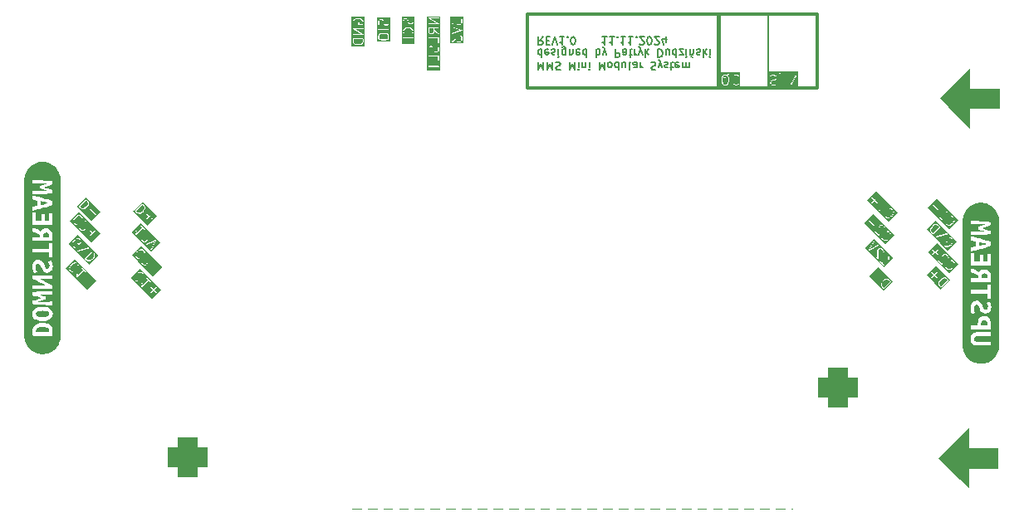
<source format=gbr>
%TF.GenerationSoftware,KiCad,Pcbnew,8.0.7-8.0.7-0~ubuntu22.04.1*%
%TF.CreationDate,2024-12-14T16:55:50+01:00*%
%TF.ProjectId,mini_module_template,6d696e69-5f6d-46f6-9475-6c655f74656d,rev?*%
%TF.SameCoordinates,Original*%
%TF.FileFunction,Legend,Bot*%
%TF.FilePolarity,Positive*%
%FSLAX46Y46*%
G04 Gerber Fmt 4.6, Leading zero omitted, Abs format (unit mm)*
G04 Created by KiCad (PCBNEW 8.0.7-8.0.7-0~ubuntu22.04.1) date 2024-12-14 16:55:50*
%MOMM*%
%LPD*%
G01*
G04 APERTURE LIST*
G04 Aperture macros list*
%AMRoundRect*
0 Rectangle with rounded corners*
0 $1 Rounding radius*
0 $2 $3 $4 $5 $6 $7 $8 $9 X,Y pos of 4 corners*
0 Add a 4 corners polygon primitive as box body*
4,1,4,$2,$3,$4,$5,$6,$7,$8,$9,$2,$3,0*
0 Add four circle primitives for the rounded corners*
1,1,$1+$1,$2,$3*
1,1,$1+$1,$4,$5*
1,1,$1+$1,$6,$7*
1,1,$1+$1,$8,$9*
0 Add four rect primitives between the rounded corners*
20,1,$1+$1,$2,$3,$4,$5,0*
20,1,$1+$1,$4,$5,$6,$7,0*
20,1,$1+$1,$6,$7,$8,$9,0*
20,1,$1+$1,$8,$9,$2,$3,0*%
G04 Aperture macros list end*
%ADD10C,0.200000*%
%ADD11C,0.300000*%
%ADD12C,0.100000*%
%ADD13C,0.000000*%
%ADD14C,3.200000*%
%ADD15R,2.000000X0.900000*%
%ADD16RoundRect,1.025000X-1.025000X1.025000X-1.025000X-1.025000X1.025000X-1.025000X1.025000X1.025000X0*%
%ADD17C,4.100000*%
%ADD18R,1.600000X1.600000*%
%ADD19O,1.600000X1.600000*%
%ADD20C,3.250000*%
%ADD21R,1.500000X1.500000*%
%ADD22C,1.500000*%
%ADD23C,2.300000*%
%ADD24C,2.100000*%
%ADD25C,1.750000*%
%ADD26C,0.650000*%
%ADD27O,2.100000X1.000000*%
%ADD28O,1.800000X1.000000*%
%ADD29RoundRect,1.025000X1.025000X-1.025000X1.025000X1.025000X-1.025000X1.025000X-1.025000X-1.025000X0*%
%ADD30R,1.700000X1.700000*%
%ADD31O,1.700000X1.700000*%
G04 APERTURE END LIST*
D10*
X156069999Y-70519999D02*
X156070000Y-63020000D01*
D11*
X151102499Y-70519999D02*
X131507908Y-70520000D01*
X131507908Y-63020000D01*
X151102499Y-63019999D01*
X151102499Y-70519999D01*
X161102499Y-70519999D02*
X151037499Y-70520000D01*
X151037499Y-63020000D01*
X161102499Y-63019999D01*
X161102499Y-70519999D01*
D12*
X176470000Y-107300000D02*
X179470000Y-107300000D01*
X179470000Y-109300000D01*
X176470000Y-109300000D01*
X176470000Y-111300000D01*
X173470000Y-108300000D01*
X176470000Y-105300000D01*
X176470000Y-107300000D01*
G36*
X176470000Y-107300000D02*
G01*
X179470000Y-107300000D01*
X179470000Y-109300000D01*
X176470000Y-109300000D01*
X176470000Y-111300000D01*
X173470000Y-108300000D01*
X176470000Y-105300000D01*
X176470000Y-107300000D01*
G37*
X158570000Y-113520000D02*
X113270000Y-113520000D01*
X176600000Y-70600000D02*
X179600000Y-70600000D01*
X179600000Y-72600000D01*
X176600000Y-72600000D01*
X176600000Y-74600000D01*
X173600000Y-71600000D01*
X176600000Y-68600000D01*
X176600000Y-70600000D01*
G36*
X176600000Y-70600000D02*
G01*
X179600000Y-70600000D01*
X179600000Y-72600000D01*
X176600000Y-72600000D01*
X176600000Y-74600000D01*
X173600000Y-71600000D01*
X176600000Y-68600000D01*
X176600000Y-70600000D01*
G37*
G36*
X92411931Y-82593068D02*
G01*
X92470367Y-82709940D01*
X92470367Y-82824710D01*
X92440996Y-82912821D01*
X92345970Y-83071197D01*
X92253664Y-83163503D01*
X92095285Y-83258531D01*
X92007177Y-83287901D01*
X91892407Y-83287901D01*
X91775535Y-83229465D01*
X91648268Y-83102197D01*
X92284665Y-82465801D01*
X92411931Y-82593068D01*
G37*
G36*
X93755675Y-83638255D02*
G01*
X92820722Y-84573208D01*
X91349712Y-83102198D01*
X91368846Y-83083064D01*
X91531364Y-83083064D01*
X91531364Y-83121332D01*
X91542203Y-83137553D01*
X91710562Y-83305913D01*
X91717227Y-83310366D01*
X91723556Y-83315278D01*
X91858243Y-83382622D01*
X91860658Y-83383283D01*
X91861470Y-83384095D01*
X91869331Y-83385658D01*
X91877059Y-83387775D01*
X91878147Y-83387412D01*
X91880604Y-83387901D01*
X92015291Y-83387901D01*
X92023152Y-83386337D01*
X92031103Y-83385335D01*
X92129792Y-83352438D01*
X92676204Y-83352438D01*
X92676204Y-83390706D01*
X92687043Y-83406927D01*
X92921061Y-83640946D01*
X92687043Y-83874965D01*
X92676204Y-83891186D01*
X92676204Y-83929454D01*
X92703264Y-83956514D01*
X92741532Y-83956514D01*
X92757753Y-83945675D01*
X92991771Y-83711656D01*
X93225791Y-83945676D01*
X93242012Y-83956514D01*
X93280281Y-83956514D01*
X93307340Y-83929455D01*
X93307340Y-83891186D01*
X93296502Y-83874965D01*
X93062482Y-83640946D01*
X93296502Y-83406927D01*
X93307340Y-83390706D01*
X93307340Y-83352437D01*
X93280281Y-83325378D01*
X93242012Y-83325378D01*
X93225791Y-83336216D01*
X92991771Y-83570235D01*
X92757753Y-83336217D01*
X92741532Y-83325378D01*
X92703264Y-83325378D01*
X92676204Y-83352438D01*
X92129792Y-83352438D01*
X92132117Y-83351663D01*
X92136873Y-83348951D01*
X92142031Y-83347104D01*
X92310390Y-83246088D01*
X92314930Y-83241968D01*
X92320020Y-83238568D01*
X92421035Y-83137553D01*
X92424435Y-83132463D01*
X92428555Y-83127923D01*
X92529569Y-82959564D01*
X92531415Y-82954411D01*
X92534129Y-82949651D01*
X92567801Y-82848636D01*
X92568803Y-82840685D01*
X92570367Y-82832824D01*
X92570367Y-82698137D01*
X92569878Y-82695680D01*
X92570241Y-82694592D01*
X92568124Y-82686864D01*
X92566561Y-82679003D01*
X92565749Y-82678191D01*
X92565088Y-82675776D01*
X92497745Y-82541089D01*
X92492835Y-82534763D01*
X92488380Y-82528095D01*
X92320020Y-82359736D01*
X92303799Y-82348897D01*
X92265530Y-82348897D01*
X92249309Y-82359736D01*
X91542203Y-83066843D01*
X91531364Y-83083064D01*
X91368846Y-83083064D01*
X92284665Y-82167245D01*
X93755675Y-83638255D01*
G37*
G36*
X87969110Y-85341690D02*
G01*
X87034156Y-86276643D01*
X85495803Y-84738290D01*
X85808337Y-84738290D01*
X85808337Y-84805633D01*
X85809901Y-84813496D01*
X85810903Y-84821444D01*
X85844574Y-84922460D01*
X85845814Y-84924635D01*
X85845814Y-84925783D01*
X85850264Y-84932443D01*
X85854235Y-84939409D01*
X85855262Y-84939922D01*
X85856653Y-84942004D01*
X86025012Y-85110363D01*
X86027094Y-85111754D01*
X86027607Y-85112780D01*
X86034570Y-85116749D01*
X86041233Y-85121201D01*
X86042380Y-85121201D01*
X86044555Y-85122441D01*
X86145570Y-85156113D01*
X86153520Y-85157115D01*
X86161382Y-85158679D01*
X86228726Y-85158679D01*
X86236587Y-85157115D01*
X86244538Y-85156113D01*
X86345552Y-85122441D01*
X86347727Y-85121201D01*
X86348875Y-85121201D01*
X86355540Y-85116747D01*
X86362501Y-85112780D01*
X86363013Y-85111754D01*
X86365096Y-85110363D01*
X86419587Y-85055873D01*
X86889639Y-85055873D01*
X86889639Y-85094141D01*
X86900478Y-85110362D01*
X87134496Y-85344381D01*
X86900478Y-85578400D01*
X86889639Y-85594621D01*
X86889639Y-85632889D01*
X86916699Y-85659949D01*
X86954967Y-85659949D01*
X86971188Y-85649110D01*
X87205206Y-85415091D01*
X87439226Y-85649111D01*
X87455447Y-85659949D01*
X87493716Y-85659949D01*
X87520775Y-85632890D01*
X87520775Y-85594621D01*
X87509937Y-85578400D01*
X87275917Y-85344381D01*
X87509937Y-85110362D01*
X87520775Y-85094141D01*
X87520775Y-85055872D01*
X87493716Y-85028813D01*
X87455447Y-85028813D01*
X87439226Y-85039651D01*
X87205206Y-85273670D01*
X86971188Y-85039652D01*
X86954967Y-85028813D01*
X86916699Y-85028813D01*
X86889639Y-85055873D01*
X86419587Y-85055873D01*
X86432440Y-85043020D01*
X86436896Y-85036350D01*
X86441806Y-85030025D01*
X86509149Y-84895338D01*
X86509810Y-84892922D01*
X86510622Y-84892111D01*
X86512185Y-84884249D01*
X86514302Y-84876522D01*
X86513939Y-84875433D01*
X86514428Y-84872977D01*
X86514428Y-84185565D01*
X86866806Y-84537943D01*
X86883027Y-84548782D01*
X86921295Y-84548782D01*
X86948355Y-84521722D01*
X86948355Y-84483454D01*
X86937516Y-84467233D01*
X86499783Y-84029500D01*
X86483562Y-84018661D01*
X86445294Y-84018661D01*
X86418234Y-84045721D01*
X86414428Y-84064855D01*
X86414428Y-84861173D01*
X86355992Y-84978044D01*
X86302731Y-85031305D01*
X86220612Y-85058679D01*
X86169495Y-85058679D01*
X86087375Y-85031305D01*
X85935709Y-84879640D01*
X85908337Y-84797520D01*
X85908337Y-84738290D01*
X85904531Y-84719156D01*
X85877471Y-84692096D01*
X85839203Y-84692096D01*
X85812143Y-84719156D01*
X85808337Y-84738290D01*
X85495803Y-84738290D01*
X84856040Y-84098527D01*
X84889712Y-84064855D01*
X85202245Y-84064855D01*
X85202245Y-84199542D01*
X85202733Y-84201998D01*
X85202371Y-84203086D01*
X85204486Y-84210811D01*
X85206051Y-84218676D01*
X85206862Y-84219487D01*
X85207524Y-84221903D01*
X85274866Y-84356589D01*
X85279776Y-84362916D01*
X85284233Y-84369585D01*
X85351577Y-84436928D01*
X85358242Y-84441381D01*
X85364571Y-84446293D01*
X85499258Y-84513637D01*
X85501673Y-84514298D01*
X85502485Y-84515110D01*
X85510346Y-84516673D01*
X85518074Y-84518790D01*
X85519162Y-84518427D01*
X85521619Y-84518916D01*
X85588962Y-84518916D01*
X85608096Y-84515110D01*
X85635156Y-84488050D01*
X85635156Y-84449782D01*
X85608096Y-84422722D01*
X85588962Y-84418916D01*
X85533422Y-84418916D01*
X85416550Y-84360479D01*
X85360679Y-84304609D01*
X85302245Y-84187739D01*
X85302245Y-84072968D01*
X85331614Y-83984859D01*
X85426639Y-83826484D01*
X85518949Y-83734173D01*
X85677323Y-83639148D01*
X85765434Y-83609778D01*
X85880205Y-83609778D01*
X85997076Y-83668214D01*
X86052946Y-83724084D01*
X86111382Y-83840955D01*
X86111382Y-83896496D01*
X86115188Y-83915630D01*
X86142248Y-83942690D01*
X86180516Y-83942690D01*
X86207576Y-83915630D01*
X86211382Y-83896496D01*
X86211382Y-83829152D01*
X86210893Y-83826695D01*
X86211256Y-83825607D01*
X86209139Y-83817879D01*
X86207576Y-83810018D01*
X86206764Y-83809206D01*
X86206103Y-83806791D01*
X86138760Y-83672104D01*
X86133850Y-83665778D01*
X86129394Y-83659109D01*
X86062050Y-83591766D01*
X86055384Y-83587312D01*
X86049056Y-83582401D01*
X85914369Y-83515057D01*
X85911953Y-83514395D01*
X85911142Y-83513584D01*
X85903280Y-83512020D01*
X85895553Y-83509904D01*
X85894464Y-83510266D01*
X85892008Y-83509778D01*
X85757321Y-83509778D01*
X85749459Y-83511341D01*
X85741509Y-83512344D01*
X85640494Y-83546016D01*
X85635733Y-83548729D01*
X85630581Y-83550576D01*
X85462222Y-83651590D01*
X85457682Y-83655707D01*
X85452591Y-83659110D01*
X85351576Y-83760126D01*
X85348170Y-83765222D01*
X85344058Y-83769756D01*
X85243042Y-83938114D01*
X85241194Y-83943271D01*
X85238483Y-83948028D01*
X85204811Y-84049044D01*
X85203808Y-84056992D01*
X85202245Y-84064855D01*
X84889712Y-84064855D01*
X85790993Y-83163573D01*
X87969110Y-85341690D01*
G37*
G36*
X117203998Y-65077603D02*
G01*
X117283707Y-65157312D01*
X117322419Y-65234734D01*
X117322419Y-65401603D01*
X117283707Y-65479025D01*
X117203998Y-65558734D01*
X117032930Y-65601502D01*
X116711907Y-65601502D01*
X116540837Y-65558734D01*
X116461131Y-65479028D01*
X116422419Y-65401604D01*
X116422419Y-65234734D01*
X116461131Y-65157310D01*
X116540837Y-65077603D01*
X116711907Y-65034836D01*
X117032930Y-65034836D01*
X117203998Y-65077603D01*
G37*
G36*
X117533530Y-65812613D02*
G01*
X116211308Y-65812613D01*
X116211308Y-65222931D01*
X116322419Y-65222931D01*
X116322419Y-65413407D01*
X116322907Y-65415863D01*
X116322545Y-65416952D01*
X116324661Y-65424679D01*
X116326225Y-65432541D01*
X116327036Y-65433352D01*
X116327698Y-65435768D01*
X116375316Y-65531005D01*
X116380231Y-65537338D01*
X116384683Y-65544000D01*
X116479921Y-65639238D01*
X116484423Y-65642246D01*
X116485510Y-65644057D01*
X116491048Y-65646673D01*
X116496142Y-65650077D01*
X116498253Y-65650077D01*
X116503149Y-65652390D01*
X116693625Y-65700009D01*
X116699742Y-65700306D01*
X116705752Y-65701502D01*
X117039085Y-65701502D01*
X117045094Y-65700306D01*
X117051212Y-65700009D01*
X117241688Y-65652390D01*
X117246584Y-65650077D01*
X117248695Y-65650077D01*
X117253790Y-65646672D01*
X117259327Y-65644057D01*
X117260412Y-65642248D01*
X117264916Y-65639239D01*
X117360155Y-65544000D01*
X117364605Y-65537340D01*
X117369521Y-65531006D01*
X117417140Y-65435768D01*
X117417801Y-65433352D01*
X117418613Y-65432541D01*
X117420176Y-65424679D01*
X117422293Y-65416952D01*
X117421930Y-65415863D01*
X117422419Y-65413407D01*
X117422419Y-65222931D01*
X117421930Y-65220474D01*
X117422293Y-65219386D01*
X117420176Y-65211658D01*
X117418613Y-65203797D01*
X117417801Y-65202985D01*
X117417140Y-65200570D01*
X117369521Y-65105332D01*
X117364605Y-65098997D01*
X117360155Y-65092338D01*
X117264916Y-64997099D01*
X117260412Y-64994089D01*
X117259327Y-64992281D01*
X117253790Y-64989665D01*
X117248695Y-64986261D01*
X117246584Y-64986261D01*
X117241688Y-64983948D01*
X117051212Y-64936329D01*
X117045094Y-64936031D01*
X117039085Y-64934836D01*
X116705752Y-64934836D01*
X116699742Y-64936031D01*
X116693625Y-64936329D01*
X116503149Y-64983948D01*
X116498253Y-64986261D01*
X116496142Y-64986261D01*
X116491048Y-64989664D01*
X116485510Y-64992281D01*
X116484423Y-64994091D01*
X116479921Y-64997100D01*
X116384683Y-65092338D01*
X116380231Y-65098999D01*
X116375316Y-65105333D01*
X116327698Y-65200570D01*
X116327036Y-65202985D01*
X116326225Y-65203797D01*
X116324661Y-65211658D01*
X116322545Y-65219386D01*
X116322907Y-65220474D01*
X116322419Y-65222931D01*
X116211308Y-65222931D01*
X116211308Y-64537131D01*
X116326225Y-64537131D01*
X116326225Y-64575399D01*
X116353285Y-64602459D01*
X116372419Y-64606265D01*
X117372419Y-64606265D01*
X117391553Y-64602459D01*
X117418613Y-64575399D01*
X117418613Y-64537131D01*
X117391553Y-64510071D01*
X117372419Y-64506265D01*
X116372419Y-64506265D01*
X116353285Y-64510071D01*
X116326225Y-64537131D01*
X116211308Y-64537131D01*
X116211308Y-63746741D01*
X116322419Y-63746741D01*
X116322419Y-63984836D01*
X116323982Y-63992698D01*
X116324985Y-64000647D01*
X116372604Y-64143504D01*
X116382265Y-64160452D01*
X116416494Y-64177567D01*
X116452798Y-64165465D01*
X116469912Y-64131237D01*
X116467472Y-64111881D01*
X116422419Y-63976722D01*
X116422419Y-63758544D01*
X116461130Y-63681120D01*
X116497275Y-63644976D01*
X116574699Y-63606265D01*
X116646330Y-63606265D01*
X116723753Y-63644976D01*
X116759897Y-63681121D01*
X116801433Y-63764193D01*
X116847721Y-63949344D01*
X116850060Y-63954296D01*
X116851507Y-63959578D01*
X116899125Y-64054815D01*
X116904040Y-64061148D01*
X116908492Y-64067810D01*
X116956110Y-64115429D01*
X116962776Y-64119883D01*
X116969105Y-64124795D01*
X117064343Y-64172414D01*
X117066758Y-64173075D01*
X117067570Y-64173887D01*
X117075431Y-64175450D01*
X117083159Y-64177567D01*
X117084247Y-64177204D01*
X117086704Y-64177693D01*
X117181942Y-64177693D01*
X117184398Y-64177204D01*
X117185487Y-64177567D01*
X117193214Y-64175450D01*
X117201076Y-64173887D01*
X117201887Y-64173075D01*
X117204303Y-64172414D01*
X117299540Y-64124796D01*
X117305868Y-64119884D01*
X117312535Y-64115430D01*
X117360155Y-64067811D01*
X117364609Y-64061144D01*
X117369521Y-64054816D01*
X117417140Y-63959578D01*
X117417801Y-63957162D01*
X117418613Y-63956351D01*
X117420176Y-63948489D01*
X117422293Y-63940762D01*
X117421930Y-63939673D01*
X117422419Y-63937217D01*
X117422419Y-63699122D01*
X117420855Y-63691260D01*
X117419853Y-63683310D01*
X117372234Y-63540454D01*
X117362573Y-63523505D01*
X117328344Y-63506391D01*
X117292040Y-63518492D01*
X117274926Y-63552721D01*
X117277366Y-63572076D01*
X117322419Y-63707235D01*
X117322419Y-63925413D01*
X117283708Y-64002835D01*
X117247561Y-64038981D01*
X117170139Y-64077693D01*
X117098508Y-64077693D01*
X117021084Y-64038981D01*
X116984939Y-64002837D01*
X116943404Y-63919766D01*
X116897116Y-63734614D01*
X116894776Y-63729661D01*
X116893330Y-63724380D01*
X116845711Y-63629142D01*
X116840799Y-63622813D01*
X116836345Y-63616147D01*
X116788726Y-63568529D01*
X116782064Y-63564077D01*
X116775731Y-63559162D01*
X116680494Y-63511544D01*
X116678078Y-63510882D01*
X116677267Y-63510071D01*
X116669405Y-63508507D01*
X116661678Y-63506391D01*
X116660589Y-63506753D01*
X116658133Y-63506265D01*
X116562895Y-63506265D01*
X116560438Y-63506753D01*
X116559350Y-63506391D01*
X116551622Y-63508507D01*
X116543761Y-63510071D01*
X116542949Y-63510882D01*
X116540534Y-63511544D01*
X116445296Y-63559163D01*
X116438967Y-63564074D01*
X116432301Y-63568529D01*
X116384683Y-63616148D01*
X116380231Y-63622809D01*
X116375316Y-63629143D01*
X116327698Y-63724380D01*
X116327036Y-63726795D01*
X116326225Y-63727607D01*
X116324661Y-63735468D01*
X116322545Y-63743196D01*
X116322907Y-63744284D01*
X116322419Y-63746741D01*
X116211308Y-63746741D01*
X116211308Y-63395154D01*
X117533530Y-63395154D01*
X117533530Y-65812613D01*
G37*
G36*
X151815666Y-69288897D02*
G01*
X151727599Y-69376964D01*
X151650176Y-69415676D01*
X151566741Y-69415676D01*
X151547607Y-69419482D01*
X151520547Y-69446542D01*
X151520547Y-69484810D01*
X151547607Y-69511870D01*
X151566741Y-69515676D01*
X151661979Y-69515676D01*
X151664435Y-69515187D01*
X151665524Y-69515550D01*
X151673251Y-69513433D01*
X151681113Y-69511870D01*
X151681924Y-69511058D01*
X151684340Y-69510397D01*
X151779577Y-69462779D01*
X151785910Y-69457863D01*
X151792572Y-69453412D01*
X151900074Y-69345910D01*
X151950163Y-69395999D01*
X151992931Y-69567069D01*
X151992931Y-69888092D01*
X151950163Y-70059161D01*
X151870457Y-70138868D01*
X151793033Y-70177580D01*
X151626164Y-70177580D01*
X151548738Y-70138867D01*
X151469032Y-70059161D01*
X151426265Y-69888092D01*
X151426265Y-69567069D01*
X151469032Y-69395999D01*
X151548739Y-69316292D01*
X151626163Y-69277580D01*
X151793033Y-69277580D01*
X151815666Y-69288897D01*
G37*
G36*
X153200236Y-70388691D02*
G01*
X151215154Y-70388691D01*
X151215154Y-69560914D01*
X151326265Y-69560914D01*
X151326265Y-69894247D01*
X151327460Y-69900256D01*
X151327758Y-69906374D01*
X151375377Y-70096850D01*
X151377690Y-70101746D01*
X151377690Y-70103857D01*
X151381093Y-70108950D01*
X151383710Y-70114489D01*
X151385520Y-70115575D01*
X151388529Y-70120078D01*
X151483767Y-70215316D01*
X151490426Y-70219766D01*
X151496761Y-70224682D01*
X151591999Y-70272301D01*
X151594414Y-70272962D01*
X151595226Y-70273774D01*
X151603087Y-70275337D01*
X151610815Y-70277454D01*
X151611903Y-70277091D01*
X151614360Y-70277580D01*
X151804836Y-70277580D01*
X151807292Y-70277091D01*
X151808381Y-70277454D01*
X151816108Y-70275337D01*
X151823970Y-70273774D01*
X151824781Y-70272962D01*
X151827197Y-70272301D01*
X151922434Y-70224683D01*
X151928767Y-70219767D01*
X151935429Y-70215316D01*
X152030667Y-70120078D01*
X152033675Y-70115575D01*
X152035486Y-70114489D01*
X152038102Y-70108950D01*
X152041506Y-70103857D01*
X152041506Y-70101746D01*
X152043819Y-70096850D01*
X152091438Y-69906374D01*
X152091735Y-69900256D01*
X152092931Y-69894247D01*
X152092931Y-69656152D01*
X152373884Y-69656152D01*
X152373884Y-69799009D01*
X152375079Y-69805018D01*
X152375377Y-69811136D01*
X152422996Y-70001612D01*
X152425335Y-70006564D01*
X152426782Y-70011846D01*
X152474400Y-70107083D01*
X152479315Y-70113416D01*
X152483767Y-70120078D01*
X152579005Y-70215316D01*
X152581086Y-70216706D01*
X152581600Y-70217734D01*
X152588565Y-70221704D01*
X152595226Y-70226155D01*
X152596374Y-70226155D01*
X152598549Y-70227395D01*
X152741405Y-70275014D01*
X152749355Y-70276016D01*
X152757217Y-70277580D01*
X152852455Y-70277580D01*
X152860317Y-70276016D01*
X152868266Y-70275014D01*
X153011123Y-70227395D01*
X153013298Y-70226155D01*
X153014446Y-70226155D01*
X153021110Y-70221701D01*
X153028071Y-70217734D01*
X153028584Y-70216707D01*
X153030667Y-70215316D01*
X153078286Y-70167698D01*
X153089125Y-70151477D01*
X153089125Y-70113208D01*
X153062065Y-70086148D01*
X153023796Y-70086148D01*
X153007575Y-70096987D01*
X152968303Y-70136259D01*
X152844342Y-70177580D01*
X152765330Y-70177580D01*
X152641368Y-70136259D01*
X152560215Y-70055106D01*
X152518679Y-69972034D01*
X152473884Y-69792854D01*
X152473884Y-69662307D01*
X152518679Y-69483127D01*
X152560215Y-69400055D01*
X152641368Y-69318901D01*
X152765331Y-69277580D01*
X152844341Y-69277580D01*
X152968303Y-69318901D01*
X153007575Y-69358174D01*
X153023796Y-69369013D01*
X153062065Y-69369013D01*
X153089125Y-69341953D01*
X153089125Y-69303684D01*
X153078286Y-69287463D01*
X153030667Y-69239845D01*
X153028585Y-69238454D01*
X153028072Y-69237427D01*
X153021104Y-69233455D01*
X153014446Y-69229006D01*
X153013299Y-69229006D01*
X153011124Y-69227766D01*
X152868267Y-69180146D01*
X152860316Y-69179143D01*
X152852455Y-69177580D01*
X152757217Y-69177580D01*
X152749355Y-69179143D01*
X152741405Y-69180146D01*
X152598548Y-69227766D01*
X152596373Y-69229006D01*
X152595226Y-69229006D01*
X152588567Y-69233455D01*
X152581600Y-69237427D01*
X152581086Y-69238454D01*
X152579005Y-69239845D01*
X152483767Y-69335083D01*
X152479315Y-69341744D01*
X152474400Y-69348078D01*
X152426782Y-69443315D01*
X152425335Y-69448596D01*
X152422996Y-69453549D01*
X152375377Y-69644025D01*
X152375079Y-69650142D01*
X152373884Y-69656152D01*
X152092931Y-69656152D01*
X152092931Y-69560914D01*
X152091735Y-69554904D01*
X152091438Y-69548787D01*
X152043819Y-69358311D01*
X152041506Y-69353414D01*
X152041506Y-69351304D01*
X152038102Y-69346210D01*
X152035486Y-69340672D01*
X152033675Y-69339585D01*
X152030667Y-69335083D01*
X151970784Y-69275200D01*
X152024931Y-69221053D01*
X152112910Y-69177064D01*
X152128322Y-69165102D01*
X152140424Y-69128798D01*
X152123310Y-69094570D01*
X152087005Y-69082468D01*
X152068189Y-69087621D01*
X151972951Y-69135240D01*
X151966616Y-69140155D01*
X151959957Y-69144606D01*
X151890201Y-69214361D01*
X151827197Y-69182859D01*
X151824781Y-69182197D01*
X151823970Y-69181386D01*
X151816108Y-69179822D01*
X151808381Y-69177706D01*
X151807292Y-69178068D01*
X151804836Y-69177580D01*
X151614360Y-69177580D01*
X151611903Y-69178068D01*
X151610815Y-69177706D01*
X151603087Y-69179822D01*
X151595226Y-69181386D01*
X151594414Y-69182197D01*
X151591999Y-69182859D01*
X151496761Y-69230479D01*
X151490426Y-69235394D01*
X151483767Y-69239845D01*
X151388529Y-69335083D01*
X151385520Y-69339585D01*
X151383710Y-69340672D01*
X151381093Y-69346210D01*
X151377690Y-69351304D01*
X151377690Y-69353414D01*
X151375377Y-69358311D01*
X151327758Y-69548787D01*
X151327460Y-69554904D01*
X151326265Y-69560914D01*
X151215154Y-69560914D01*
X151215154Y-68971357D01*
X153200236Y-68971357D01*
X153200236Y-70388691D01*
G37*
G36*
X168973960Y-85571472D02*
G01*
X168039006Y-86506426D01*
X167306083Y-85773503D01*
X167618617Y-85773503D01*
X167618617Y-85840847D01*
X167619105Y-85843303D01*
X167618743Y-85844391D01*
X167620858Y-85852116D01*
X167622423Y-85859981D01*
X167623234Y-85860792D01*
X167623896Y-85863208D01*
X167691238Y-85997894D01*
X167696148Y-86004221D01*
X167700605Y-86010890D01*
X167767949Y-86078233D01*
X167774614Y-86082686D01*
X167780943Y-86087598D01*
X167915630Y-86154942D01*
X167918045Y-86155603D01*
X167918857Y-86156415D01*
X167926718Y-86157978D01*
X167934446Y-86160095D01*
X167935534Y-86159732D01*
X167937991Y-86160221D01*
X168072678Y-86160221D01*
X168080539Y-86158657D01*
X168088490Y-86157655D01*
X168189504Y-86123983D01*
X168194260Y-86121271D01*
X168199418Y-86119424D01*
X168367776Y-86018409D01*
X168372311Y-86014294D01*
X168377408Y-86010889D01*
X168478422Y-85909874D01*
X168481824Y-85904781D01*
X168485942Y-85900243D01*
X168586957Y-85731884D01*
X168588804Y-85726727D01*
X168591516Y-85721971D01*
X168625188Y-85620956D01*
X168626190Y-85613005D01*
X168627754Y-85605144D01*
X168627754Y-85470457D01*
X168627265Y-85468000D01*
X168627628Y-85466912D01*
X168625511Y-85459184D01*
X168623948Y-85451323D01*
X168623136Y-85450511D01*
X168622475Y-85448096D01*
X168555132Y-85313409D01*
X168550222Y-85307083D01*
X168545766Y-85300414D01*
X168478422Y-85233071D01*
X168471756Y-85228617D01*
X168465428Y-85223706D01*
X168330741Y-85156362D01*
X168328325Y-85155700D01*
X168327514Y-85154889D01*
X168319652Y-85153325D01*
X168311925Y-85151209D01*
X168310836Y-85151571D01*
X168308380Y-85151083D01*
X168241037Y-85151083D01*
X168221903Y-85154889D01*
X168194843Y-85181949D01*
X168194843Y-85220217D01*
X168221903Y-85247277D01*
X168241037Y-85251083D01*
X168296577Y-85251083D01*
X168413448Y-85309519D01*
X168469318Y-85365389D01*
X168527754Y-85482260D01*
X168527754Y-85597031D01*
X168498383Y-85685142D01*
X168403358Y-85843515D01*
X168311047Y-85935827D01*
X168152673Y-86030850D01*
X168064564Y-86060221D01*
X167949794Y-86060221D01*
X167832922Y-86001784D01*
X167777051Y-85945914D01*
X167718617Y-85829044D01*
X167718617Y-85773503D01*
X167714811Y-85754369D01*
X167687751Y-85727309D01*
X167649483Y-85727309D01*
X167622423Y-85754369D01*
X167618617Y-85773503D01*
X167306083Y-85773503D01*
X166680857Y-85148277D01*
X166881644Y-85148277D01*
X166881644Y-85186545D01*
X166892483Y-85202766D01*
X167330216Y-85640499D01*
X167346437Y-85651338D01*
X167384705Y-85651338D01*
X167411765Y-85624278D01*
X167415571Y-85605144D01*
X167415571Y-84808824D01*
X167474005Y-84691954D01*
X167527267Y-84638693D01*
X167609386Y-84611320D01*
X167660503Y-84611320D01*
X167742623Y-84638693D01*
X167894289Y-84790359D01*
X167921662Y-84872478D01*
X167921662Y-84931709D01*
X167925468Y-84950843D01*
X167952528Y-84977903D01*
X167990796Y-84977903D01*
X168017856Y-84950843D01*
X168021662Y-84931709D01*
X168021662Y-84864366D01*
X168020097Y-84856502D01*
X168019096Y-84848555D01*
X167985425Y-84747539D01*
X167984185Y-84745363D01*
X167984185Y-84744216D01*
X167979734Y-84737555D01*
X167975764Y-84730590D01*
X167974736Y-84730076D01*
X167973346Y-84727995D01*
X167804987Y-84559637D01*
X167802905Y-84558246D01*
X167802392Y-84557219D01*
X167795426Y-84553248D01*
X167788766Y-84548798D01*
X167787618Y-84548798D01*
X167785443Y-84547558D01*
X167684429Y-84513886D01*
X167676478Y-84512883D01*
X167668617Y-84511320D01*
X167601273Y-84511320D01*
X167593411Y-84512883D01*
X167585461Y-84513886D01*
X167484446Y-84547558D01*
X167482271Y-84548798D01*
X167481124Y-84548798D01*
X167474461Y-84553249D01*
X167467498Y-84557219D01*
X167466985Y-84558244D01*
X167464903Y-84559636D01*
X167397559Y-84626979D01*
X167393102Y-84633647D01*
X167388192Y-84639975D01*
X167320850Y-84774661D01*
X167320188Y-84777076D01*
X167319377Y-84777888D01*
X167317812Y-84785752D01*
X167315697Y-84793478D01*
X167316059Y-84794565D01*
X167315571Y-84797022D01*
X167315571Y-85484434D01*
X166963193Y-85132056D01*
X166946972Y-85121217D01*
X166908704Y-85121217D01*
X166881644Y-85148277D01*
X166680857Y-85148277D01*
X165860889Y-84328309D01*
X166152088Y-84037110D01*
X166309224Y-84037110D01*
X166309224Y-84075378D01*
X166320063Y-84091599D01*
X166858811Y-84630348D01*
X166875032Y-84641186D01*
X166913301Y-84641186D01*
X166940360Y-84614127D01*
X166940360Y-84575858D01*
X166929522Y-84559637D01*
X166390773Y-84020889D01*
X166374552Y-84010050D01*
X166336284Y-84010050D01*
X166309224Y-84037110D01*
X166152088Y-84037110D01*
X166795843Y-83393356D01*
X168973960Y-85571472D01*
G37*
D10*
X132642054Y-67904214D02*
X132642054Y-68704214D01*
X132642054Y-68704214D02*
X132908720Y-68132786D01*
X132908720Y-68132786D02*
X133175387Y-68704214D01*
X133175387Y-68704214D02*
X133175387Y-67904214D01*
X133556340Y-67904214D02*
X133556340Y-68704214D01*
X133556340Y-68704214D02*
X133823006Y-68132786D01*
X133823006Y-68132786D02*
X134089673Y-68704214D01*
X134089673Y-68704214D02*
X134089673Y-67904214D01*
X134432530Y-67942310D02*
X134546816Y-67904214D01*
X134546816Y-67904214D02*
X134737292Y-67904214D01*
X134737292Y-67904214D02*
X134813483Y-67942310D01*
X134813483Y-67942310D02*
X134851578Y-67980405D01*
X134851578Y-67980405D02*
X134889673Y-68056595D01*
X134889673Y-68056595D02*
X134889673Y-68132786D01*
X134889673Y-68132786D02*
X134851578Y-68208976D01*
X134851578Y-68208976D02*
X134813483Y-68247071D01*
X134813483Y-68247071D02*
X134737292Y-68285167D01*
X134737292Y-68285167D02*
X134584911Y-68323262D01*
X134584911Y-68323262D02*
X134508721Y-68361357D01*
X134508721Y-68361357D02*
X134470626Y-68399452D01*
X134470626Y-68399452D02*
X134432530Y-68475643D01*
X134432530Y-68475643D02*
X134432530Y-68551833D01*
X134432530Y-68551833D02*
X134470626Y-68628024D01*
X134470626Y-68628024D02*
X134508721Y-68666119D01*
X134508721Y-68666119D02*
X134584911Y-68704214D01*
X134584911Y-68704214D02*
X134775388Y-68704214D01*
X134775388Y-68704214D02*
X134889673Y-68666119D01*
X135842055Y-67904214D02*
X135842055Y-68704214D01*
X135842055Y-68704214D02*
X136108721Y-68132786D01*
X136108721Y-68132786D02*
X136375388Y-68704214D01*
X136375388Y-68704214D02*
X136375388Y-67904214D01*
X136756341Y-67904214D02*
X136756341Y-68437548D01*
X136756341Y-68704214D02*
X136718245Y-68666119D01*
X136718245Y-68666119D02*
X136756341Y-68628024D01*
X136756341Y-68628024D02*
X136794436Y-68666119D01*
X136794436Y-68666119D02*
X136756341Y-68704214D01*
X136756341Y-68704214D02*
X136756341Y-68628024D01*
X137137293Y-68437548D02*
X137137293Y-67904214D01*
X137137293Y-68361357D02*
X137175388Y-68399452D01*
X137175388Y-68399452D02*
X137251578Y-68437548D01*
X137251578Y-68437548D02*
X137365864Y-68437548D01*
X137365864Y-68437548D02*
X137442055Y-68399452D01*
X137442055Y-68399452D02*
X137480150Y-68323262D01*
X137480150Y-68323262D02*
X137480150Y-67904214D01*
X137861103Y-67904214D02*
X137861103Y-68437548D01*
X137861103Y-68704214D02*
X137823007Y-68666119D01*
X137823007Y-68666119D02*
X137861103Y-68628024D01*
X137861103Y-68628024D02*
X137899198Y-68666119D01*
X137899198Y-68666119D02*
X137861103Y-68704214D01*
X137861103Y-68704214D02*
X137861103Y-68628024D01*
X138851579Y-67904214D02*
X138851579Y-68704214D01*
X138851579Y-68704214D02*
X139118245Y-68132786D01*
X139118245Y-68132786D02*
X139384912Y-68704214D01*
X139384912Y-68704214D02*
X139384912Y-67904214D01*
X139880150Y-67904214D02*
X139803960Y-67942310D01*
X139803960Y-67942310D02*
X139765865Y-67980405D01*
X139765865Y-67980405D02*
X139727769Y-68056595D01*
X139727769Y-68056595D02*
X139727769Y-68285167D01*
X139727769Y-68285167D02*
X139765865Y-68361357D01*
X139765865Y-68361357D02*
X139803960Y-68399452D01*
X139803960Y-68399452D02*
X139880150Y-68437548D01*
X139880150Y-68437548D02*
X139994436Y-68437548D01*
X139994436Y-68437548D02*
X140070627Y-68399452D01*
X140070627Y-68399452D02*
X140108722Y-68361357D01*
X140108722Y-68361357D02*
X140146817Y-68285167D01*
X140146817Y-68285167D02*
X140146817Y-68056595D01*
X140146817Y-68056595D02*
X140108722Y-67980405D01*
X140108722Y-67980405D02*
X140070627Y-67942310D01*
X140070627Y-67942310D02*
X139994436Y-67904214D01*
X139994436Y-67904214D02*
X139880150Y-67904214D01*
X140832532Y-67904214D02*
X140832532Y-68704214D01*
X140832532Y-67942310D02*
X140756341Y-67904214D01*
X140756341Y-67904214D02*
X140603960Y-67904214D01*
X140603960Y-67904214D02*
X140527770Y-67942310D01*
X140527770Y-67942310D02*
X140489675Y-67980405D01*
X140489675Y-67980405D02*
X140451579Y-68056595D01*
X140451579Y-68056595D02*
X140451579Y-68285167D01*
X140451579Y-68285167D02*
X140489675Y-68361357D01*
X140489675Y-68361357D02*
X140527770Y-68399452D01*
X140527770Y-68399452D02*
X140603960Y-68437548D01*
X140603960Y-68437548D02*
X140756341Y-68437548D01*
X140756341Y-68437548D02*
X140832532Y-68399452D01*
X141556342Y-68437548D02*
X141556342Y-67904214D01*
X141213485Y-68437548D02*
X141213485Y-68018500D01*
X141213485Y-68018500D02*
X141251580Y-67942310D01*
X141251580Y-67942310D02*
X141327770Y-67904214D01*
X141327770Y-67904214D02*
X141442056Y-67904214D01*
X141442056Y-67904214D02*
X141518247Y-67942310D01*
X141518247Y-67942310D02*
X141556342Y-67980405D01*
X142051580Y-67904214D02*
X141975390Y-67942310D01*
X141975390Y-67942310D02*
X141937295Y-68018500D01*
X141937295Y-68018500D02*
X141937295Y-68704214D01*
X142699200Y-67904214D02*
X142699200Y-68323262D01*
X142699200Y-68323262D02*
X142661105Y-68399452D01*
X142661105Y-68399452D02*
X142584914Y-68437548D01*
X142584914Y-68437548D02*
X142432533Y-68437548D01*
X142432533Y-68437548D02*
X142356343Y-68399452D01*
X142699200Y-67942310D02*
X142623009Y-67904214D01*
X142623009Y-67904214D02*
X142432533Y-67904214D01*
X142432533Y-67904214D02*
X142356343Y-67942310D01*
X142356343Y-67942310D02*
X142318247Y-68018500D01*
X142318247Y-68018500D02*
X142318247Y-68094690D01*
X142318247Y-68094690D02*
X142356343Y-68170881D01*
X142356343Y-68170881D02*
X142432533Y-68208976D01*
X142432533Y-68208976D02*
X142623009Y-68208976D01*
X142623009Y-68208976D02*
X142699200Y-68247071D01*
X143080153Y-67904214D02*
X143080153Y-68437548D01*
X143080153Y-68285167D02*
X143118248Y-68361357D01*
X143118248Y-68361357D02*
X143156343Y-68399452D01*
X143156343Y-68399452D02*
X143232534Y-68437548D01*
X143232534Y-68437548D02*
X143308724Y-68437548D01*
X144146819Y-67942310D02*
X144261105Y-67904214D01*
X144261105Y-67904214D02*
X144451581Y-67904214D01*
X144451581Y-67904214D02*
X144527772Y-67942310D01*
X144527772Y-67942310D02*
X144565867Y-67980405D01*
X144565867Y-67980405D02*
X144603962Y-68056595D01*
X144603962Y-68056595D02*
X144603962Y-68132786D01*
X144603962Y-68132786D02*
X144565867Y-68208976D01*
X144565867Y-68208976D02*
X144527772Y-68247071D01*
X144527772Y-68247071D02*
X144451581Y-68285167D01*
X144451581Y-68285167D02*
X144299200Y-68323262D01*
X144299200Y-68323262D02*
X144223010Y-68361357D01*
X144223010Y-68361357D02*
X144184915Y-68399452D01*
X144184915Y-68399452D02*
X144146819Y-68475643D01*
X144146819Y-68475643D02*
X144146819Y-68551833D01*
X144146819Y-68551833D02*
X144184915Y-68628024D01*
X144184915Y-68628024D02*
X144223010Y-68666119D01*
X144223010Y-68666119D02*
X144299200Y-68704214D01*
X144299200Y-68704214D02*
X144489677Y-68704214D01*
X144489677Y-68704214D02*
X144603962Y-68666119D01*
X144870629Y-68437548D02*
X145061105Y-67904214D01*
X145251582Y-68437548D02*
X145061105Y-67904214D01*
X145061105Y-67904214D02*
X144984915Y-67713738D01*
X144984915Y-67713738D02*
X144946820Y-67675643D01*
X144946820Y-67675643D02*
X144870629Y-67637548D01*
X145518248Y-67942310D02*
X145594439Y-67904214D01*
X145594439Y-67904214D02*
X145746820Y-67904214D01*
X145746820Y-67904214D02*
X145823010Y-67942310D01*
X145823010Y-67942310D02*
X145861106Y-68018500D01*
X145861106Y-68018500D02*
X145861106Y-68056595D01*
X145861106Y-68056595D02*
X145823010Y-68132786D01*
X145823010Y-68132786D02*
X145746820Y-68170881D01*
X145746820Y-68170881D02*
X145632534Y-68170881D01*
X145632534Y-68170881D02*
X145556344Y-68208976D01*
X145556344Y-68208976D02*
X145518248Y-68285167D01*
X145518248Y-68285167D02*
X145518248Y-68323262D01*
X145518248Y-68323262D02*
X145556344Y-68399452D01*
X145556344Y-68399452D02*
X145632534Y-68437548D01*
X145632534Y-68437548D02*
X145746820Y-68437548D01*
X145746820Y-68437548D02*
X145823010Y-68399452D01*
X146089677Y-68437548D02*
X146394439Y-68437548D01*
X146203963Y-68704214D02*
X146203963Y-68018500D01*
X146203963Y-68018500D02*
X146242058Y-67942310D01*
X146242058Y-67942310D02*
X146318248Y-67904214D01*
X146318248Y-67904214D02*
X146394439Y-67904214D01*
X146965868Y-67942310D02*
X146889677Y-67904214D01*
X146889677Y-67904214D02*
X146737296Y-67904214D01*
X146737296Y-67904214D02*
X146661106Y-67942310D01*
X146661106Y-67942310D02*
X146623010Y-68018500D01*
X146623010Y-68018500D02*
X146623010Y-68323262D01*
X146623010Y-68323262D02*
X146661106Y-68399452D01*
X146661106Y-68399452D02*
X146737296Y-68437548D01*
X146737296Y-68437548D02*
X146889677Y-68437548D01*
X146889677Y-68437548D02*
X146965868Y-68399452D01*
X146965868Y-68399452D02*
X147003963Y-68323262D01*
X147003963Y-68323262D02*
X147003963Y-68247071D01*
X147003963Y-68247071D02*
X146623010Y-68170881D01*
X147346820Y-67904214D02*
X147346820Y-68437548D01*
X147346820Y-68361357D02*
X147384915Y-68399452D01*
X147384915Y-68399452D02*
X147461105Y-68437548D01*
X147461105Y-68437548D02*
X147575391Y-68437548D01*
X147575391Y-68437548D02*
X147651582Y-68399452D01*
X147651582Y-68399452D02*
X147689677Y-68323262D01*
X147689677Y-68323262D02*
X147689677Y-67904214D01*
X147689677Y-68323262D02*
X147727772Y-68399452D01*
X147727772Y-68399452D02*
X147803963Y-68437548D01*
X147803963Y-68437548D02*
X147918248Y-68437548D01*
X147918248Y-68437548D02*
X147994439Y-68399452D01*
X147994439Y-68399452D02*
X148032534Y-68323262D01*
X148032534Y-68323262D02*
X148032534Y-67904214D01*
X132984911Y-66616259D02*
X132984911Y-67416259D01*
X132984911Y-66654355D02*
X132908720Y-66616259D01*
X132908720Y-66616259D02*
X132756339Y-66616259D01*
X132756339Y-66616259D02*
X132680149Y-66654355D01*
X132680149Y-66654355D02*
X132642054Y-66692450D01*
X132642054Y-66692450D02*
X132603958Y-66768640D01*
X132603958Y-66768640D02*
X132603958Y-66997212D01*
X132603958Y-66997212D02*
X132642054Y-67073402D01*
X132642054Y-67073402D02*
X132680149Y-67111497D01*
X132680149Y-67111497D02*
X132756339Y-67149593D01*
X132756339Y-67149593D02*
X132908720Y-67149593D01*
X132908720Y-67149593D02*
X132984911Y-67111497D01*
X133670626Y-66654355D02*
X133594435Y-66616259D01*
X133594435Y-66616259D02*
X133442054Y-66616259D01*
X133442054Y-66616259D02*
X133365864Y-66654355D01*
X133365864Y-66654355D02*
X133327768Y-66730545D01*
X133327768Y-66730545D02*
X133327768Y-67035307D01*
X133327768Y-67035307D02*
X133365864Y-67111497D01*
X133365864Y-67111497D02*
X133442054Y-67149593D01*
X133442054Y-67149593D02*
X133594435Y-67149593D01*
X133594435Y-67149593D02*
X133670626Y-67111497D01*
X133670626Y-67111497D02*
X133708721Y-67035307D01*
X133708721Y-67035307D02*
X133708721Y-66959116D01*
X133708721Y-66959116D02*
X133327768Y-66882926D01*
X134013482Y-66654355D02*
X134089673Y-66616259D01*
X134089673Y-66616259D02*
X134242054Y-66616259D01*
X134242054Y-66616259D02*
X134318244Y-66654355D01*
X134318244Y-66654355D02*
X134356340Y-66730545D01*
X134356340Y-66730545D02*
X134356340Y-66768640D01*
X134356340Y-66768640D02*
X134318244Y-66844831D01*
X134318244Y-66844831D02*
X134242054Y-66882926D01*
X134242054Y-66882926D02*
X134127768Y-66882926D01*
X134127768Y-66882926D02*
X134051578Y-66921021D01*
X134051578Y-66921021D02*
X134013482Y-66997212D01*
X134013482Y-66997212D02*
X134013482Y-67035307D01*
X134013482Y-67035307D02*
X134051578Y-67111497D01*
X134051578Y-67111497D02*
X134127768Y-67149593D01*
X134127768Y-67149593D02*
X134242054Y-67149593D01*
X134242054Y-67149593D02*
X134318244Y-67111497D01*
X134699197Y-66616259D02*
X134699197Y-67149593D01*
X134699197Y-67416259D02*
X134661101Y-67378164D01*
X134661101Y-67378164D02*
X134699197Y-67340069D01*
X134699197Y-67340069D02*
X134737292Y-67378164D01*
X134737292Y-67378164D02*
X134699197Y-67416259D01*
X134699197Y-67416259D02*
X134699197Y-67340069D01*
X135423006Y-67149593D02*
X135423006Y-66501974D01*
X135423006Y-66501974D02*
X135384911Y-66425783D01*
X135384911Y-66425783D02*
X135346815Y-66387688D01*
X135346815Y-66387688D02*
X135270625Y-66349593D01*
X135270625Y-66349593D02*
X135156339Y-66349593D01*
X135156339Y-66349593D02*
X135080149Y-66387688D01*
X135423006Y-66654355D02*
X135346815Y-66616259D01*
X135346815Y-66616259D02*
X135194434Y-66616259D01*
X135194434Y-66616259D02*
X135118244Y-66654355D01*
X135118244Y-66654355D02*
X135080149Y-66692450D01*
X135080149Y-66692450D02*
X135042053Y-66768640D01*
X135042053Y-66768640D02*
X135042053Y-66997212D01*
X135042053Y-66997212D02*
X135080149Y-67073402D01*
X135080149Y-67073402D02*
X135118244Y-67111497D01*
X135118244Y-67111497D02*
X135194434Y-67149593D01*
X135194434Y-67149593D02*
X135346815Y-67149593D01*
X135346815Y-67149593D02*
X135423006Y-67111497D01*
X135803959Y-67149593D02*
X135803959Y-66616259D01*
X135803959Y-67073402D02*
X135842054Y-67111497D01*
X135842054Y-67111497D02*
X135918244Y-67149593D01*
X135918244Y-67149593D02*
X136032530Y-67149593D01*
X136032530Y-67149593D02*
X136108721Y-67111497D01*
X136108721Y-67111497D02*
X136146816Y-67035307D01*
X136146816Y-67035307D02*
X136146816Y-66616259D01*
X136832531Y-66654355D02*
X136756340Y-66616259D01*
X136756340Y-66616259D02*
X136603959Y-66616259D01*
X136603959Y-66616259D02*
X136527769Y-66654355D01*
X136527769Y-66654355D02*
X136489673Y-66730545D01*
X136489673Y-66730545D02*
X136489673Y-67035307D01*
X136489673Y-67035307D02*
X136527769Y-67111497D01*
X136527769Y-67111497D02*
X136603959Y-67149593D01*
X136603959Y-67149593D02*
X136756340Y-67149593D01*
X136756340Y-67149593D02*
X136832531Y-67111497D01*
X136832531Y-67111497D02*
X136870626Y-67035307D01*
X136870626Y-67035307D02*
X136870626Y-66959116D01*
X136870626Y-66959116D02*
X136489673Y-66882926D01*
X137556340Y-66616259D02*
X137556340Y-67416259D01*
X137556340Y-66654355D02*
X137480149Y-66616259D01*
X137480149Y-66616259D02*
X137327768Y-66616259D01*
X137327768Y-66616259D02*
X137251578Y-66654355D01*
X137251578Y-66654355D02*
X137213483Y-66692450D01*
X137213483Y-66692450D02*
X137175387Y-66768640D01*
X137175387Y-66768640D02*
X137175387Y-66997212D01*
X137175387Y-66997212D02*
X137213483Y-67073402D01*
X137213483Y-67073402D02*
X137251578Y-67111497D01*
X137251578Y-67111497D02*
X137327768Y-67149593D01*
X137327768Y-67149593D02*
X137480149Y-67149593D01*
X137480149Y-67149593D02*
X137556340Y-67111497D01*
X138546817Y-66616259D02*
X138546817Y-67416259D01*
X138546817Y-67111497D02*
X138623007Y-67149593D01*
X138623007Y-67149593D02*
X138775388Y-67149593D01*
X138775388Y-67149593D02*
X138851579Y-67111497D01*
X138851579Y-67111497D02*
X138889674Y-67073402D01*
X138889674Y-67073402D02*
X138927769Y-66997212D01*
X138927769Y-66997212D02*
X138927769Y-66768640D01*
X138927769Y-66768640D02*
X138889674Y-66692450D01*
X138889674Y-66692450D02*
X138851579Y-66654355D01*
X138851579Y-66654355D02*
X138775388Y-66616259D01*
X138775388Y-66616259D02*
X138623007Y-66616259D01*
X138623007Y-66616259D02*
X138546817Y-66654355D01*
X139194436Y-67149593D02*
X139384912Y-66616259D01*
X139575389Y-67149593D02*
X139384912Y-66616259D01*
X139384912Y-66616259D02*
X139308722Y-66425783D01*
X139308722Y-66425783D02*
X139270627Y-66387688D01*
X139270627Y-66387688D02*
X139194436Y-66349593D01*
X140489675Y-66616259D02*
X140489675Y-67416259D01*
X140489675Y-67416259D02*
X140794437Y-67416259D01*
X140794437Y-67416259D02*
X140870627Y-67378164D01*
X140870627Y-67378164D02*
X140908722Y-67340069D01*
X140908722Y-67340069D02*
X140946818Y-67263878D01*
X140946818Y-67263878D02*
X140946818Y-67149593D01*
X140946818Y-67149593D02*
X140908722Y-67073402D01*
X140908722Y-67073402D02*
X140870627Y-67035307D01*
X140870627Y-67035307D02*
X140794437Y-66997212D01*
X140794437Y-66997212D02*
X140489675Y-66997212D01*
X141632532Y-66616259D02*
X141632532Y-67035307D01*
X141632532Y-67035307D02*
X141594437Y-67111497D01*
X141594437Y-67111497D02*
X141518246Y-67149593D01*
X141518246Y-67149593D02*
X141365865Y-67149593D01*
X141365865Y-67149593D02*
X141289675Y-67111497D01*
X141632532Y-66654355D02*
X141556341Y-66616259D01*
X141556341Y-66616259D02*
X141365865Y-66616259D01*
X141365865Y-66616259D02*
X141289675Y-66654355D01*
X141289675Y-66654355D02*
X141251579Y-66730545D01*
X141251579Y-66730545D02*
X141251579Y-66806735D01*
X141251579Y-66806735D02*
X141289675Y-66882926D01*
X141289675Y-66882926D02*
X141365865Y-66921021D01*
X141365865Y-66921021D02*
X141556341Y-66921021D01*
X141556341Y-66921021D02*
X141632532Y-66959116D01*
X141899199Y-67149593D02*
X142203961Y-67149593D01*
X142013485Y-67416259D02*
X142013485Y-66730545D01*
X142013485Y-66730545D02*
X142051580Y-66654355D01*
X142051580Y-66654355D02*
X142127770Y-66616259D01*
X142127770Y-66616259D02*
X142203961Y-66616259D01*
X142470628Y-66616259D02*
X142470628Y-67149593D01*
X142470628Y-66997212D02*
X142508723Y-67073402D01*
X142508723Y-67073402D02*
X142546818Y-67111497D01*
X142546818Y-67111497D02*
X142623009Y-67149593D01*
X142623009Y-67149593D02*
X142699199Y-67149593D01*
X142889675Y-67149593D02*
X143080151Y-66616259D01*
X143270628Y-67149593D02*
X143080151Y-66616259D01*
X143080151Y-66616259D02*
X143003961Y-66425783D01*
X143003961Y-66425783D02*
X142965866Y-66387688D01*
X142965866Y-66387688D02*
X142889675Y-66349593D01*
X143575390Y-66616259D02*
X143575390Y-67416259D01*
X143651580Y-66921021D02*
X143880152Y-66616259D01*
X143880152Y-67149593D02*
X143575390Y-66844831D01*
X144832533Y-66616259D02*
X144832533Y-67416259D01*
X144832533Y-67416259D02*
X145023009Y-67416259D01*
X145023009Y-67416259D02*
X145137295Y-67378164D01*
X145137295Y-67378164D02*
X145213485Y-67301974D01*
X145213485Y-67301974D02*
X145251580Y-67225783D01*
X145251580Y-67225783D02*
X145289676Y-67073402D01*
X145289676Y-67073402D02*
X145289676Y-66959116D01*
X145289676Y-66959116D02*
X145251580Y-66806735D01*
X145251580Y-66806735D02*
X145213485Y-66730545D01*
X145213485Y-66730545D02*
X145137295Y-66654355D01*
X145137295Y-66654355D02*
X145023009Y-66616259D01*
X145023009Y-66616259D02*
X144832533Y-66616259D01*
X145975390Y-67149593D02*
X145975390Y-66616259D01*
X145632533Y-67149593D02*
X145632533Y-66730545D01*
X145632533Y-66730545D02*
X145670628Y-66654355D01*
X145670628Y-66654355D02*
X145746818Y-66616259D01*
X145746818Y-66616259D02*
X145861104Y-66616259D01*
X145861104Y-66616259D02*
X145937295Y-66654355D01*
X145937295Y-66654355D02*
X145975390Y-66692450D01*
X146699200Y-66616259D02*
X146699200Y-67416259D01*
X146699200Y-66654355D02*
X146623009Y-66616259D01*
X146623009Y-66616259D02*
X146470628Y-66616259D01*
X146470628Y-66616259D02*
X146394438Y-66654355D01*
X146394438Y-66654355D02*
X146356343Y-66692450D01*
X146356343Y-66692450D02*
X146318247Y-66768640D01*
X146318247Y-66768640D02*
X146318247Y-66997212D01*
X146318247Y-66997212D02*
X146356343Y-67073402D01*
X146356343Y-67073402D02*
X146394438Y-67111497D01*
X146394438Y-67111497D02*
X146470628Y-67149593D01*
X146470628Y-67149593D02*
X146623009Y-67149593D01*
X146623009Y-67149593D02*
X146699200Y-67111497D01*
X147003962Y-67149593D02*
X147423010Y-67149593D01*
X147423010Y-67149593D02*
X147003962Y-66616259D01*
X147003962Y-66616259D02*
X147423010Y-66616259D01*
X147727772Y-66616259D02*
X147727772Y-67149593D01*
X147727772Y-67416259D02*
X147689676Y-67378164D01*
X147689676Y-67378164D02*
X147727772Y-67340069D01*
X147727772Y-67340069D02*
X147765867Y-67378164D01*
X147765867Y-67378164D02*
X147727772Y-67416259D01*
X147727772Y-67416259D02*
X147727772Y-67340069D01*
X148108724Y-67149593D02*
X148108724Y-66616259D01*
X148108724Y-67073402D02*
X148146819Y-67111497D01*
X148146819Y-67111497D02*
X148223009Y-67149593D01*
X148223009Y-67149593D02*
X148337295Y-67149593D01*
X148337295Y-67149593D02*
X148413486Y-67111497D01*
X148413486Y-67111497D02*
X148451581Y-67035307D01*
X148451581Y-67035307D02*
X148451581Y-66616259D01*
X148337295Y-67454355D02*
X148223009Y-67340069D01*
X148794438Y-66654355D02*
X148870629Y-66616259D01*
X148870629Y-66616259D02*
X149023010Y-66616259D01*
X149023010Y-66616259D02*
X149099200Y-66654355D01*
X149099200Y-66654355D02*
X149137296Y-66730545D01*
X149137296Y-66730545D02*
X149137296Y-66768640D01*
X149137296Y-66768640D02*
X149099200Y-66844831D01*
X149099200Y-66844831D02*
X149023010Y-66882926D01*
X149023010Y-66882926D02*
X148908724Y-66882926D01*
X148908724Y-66882926D02*
X148832534Y-66921021D01*
X148832534Y-66921021D02*
X148794438Y-66997212D01*
X148794438Y-66997212D02*
X148794438Y-67035307D01*
X148794438Y-67035307D02*
X148832534Y-67111497D01*
X148832534Y-67111497D02*
X148908724Y-67149593D01*
X148908724Y-67149593D02*
X149023010Y-67149593D01*
X149023010Y-67149593D02*
X149099200Y-67111497D01*
X149480153Y-66616259D02*
X149480153Y-67416259D01*
X149556343Y-66921021D02*
X149784915Y-66616259D01*
X149784915Y-67149593D02*
X149480153Y-66844831D01*
X150127772Y-66616259D02*
X150127772Y-67149593D01*
X150127772Y-67416259D02*
X150089676Y-67378164D01*
X150089676Y-67378164D02*
X150127772Y-67340069D01*
X150127772Y-67340069D02*
X150165867Y-67378164D01*
X150165867Y-67378164D02*
X150127772Y-67416259D01*
X150127772Y-67416259D02*
X150127772Y-67340069D01*
X133099197Y-65328304D02*
X132832530Y-65709257D01*
X132642054Y-65328304D02*
X132642054Y-66128304D01*
X132642054Y-66128304D02*
X132946816Y-66128304D01*
X132946816Y-66128304D02*
X133023006Y-66090209D01*
X133023006Y-66090209D02*
X133061101Y-66052114D01*
X133061101Y-66052114D02*
X133099197Y-65975923D01*
X133099197Y-65975923D02*
X133099197Y-65861638D01*
X133099197Y-65861638D02*
X133061101Y-65785447D01*
X133061101Y-65785447D02*
X133023006Y-65747352D01*
X133023006Y-65747352D02*
X132946816Y-65709257D01*
X132946816Y-65709257D02*
X132642054Y-65709257D01*
X133442054Y-65747352D02*
X133708720Y-65747352D01*
X133823006Y-65328304D02*
X133442054Y-65328304D01*
X133442054Y-65328304D02*
X133442054Y-66128304D01*
X133442054Y-66128304D02*
X133823006Y-66128304D01*
X134051578Y-66128304D02*
X134318245Y-65328304D01*
X134318245Y-65328304D02*
X134584911Y-66128304D01*
X135270625Y-65328304D02*
X134813482Y-65328304D01*
X135042054Y-65328304D02*
X135042054Y-66128304D01*
X135042054Y-66128304D02*
X134965863Y-66014019D01*
X134965863Y-66014019D02*
X134889673Y-65937828D01*
X134889673Y-65937828D02*
X134813482Y-65899733D01*
X135613483Y-65404495D02*
X135651578Y-65366400D01*
X135651578Y-65366400D02*
X135613483Y-65328304D01*
X135613483Y-65328304D02*
X135575387Y-65366400D01*
X135575387Y-65366400D02*
X135613483Y-65404495D01*
X135613483Y-65404495D02*
X135613483Y-65328304D01*
X136146816Y-66128304D02*
X136223006Y-66128304D01*
X136223006Y-66128304D02*
X136299197Y-66090209D01*
X136299197Y-66090209D02*
X136337292Y-66052114D01*
X136337292Y-66052114D02*
X136375387Y-65975923D01*
X136375387Y-65975923D02*
X136413482Y-65823542D01*
X136413482Y-65823542D02*
X136413482Y-65633066D01*
X136413482Y-65633066D02*
X136375387Y-65480685D01*
X136375387Y-65480685D02*
X136337292Y-65404495D01*
X136337292Y-65404495D02*
X136299197Y-65366400D01*
X136299197Y-65366400D02*
X136223006Y-65328304D01*
X136223006Y-65328304D02*
X136146816Y-65328304D01*
X136146816Y-65328304D02*
X136070625Y-65366400D01*
X136070625Y-65366400D02*
X136032530Y-65404495D01*
X136032530Y-65404495D02*
X135994435Y-65480685D01*
X135994435Y-65480685D02*
X135956339Y-65633066D01*
X135956339Y-65633066D02*
X135956339Y-65823542D01*
X135956339Y-65823542D02*
X135994435Y-65975923D01*
X135994435Y-65975923D02*
X136032530Y-66052114D01*
X136032530Y-66052114D02*
X136070625Y-66090209D01*
X136070625Y-66090209D02*
X136146816Y-66128304D01*
X139613483Y-65328304D02*
X139156340Y-65328304D01*
X139384912Y-65328304D02*
X139384912Y-66128304D01*
X139384912Y-66128304D02*
X139308721Y-66014019D01*
X139308721Y-66014019D02*
X139232531Y-65937828D01*
X139232531Y-65937828D02*
X139156340Y-65899733D01*
X140375388Y-65328304D02*
X139918245Y-65328304D01*
X140146817Y-65328304D02*
X140146817Y-66128304D01*
X140146817Y-66128304D02*
X140070626Y-66014019D01*
X140070626Y-66014019D02*
X139994436Y-65937828D01*
X139994436Y-65937828D02*
X139918245Y-65899733D01*
X140718246Y-65404495D02*
X140756341Y-65366400D01*
X140756341Y-65366400D02*
X140718246Y-65328304D01*
X140718246Y-65328304D02*
X140680150Y-65366400D01*
X140680150Y-65366400D02*
X140718246Y-65404495D01*
X140718246Y-65404495D02*
X140718246Y-65328304D01*
X141518245Y-65328304D02*
X141061102Y-65328304D01*
X141289674Y-65328304D02*
X141289674Y-66128304D01*
X141289674Y-66128304D02*
X141213483Y-66014019D01*
X141213483Y-66014019D02*
X141137293Y-65937828D01*
X141137293Y-65937828D02*
X141061102Y-65899733D01*
X142280150Y-65328304D02*
X141823007Y-65328304D01*
X142051579Y-65328304D02*
X142051579Y-66128304D01*
X142051579Y-66128304D02*
X141975388Y-66014019D01*
X141975388Y-66014019D02*
X141899198Y-65937828D01*
X141899198Y-65937828D02*
X141823007Y-65899733D01*
X142623008Y-65404495D02*
X142661103Y-65366400D01*
X142661103Y-65366400D02*
X142623008Y-65328304D01*
X142623008Y-65328304D02*
X142584912Y-65366400D01*
X142584912Y-65366400D02*
X142623008Y-65404495D01*
X142623008Y-65404495D02*
X142623008Y-65328304D01*
X142965864Y-66052114D02*
X143003960Y-66090209D01*
X143003960Y-66090209D02*
X143080150Y-66128304D01*
X143080150Y-66128304D02*
X143270626Y-66128304D01*
X143270626Y-66128304D02*
X143346817Y-66090209D01*
X143346817Y-66090209D02*
X143384912Y-66052114D01*
X143384912Y-66052114D02*
X143423007Y-65975923D01*
X143423007Y-65975923D02*
X143423007Y-65899733D01*
X143423007Y-65899733D02*
X143384912Y-65785447D01*
X143384912Y-65785447D02*
X142927769Y-65328304D01*
X142927769Y-65328304D02*
X143423007Y-65328304D01*
X143918246Y-66128304D02*
X143994436Y-66128304D01*
X143994436Y-66128304D02*
X144070627Y-66090209D01*
X144070627Y-66090209D02*
X144108722Y-66052114D01*
X144108722Y-66052114D02*
X144146817Y-65975923D01*
X144146817Y-65975923D02*
X144184912Y-65823542D01*
X144184912Y-65823542D02*
X144184912Y-65633066D01*
X144184912Y-65633066D02*
X144146817Y-65480685D01*
X144146817Y-65480685D02*
X144108722Y-65404495D01*
X144108722Y-65404495D02*
X144070627Y-65366400D01*
X144070627Y-65366400D02*
X143994436Y-65328304D01*
X143994436Y-65328304D02*
X143918246Y-65328304D01*
X143918246Y-65328304D02*
X143842055Y-65366400D01*
X143842055Y-65366400D02*
X143803960Y-65404495D01*
X143803960Y-65404495D02*
X143765865Y-65480685D01*
X143765865Y-65480685D02*
X143727769Y-65633066D01*
X143727769Y-65633066D02*
X143727769Y-65823542D01*
X143727769Y-65823542D02*
X143765865Y-65975923D01*
X143765865Y-65975923D02*
X143803960Y-66052114D01*
X143803960Y-66052114D02*
X143842055Y-66090209D01*
X143842055Y-66090209D02*
X143918246Y-66128304D01*
X144489674Y-66052114D02*
X144527770Y-66090209D01*
X144527770Y-66090209D02*
X144603960Y-66128304D01*
X144603960Y-66128304D02*
X144794436Y-66128304D01*
X144794436Y-66128304D02*
X144870627Y-66090209D01*
X144870627Y-66090209D02*
X144908722Y-66052114D01*
X144908722Y-66052114D02*
X144946817Y-65975923D01*
X144946817Y-65975923D02*
X144946817Y-65899733D01*
X144946817Y-65899733D02*
X144908722Y-65785447D01*
X144908722Y-65785447D02*
X144451579Y-65328304D01*
X144451579Y-65328304D02*
X144946817Y-65328304D01*
X145632532Y-65861638D02*
X145632532Y-65328304D01*
X145442056Y-66166400D02*
X145251579Y-65594971D01*
X145251579Y-65594971D02*
X145746818Y-65594971D01*
D12*
G36*
X175453960Y-88531472D02*
G01*
X174519006Y-89466426D01*
X173786083Y-88733503D01*
X174098617Y-88733503D01*
X174098617Y-88800847D01*
X174099105Y-88803303D01*
X174098743Y-88804391D01*
X174100858Y-88812116D01*
X174102423Y-88819981D01*
X174103234Y-88820792D01*
X174103896Y-88823208D01*
X174171238Y-88957894D01*
X174176148Y-88964221D01*
X174180605Y-88970890D01*
X174247949Y-89038233D01*
X174254614Y-89042686D01*
X174260943Y-89047598D01*
X174395630Y-89114942D01*
X174398045Y-89115603D01*
X174398857Y-89116415D01*
X174406718Y-89117978D01*
X174414446Y-89120095D01*
X174415534Y-89119732D01*
X174417991Y-89120221D01*
X174552678Y-89120221D01*
X174560539Y-89118657D01*
X174568490Y-89117655D01*
X174669504Y-89083983D01*
X174674260Y-89081271D01*
X174679418Y-89079424D01*
X174847776Y-88978409D01*
X174852311Y-88974294D01*
X174857408Y-88970889D01*
X174958422Y-88869874D01*
X174961824Y-88864781D01*
X174965942Y-88860243D01*
X175066957Y-88691884D01*
X175068804Y-88686727D01*
X175071516Y-88681971D01*
X175105188Y-88580956D01*
X175106190Y-88573005D01*
X175107754Y-88565144D01*
X175107754Y-88430457D01*
X175107265Y-88428000D01*
X175107628Y-88426912D01*
X175105511Y-88419184D01*
X175103948Y-88411323D01*
X175103136Y-88410511D01*
X175102475Y-88408096D01*
X175035132Y-88273409D01*
X175030222Y-88267083D01*
X175025766Y-88260414D01*
X174958422Y-88193071D01*
X174951756Y-88188617D01*
X174945428Y-88183706D01*
X174810741Y-88116362D01*
X174808325Y-88115700D01*
X174807514Y-88114889D01*
X174799652Y-88113325D01*
X174791925Y-88111209D01*
X174790836Y-88111571D01*
X174788380Y-88111083D01*
X174721037Y-88111083D01*
X174701903Y-88114889D01*
X174674843Y-88141949D01*
X174674843Y-88180217D01*
X174701903Y-88207277D01*
X174721037Y-88211083D01*
X174776577Y-88211083D01*
X174893448Y-88269519D01*
X174949318Y-88325389D01*
X175007754Y-88442260D01*
X175007754Y-88557031D01*
X174978383Y-88645142D01*
X174883358Y-88803515D01*
X174791047Y-88895827D01*
X174632673Y-88990850D01*
X174544564Y-89020221D01*
X174429794Y-89020221D01*
X174312922Y-88961784D01*
X174257051Y-88905914D01*
X174198617Y-88789044D01*
X174198617Y-88733503D01*
X174194811Y-88714369D01*
X174167751Y-88687309D01*
X174129483Y-88687309D01*
X174102423Y-88714369D01*
X174098617Y-88733503D01*
X173786083Y-88733503D01*
X173160857Y-88108277D01*
X173361644Y-88108277D01*
X173361644Y-88146545D01*
X173372483Y-88162766D01*
X173810216Y-88600499D01*
X173826437Y-88611338D01*
X173864705Y-88611338D01*
X173891765Y-88584278D01*
X173895571Y-88565144D01*
X173895571Y-87768824D01*
X173954005Y-87651954D01*
X174007267Y-87598693D01*
X174089386Y-87571320D01*
X174140503Y-87571320D01*
X174222623Y-87598693D01*
X174374289Y-87750359D01*
X174401662Y-87832478D01*
X174401662Y-87891709D01*
X174405468Y-87910843D01*
X174432528Y-87937903D01*
X174470796Y-87937903D01*
X174497856Y-87910843D01*
X174501662Y-87891709D01*
X174501662Y-87824366D01*
X174500097Y-87816502D01*
X174499096Y-87808555D01*
X174465425Y-87707539D01*
X174464185Y-87705363D01*
X174464185Y-87704216D01*
X174459734Y-87697555D01*
X174455764Y-87690590D01*
X174454736Y-87690076D01*
X174453346Y-87687995D01*
X174284987Y-87519637D01*
X174282905Y-87518246D01*
X174282392Y-87517219D01*
X174275426Y-87513248D01*
X174268766Y-87508798D01*
X174267618Y-87508798D01*
X174265443Y-87507558D01*
X174164429Y-87473886D01*
X174156478Y-87472883D01*
X174148617Y-87471320D01*
X174081273Y-87471320D01*
X174073411Y-87472883D01*
X174065461Y-87473886D01*
X173964446Y-87507558D01*
X173962271Y-87508798D01*
X173961124Y-87508798D01*
X173954461Y-87513249D01*
X173947498Y-87517219D01*
X173946985Y-87518244D01*
X173944903Y-87519636D01*
X173877559Y-87586979D01*
X173873102Y-87593647D01*
X173868192Y-87599975D01*
X173800850Y-87734661D01*
X173800188Y-87737076D01*
X173799377Y-87737888D01*
X173797812Y-87745752D01*
X173795697Y-87753478D01*
X173796059Y-87754565D01*
X173795571Y-87757022D01*
X173795571Y-88444434D01*
X173443193Y-88092056D01*
X173426972Y-88081217D01*
X173388704Y-88081217D01*
X173361644Y-88108277D01*
X173160857Y-88108277D01*
X172340889Y-87288309D01*
X172632088Y-86997110D01*
X172789224Y-86997110D01*
X172789224Y-87035378D01*
X172800063Y-87051599D01*
X173034081Y-87285618D01*
X172800063Y-87519637D01*
X172789224Y-87535858D01*
X172789224Y-87574126D01*
X172816284Y-87601186D01*
X172854552Y-87601186D01*
X172870773Y-87590347D01*
X173104791Y-87356328D01*
X173338811Y-87590348D01*
X173355032Y-87601186D01*
X173393301Y-87601186D01*
X173420360Y-87574127D01*
X173420360Y-87535858D01*
X173409522Y-87519637D01*
X173175502Y-87285618D01*
X173409522Y-87051599D01*
X173420360Y-87035378D01*
X173420360Y-86997109D01*
X173393301Y-86970050D01*
X173355032Y-86970050D01*
X173338811Y-86980888D01*
X173104791Y-87214907D01*
X172870773Y-86980889D01*
X172854552Y-86970050D01*
X172816284Y-86970050D01*
X172789224Y-86997110D01*
X172632088Y-86997110D01*
X173275843Y-86353356D01*
X175453960Y-88531472D01*
G37*
G36*
X86671931Y-82123068D02*
G01*
X86730367Y-82239940D01*
X86730367Y-82354710D01*
X86700996Y-82442821D01*
X86605970Y-82601197D01*
X86513664Y-82693503D01*
X86355285Y-82788531D01*
X86267177Y-82817901D01*
X86152407Y-82817901D01*
X86035535Y-82759465D01*
X85908268Y-82632197D01*
X86544665Y-81995801D01*
X86671931Y-82123068D01*
G37*
G36*
X88015675Y-83168255D02*
G01*
X87080722Y-84103208D01*
X85609712Y-82632198D01*
X85628846Y-82613064D01*
X85791364Y-82613064D01*
X85791364Y-82651332D01*
X85802203Y-82667553D01*
X85970562Y-82835913D01*
X85977227Y-82840366D01*
X85983556Y-82845278D01*
X86118243Y-82912622D01*
X86120658Y-82913283D01*
X86121470Y-82914095D01*
X86129331Y-82915658D01*
X86137059Y-82917775D01*
X86138147Y-82917412D01*
X86140604Y-82917901D01*
X86275291Y-82917901D01*
X86283152Y-82916337D01*
X86291103Y-82915335D01*
X86389792Y-82882438D01*
X86936204Y-82882438D01*
X86936204Y-82920706D01*
X86947043Y-82936927D01*
X87485791Y-83475676D01*
X87502012Y-83486514D01*
X87540281Y-83486514D01*
X87567340Y-83459455D01*
X87567340Y-83421186D01*
X87556502Y-83404965D01*
X87017753Y-82866217D01*
X87001532Y-82855378D01*
X86963264Y-82855378D01*
X86936204Y-82882438D01*
X86389792Y-82882438D01*
X86392117Y-82881663D01*
X86396873Y-82878951D01*
X86402031Y-82877104D01*
X86570390Y-82776088D01*
X86574930Y-82771968D01*
X86580020Y-82768568D01*
X86681035Y-82667553D01*
X86684435Y-82662463D01*
X86688555Y-82657923D01*
X86789569Y-82489564D01*
X86791415Y-82484411D01*
X86794129Y-82479651D01*
X86827801Y-82378636D01*
X86828803Y-82370685D01*
X86830367Y-82362824D01*
X86830367Y-82228137D01*
X86829878Y-82225680D01*
X86830241Y-82224592D01*
X86828124Y-82216864D01*
X86826561Y-82209003D01*
X86825749Y-82208191D01*
X86825088Y-82205776D01*
X86757745Y-82071089D01*
X86752835Y-82064763D01*
X86748380Y-82058095D01*
X86580020Y-81889736D01*
X86563799Y-81878897D01*
X86525530Y-81878897D01*
X86509309Y-81889736D01*
X85802203Y-82596843D01*
X85791364Y-82613064D01*
X85628846Y-82613064D01*
X86544665Y-81697245D01*
X88015675Y-83168255D01*
G37*
G36*
X169253960Y-83251472D02*
G01*
X168319006Y-84186426D01*
X167586083Y-83453503D01*
X167898617Y-83453503D01*
X167898617Y-83520847D01*
X167899105Y-83523303D01*
X167898743Y-83524391D01*
X167900858Y-83532116D01*
X167902423Y-83539981D01*
X167903234Y-83540792D01*
X167903896Y-83543208D01*
X167971238Y-83677894D01*
X167976148Y-83684221D01*
X167980605Y-83690890D01*
X168047949Y-83758233D01*
X168054614Y-83762686D01*
X168060943Y-83767598D01*
X168195630Y-83834942D01*
X168198045Y-83835603D01*
X168198857Y-83836415D01*
X168206718Y-83837978D01*
X168214446Y-83840095D01*
X168215534Y-83839732D01*
X168217991Y-83840221D01*
X168352678Y-83840221D01*
X168360539Y-83838657D01*
X168368490Y-83837655D01*
X168469504Y-83803983D01*
X168474260Y-83801271D01*
X168479418Y-83799424D01*
X168647776Y-83698409D01*
X168652311Y-83694294D01*
X168657408Y-83690889D01*
X168758422Y-83589874D01*
X168761824Y-83584781D01*
X168765942Y-83580243D01*
X168866957Y-83411884D01*
X168868804Y-83406727D01*
X168871516Y-83401971D01*
X168905188Y-83300956D01*
X168906190Y-83293005D01*
X168907754Y-83285144D01*
X168907754Y-83150457D01*
X168907265Y-83148000D01*
X168907628Y-83146912D01*
X168905511Y-83139184D01*
X168903948Y-83131323D01*
X168903136Y-83130511D01*
X168902475Y-83128096D01*
X168835132Y-82993409D01*
X168830222Y-82987083D01*
X168825766Y-82980414D01*
X168758422Y-82913071D01*
X168751756Y-82908617D01*
X168745428Y-82903706D01*
X168610741Y-82836362D01*
X168608325Y-82835700D01*
X168607514Y-82834889D01*
X168599652Y-82833325D01*
X168591925Y-82831209D01*
X168590836Y-82831571D01*
X168588380Y-82831083D01*
X168521037Y-82831083D01*
X168501903Y-82834889D01*
X168474843Y-82861949D01*
X168474843Y-82900217D01*
X168501903Y-82927277D01*
X168521037Y-82931083D01*
X168576577Y-82931083D01*
X168693448Y-82989519D01*
X168749318Y-83045389D01*
X168807754Y-83162260D01*
X168807754Y-83277031D01*
X168778383Y-83365142D01*
X168683358Y-83523515D01*
X168591047Y-83615827D01*
X168432673Y-83710850D01*
X168344564Y-83740221D01*
X168229794Y-83740221D01*
X168112922Y-83681784D01*
X168057051Y-83625914D01*
X167998617Y-83509044D01*
X167998617Y-83453503D01*
X167994811Y-83434369D01*
X167967751Y-83407309D01*
X167929483Y-83407309D01*
X167902423Y-83434369D01*
X167898617Y-83453503D01*
X167586083Y-83453503D01*
X166960857Y-82828277D01*
X167161644Y-82828277D01*
X167161644Y-82866545D01*
X167172483Y-82882766D01*
X167576543Y-83286828D01*
X167592764Y-83297667D01*
X167631033Y-83297667D01*
X167658093Y-83270607D01*
X167658093Y-83232339D01*
X167647254Y-83216118D01*
X167480578Y-83049442D01*
X168035560Y-82494460D01*
X168034275Y-82500888D01*
X168034269Y-82505837D01*
X168033304Y-82510694D01*
X168033304Y-82645381D01*
X168034868Y-82653244D01*
X168035870Y-82661192D01*
X168069541Y-82762207D01*
X168079202Y-82779156D01*
X168113430Y-82796270D01*
X168149735Y-82784169D01*
X168166849Y-82749941D01*
X168164409Y-82730585D01*
X168133304Y-82637268D01*
X168133304Y-82515644D01*
X168166004Y-82352141D01*
X168166024Y-82332632D01*
X168163169Y-82328349D01*
X168163169Y-82323200D01*
X168152871Y-82312902D01*
X168144797Y-82300790D01*
X168139749Y-82299780D01*
X168136110Y-82296141D01*
X168121549Y-82296141D01*
X168107272Y-82293286D01*
X168102989Y-82296141D01*
X168097841Y-82296141D01*
X168081620Y-82306979D01*
X167409868Y-82978732D01*
X167243193Y-82812056D01*
X167226972Y-82801217D01*
X167188704Y-82801217D01*
X167161644Y-82828277D01*
X166960857Y-82828277D01*
X166140889Y-82008309D01*
X166432088Y-81717110D01*
X166589224Y-81717110D01*
X166589224Y-81755378D01*
X166600063Y-81771599D01*
X166834081Y-82005618D01*
X166600063Y-82239637D01*
X166589224Y-82255858D01*
X166589224Y-82294126D01*
X166616284Y-82321186D01*
X166654552Y-82321186D01*
X166670773Y-82310347D01*
X166904791Y-82076328D01*
X167138811Y-82310348D01*
X167155032Y-82321186D01*
X167193301Y-82321186D01*
X167220360Y-82294127D01*
X167220360Y-82255858D01*
X167209522Y-82239637D01*
X166975502Y-82005618D01*
X167209522Y-81771599D01*
X167220360Y-81755378D01*
X167220360Y-81717109D01*
X167193301Y-81690050D01*
X167155032Y-81690050D01*
X167138811Y-81700888D01*
X166904791Y-81934907D01*
X166670773Y-81700889D01*
X166654552Y-81690050D01*
X166616284Y-81690050D01*
X166589224Y-81717110D01*
X166432088Y-81717110D01*
X167075843Y-81073356D01*
X169253960Y-83251472D01*
G37*
G36*
X168374464Y-90160534D02*
G01*
X168501730Y-90287800D01*
X167865334Y-90924197D01*
X167738068Y-90796931D01*
X167679632Y-90680059D01*
X167679632Y-90565289D01*
X167709002Y-90477179D01*
X167804026Y-90318803D01*
X167896334Y-90226495D01*
X168054713Y-90131467D01*
X168142821Y-90102098D01*
X168257592Y-90102098D01*
X168374464Y-90160534D01*
G37*
G36*
X168800286Y-90287801D02*
G01*
X167865334Y-91222754D01*
X167199755Y-90557175D01*
X167579632Y-90557175D01*
X167579632Y-90691862D01*
X167580120Y-90694318D01*
X167579758Y-90695406D01*
X167581873Y-90703131D01*
X167583438Y-90710996D01*
X167584249Y-90711807D01*
X167584911Y-90714223D01*
X167652253Y-90848909D01*
X167657168Y-90855242D01*
X167661620Y-90861904D01*
X167829979Y-91030264D01*
X167846200Y-91041102D01*
X167884469Y-91041102D01*
X167884471Y-91041099D01*
X167900689Y-91030263D01*
X168607796Y-90323157D01*
X168618635Y-90306936D01*
X168618635Y-90268667D01*
X168607797Y-90252446D01*
X168439437Y-90084087D01*
X168432777Y-90079636D01*
X168426443Y-90074721D01*
X168291756Y-90007377D01*
X168289340Y-90006715D01*
X168288529Y-90005904D01*
X168280667Y-90004340D01*
X168272940Y-90002224D01*
X168271851Y-90002586D01*
X168269395Y-90002098D01*
X168134708Y-90002098D01*
X168126846Y-90003661D01*
X168118896Y-90004664D01*
X168017881Y-90038336D01*
X168013123Y-90041047D01*
X168007968Y-90042895D01*
X167839609Y-90143911D01*
X167835068Y-90148030D01*
X167829979Y-90151431D01*
X167728964Y-90252446D01*
X167725560Y-90257539D01*
X167721444Y-90262077D01*
X167620429Y-90430435D01*
X167618581Y-90435592D01*
X167615870Y-90440349D01*
X167582198Y-90541363D01*
X167581195Y-90549313D01*
X167579632Y-90557175D01*
X167199755Y-90557175D01*
X166394324Y-89751744D01*
X166685523Y-89460545D01*
X166842659Y-89460545D01*
X166842659Y-89498813D01*
X166853498Y-89515034D01*
X167392246Y-90053783D01*
X167408467Y-90064621D01*
X167446736Y-90064621D01*
X167473795Y-90037562D01*
X167473795Y-89999293D01*
X167462957Y-89983072D01*
X166924208Y-89444324D01*
X166907987Y-89433485D01*
X166869719Y-89433485D01*
X166842659Y-89460545D01*
X166685523Y-89460545D01*
X167329277Y-88816792D01*
X168800286Y-90287801D01*
G37*
G36*
X173386579Y-84582649D02*
G01*
X173513845Y-84709915D01*
X172877448Y-85346312D01*
X172750183Y-85219046D01*
X172691747Y-85102174D01*
X172691747Y-84987401D01*
X172721115Y-84899295D01*
X172816143Y-84740915D01*
X172908449Y-84648609D01*
X173066825Y-84553583D01*
X173154936Y-84524213D01*
X173269707Y-84524213D01*
X173386579Y-84582649D01*
G37*
G36*
X175293960Y-86191472D02*
G01*
X174359006Y-87126426D01*
X173626083Y-86393503D01*
X173938617Y-86393503D01*
X173938617Y-86460847D01*
X173939105Y-86463303D01*
X173938743Y-86464391D01*
X173940858Y-86472116D01*
X173942423Y-86479981D01*
X173943234Y-86480792D01*
X173943896Y-86483208D01*
X174011238Y-86617894D01*
X174016148Y-86624221D01*
X174020605Y-86630890D01*
X174087949Y-86698233D01*
X174094614Y-86702686D01*
X174100943Y-86707598D01*
X174235630Y-86774942D01*
X174238045Y-86775603D01*
X174238857Y-86776415D01*
X174246718Y-86777978D01*
X174254446Y-86780095D01*
X174255534Y-86779732D01*
X174257991Y-86780221D01*
X174392678Y-86780221D01*
X174400539Y-86778657D01*
X174408490Y-86777655D01*
X174509504Y-86743983D01*
X174514260Y-86741271D01*
X174519418Y-86739424D01*
X174687776Y-86638409D01*
X174692311Y-86634294D01*
X174697408Y-86630889D01*
X174798422Y-86529874D01*
X174801824Y-86524781D01*
X174805942Y-86520243D01*
X174906957Y-86351884D01*
X174908804Y-86346727D01*
X174911516Y-86341971D01*
X174945188Y-86240956D01*
X174946190Y-86233005D01*
X174947754Y-86225144D01*
X174947754Y-86090457D01*
X174947265Y-86088000D01*
X174947628Y-86086912D01*
X174945511Y-86079184D01*
X174943948Y-86071323D01*
X174943136Y-86070511D01*
X174942475Y-86068096D01*
X174875132Y-85933409D01*
X174870219Y-85927080D01*
X174865766Y-85920414D01*
X174764750Y-85819399D01*
X174762667Y-85818007D01*
X174762155Y-85816982D01*
X174755194Y-85813014D01*
X174748529Y-85808561D01*
X174747381Y-85808561D01*
X174745206Y-85807321D01*
X174644192Y-85773649D01*
X174624836Y-85771209D01*
X174590607Y-85788323D01*
X174578506Y-85824627D01*
X174595620Y-85858856D01*
X174612568Y-85868517D01*
X174702385Y-85898456D01*
X174789318Y-85985389D01*
X174847754Y-86102260D01*
X174847754Y-86217031D01*
X174818383Y-86305142D01*
X174723358Y-86463515D01*
X174631047Y-86555827D01*
X174472673Y-86650850D01*
X174384564Y-86680221D01*
X174269794Y-86680221D01*
X174152922Y-86621784D01*
X174097051Y-86565914D01*
X174038617Y-86449044D01*
X174038617Y-86414213D01*
X174224319Y-86228511D01*
X174323651Y-86327843D01*
X174339872Y-86338682D01*
X174378140Y-86338682D01*
X174405200Y-86311622D01*
X174405200Y-86273354D01*
X174394361Y-86257133D01*
X174259674Y-86122446D01*
X174243453Y-86111607D01*
X174205185Y-86111607D01*
X174188964Y-86122446D01*
X173953262Y-86358148D01*
X173942423Y-86374369D01*
X173938617Y-86393503D01*
X173626083Y-86393503D01*
X172980015Y-85747435D01*
X173164565Y-85747435D01*
X173167972Y-85759927D01*
X173167972Y-85772874D01*
X173172827Y-85777729D01*
X173174634Y-85784354D01*
X173185876Y-85790778D01*
X173195032Y-85799934D01*
X173201899Y-85799934D01*
X173207861Y-85803341D01*
X173227322Y-85801978D01*
X174156845Y-85548471D01*
X173582872Y-86122446D01*
X173572033Y-86138667D01*
X173572033Y-86176935D01*
X173599093Y-86203995D01*
X173637361Y-86203995D01*
X173653582Y-86193156D01*
X174360689Y-85486050D01*
X174371528Y-85469829D01*
X174371528Y-85462959D01*
X174374934Y-85456999D01*
X174371528Y-85444510D01*
X174371528Y-85431560D01*
X174366671Y-85426703D01*
X174364865Y-85420080D01*
X174353624Y-85413656D01*
X174344468Y-85404500D01*
X174337601Y-85404500D01*
X174331639Y-85401093D01*
X174312178Y-85402456D01*
X173382653Y-85655962D01*
X173956628Y-85081989D01*
X173967467Y-85065768D01*
X173967467Y-85027499D01*
X173940407Y-85000439D01*
X173902138Y-85000439D01*
X173885917Y-85011278D01*
X173178811Y-85718385D01*
X173167972Y-85734606D01*
X173167972Y-85741472D01*
X173164565Y-85747435D01*
X172980015Y-85747435D01*
X172245542Y-85012962D01*
X172279215Y-84979289D01*
X172591747Y-84979289D01*
X172591747Y-85113976D01*
X172592235Y-85116432D01*
X172591873Y-85117520D01*
X172593988Y-85125244D01*
X172595553Y-85133110D01*
X172596364Y-85133921D01*
X172597026Y-85136336D01*
X172664368Y-85271024D01*
X172669286Y-85277361D01*
X172673735Y-85284019D01*
X172842094Y-85452378D01*
X172858315Y-85463216D01*
X172896584Y-85463216D01*
X172896586Y-85463213D01*
X172912804Y-85452377D01*
X173619911Y-84745271D01*
X173630750Y-84729050D01*
X173630750Y-84690781D01*
X173619911Y-84674560D01*
X173451552Y-84506202D01*
X173444892Y-84501751D01*
X173438558Y-84496836D01*
X173303871Y-84429492D01*
X173301455Y-84428830D01*
X173300644Y-84428019D01*
X173292782Y-84426455D01*
X173285055Y-84424339D01*
X173283966Y-84424701D01*
X173281510Y-84424213D01*
X173146823Y-84424213D01*
X173138961Y-84425776D01*
X173131011Y-84426779D01*
X173029996Y-84460451D01*
X173025235Y-84463164D01*
X173020083Y-84465011D01*
X172851724Y-84566025D01*
X172847183Y-84570144D01*
X172842094Y-84573545D01*
X172741079Y-84674560D01*
X172737678Y-84679649D01*
X172733559Y-84684190D01*
X172632543Y-84852549D01*
X172630695Y-84857706D01*
X172627984Y-84862463D01*
X172594313Y-84963478D01*
X172593311Y-84971425D01*
X172591747Y-84979289D01*
X172279215Y-84979289D01*
X173180496Y-84078009D01*
X175293960Y-86191472D01*
G37*
G36*
X120033530Y-66089760D02*
G01*
X118711308Y-66089760D01*
X118711308Y-65437131D01*
X118826225Y-65437131D01*
X118826225Y-65475399D01*
X118853285Y-65502459D01*
X118872419Y-65506265D01*
X119822419Y-65506265D01*
X119822419Y-65932455D01*
X119826225Y-65951589D01*
X119853285Y-65978649D01*
X119891553Y-65978649D01*
X119918613Y-65951589D01*
X119922419Y-65932455D01*
X119922419Y-65456265D01*
X119918613Y-65437131D01*
X119891553Y-65410071D01*
X119872419Y-65406265D01*
X118872419Y-65406265D01*
X118853285Y-65410071D01*
X118826225Y-65437131D01*
X118711308Y-65437131D01*
X118711308Y-64741979D01*
X118822419Y-64741979D01*
X118822419Y-64837217D01*
X118823982Y-64845079D01*
X118824985Y-64853028D01*
X118872604Y-64995885D01*
X118873844Y-64998060D01*
X118873844Y-64999208D01*
X118878297Y-65005872D01*
X118882265Y-65012833D01*
X118883291Y-65013346D01*
X118884683Y-65015429D01*
X118932301Y-65063048D01*
X118948522Y-65073887D01*
X118986791Y-65073887D01*
X119013851Y-65046827D01*
X119013851Y-65008558D01*
X119003012Y-64992337D01*
X118963739Y-64953065D01*
X118922419Y-64829103D01*
X118922419Y-64750092D01*
X118963739Y-64626130D01*
X119044892Y-64544977D01*
X119127966Y-64503440D01*
X119307145Y-64458646D01*
X119437692Y-64458646D01*
X119616872Y-64503441D01*
X119699942Y-64544976D01*
X119781099Y-64626132D01*
X119822419Y-64750092D01*
X119822419Y-64829104D01*
X119781099Y-64953063D01*
X119741825Y-64992337D01*
X119730986Y-65008558D01*
X119730986Y-65046827D01*
X119758045Y-65073887D01*
X119796314Y-65073887D01*
X119812535Y-65063049D01*
X119860155Y-65015430D01*
X119861546Y-65013347D01*
X119862573Y-65012834D01*
X119866539Y-65005875D01*
X119870994Y-64999209D01*
X119870994Y-64998060D01*
X119872234Y-64995885D01*
X119919853Y-64853029D01*
X119920855Y-64845078D01*
X119922419Y-64837217D01*
X119922419Y-64741979D01*
X119920855Y-64734117D01*
X119919853Y-64726167D01*
X119872234Y-64583311D01*
X119870994Y-64581135D01*
X119870994Y-64579988D01*
X119866543Y-64573327D01*
X119862573Y-64566362D01*
X119861545Y-64565848D01*
X119860155Y-64563767D01*
X119764916Y-64468528D01*
X119758249Y-64464073D01*
X119751921Y-64459162D01*
X119656684Y-64411544D01*
X119651402Y-64410097D01*
X119646450Y-64407758D01*
X119455974Y-64360139D01*
X119449856Y-64359841D01*
X119443847Y-64358646D01*
X119300990Y-64358646D01*
X119294980Y-64359841D01*
X119288863Y-64360139D01*
X119098387Y-64407758D01*
X119093434Y-64410097D01*
X119088153Y-64411544D01*
X118992915Y-64459163D01*
X118986580Y-64464078D01*
X118979921Y-64468529D01*
X118884683Y-64563767D01*
X118883291Y-64565849D01*
X118882265Y-64566363D01*
X118878297Y-64573323D01*
X118873844Y-64579988D01*
X118873844Y-64581135D01*
X118872604Y-64583311D01*
X118824985Y-64726168D01*
X118823982Y-64734116D01*
X118822419Y-64741979D01*
X118711308Y-64741979D01*
X118711308Y-63646741D01*
X118822419Y-63646741D01*
X118822419Y-63884836D01*
X118823982Y-63892698D01*
X118824985Y-63900647D01*
X118872604Y-64043504D01*
X118882265Y-64060452D01*
X118916494Y-64077567D01*
X118952798Y-64065465D01*
X118969912Y-64031237D01*
X118967472Y-64011881D01*
X118922419Y-63876722D01*
X118922419Y-63658544D01*
X118961130Y-63581120D01*
X118997275Y-63544976D01*
X119074699Y-63506265D01*
X119146330Y-63506265D01*
X119223753Y-63544976D01*
X119259897Y-63581121D01*
X119301433Y-63664193D01*
X119347721Y-63849344D01*
X119350060Y-63854296D01*
X119351507Y-63859578D01*
X119399125Y-63954815D01*
X119404040Y-63961148D01*
X119408492Y-63967810D01*
X119456110Y-64015429D01*
X119462776Y-64019883D01*
X119469105Y-64024795D01*
X119564343Y-64072414D01*
X119566758Y-64073075D01*
X119567570Y-64073887D01*
X119575431Y-64075450D01*
X119583159Y-64077567D01*
X119584247Y-64077204D01*
X119586704Y-64077693D01*
X119681942Y-64077693D01*
X119684398Y-64077204D01*
X119685487Y-64077567D01*
X119693214Y-64075450D01*
X119701076Y-64073887D01*
X119701887Y-64073075D01*
X119704303Y-64072414D01*
X119799540Y-64024796D01*
X119805868Y-64019884D01*
X119812535Y-64015430D01*
X119860155Y-63967811D01*
X119864609Y-63961144D01*
X119869521Y-63954816D01*
X119917140Y-63859578D01*
X119917801Y-63857162D01*
X119918613Y-63856351D01*
X119920176Y-63848489D01*
X119922293Y-63840762D01*
X119921930Y-63839673D01*
X119922419Y-63837217D01*
X119922419Y-63599122D01*
X119920855Y-63591260D01*
X119919853Y-63583310D01*
X119872234Y-63440454D01*
X119862573Y-63423505D01*
X119828344Y-63406391D01*
X119792040Y-63418492D01*
X119774926Y-63452721D01*
X119777366Y-63472076D01*
X119822419Y-63607235D01*
X119822419Y-63825413D01*
X119783708Y-63902835D01*
X119747561Y-63938981D01*
X119670139Y-63977693D01*
X119598508Y-63977693D01*
X119521084Y-63938981D01*
X119484939Y-63902837D01*
X119443404Y-63819766D01*
X119397116Y-63634614D01*
X119394776Y-63629661D01*
X119393330Y-63624380D01*
X119345711Y-63529142D01*
X119340799Y-63522813D01*
X119336345Y-63516147D01*
X119288726Y-63468529D01*
X119282064Y-63464077D01*
X119275731Y-63459162D01*
X119180494Y-63411544D01*
X119178078Y-63410882D01*
X119177267Y-63410071D01*
X119169405Y-63408507D01*
X119161678Y-63406391D01*
X119160589Y-63406753D01*
X119158133Y-63406265D01*
X119062895Y-63406265D01*
X119060438Y-63406753D01*
X119059350Y-63406391D01*
X119051622Y-63408507D01*
X119043761Y-63410071D01*
X119042949Y-63410882D01*
X119040534Y-63411544D01*
X118945296Y-63459163D01*
X118938967Y-63464074D01*
X118932301Y-63468529D01*
X118884683Y-63516148D01*
X118880231Y-63522809D01*
X118875316Y-63529143D01*
X118827698Y-63624380D01*
X118827036Y-63626795D01*
X118826225Y-63627607D01*
X118824661Y-63635468D01*
X118822545Y-63643196D01*
X118822907Y-63644284D01*
X118822419Y-63646741D01*
X118711308Y-63646741D01*
X118711308Y-63295154D01*
X120033530Y-63295154D01*
X120033530Y-66089760D01*
G37*
G36*
X175473960Y-84001472D02*
G01*
X174539006Y-84936426D01*
X173806083Y-84203503D01*
X174118617Y-84203503D01*
X174118617Y-84270847D01*
X174119105Y-84273303D01*
X174118743Y-84274391D01*
X174120858Y-84282116D01*
X174122423Y-84289981D01*
X174123234Y-84290792D01*
X174123896Y-84293208D01*
X174191238Y-84427894D01*
X174196148Y-84434221D01*
X174200605Y-84440890D01*
X174267949Y-84508233D01*
X174274614Y-84512686D01*
X174280943Y-84517598D01*
X174415630Y-84584942D01*
X174418045Y-84585603D01*
X174418857Y-84586415D01*
X174426718Y-84587978D01*
X174434446Y-84590095D01*
X174435534Y-84589732D01*
X174437991Y-84590221D01*
X174572678Y-84590221D01*
X174580539Y-84588657D01*
X174588490Y-84587655D01*
X174689504Y-84553983D01*
X174694260Y-84551271D01*
X174699418Y-84549424D01*
X174867776Y-84448409D01*
X174872311Y-84444294D01*
X174877408Y-84440889D01*
X174978422Y-84339874D01*
X174981824Y-84334781D01*
X174985942Y-84330243D01*
X175086957Y-84161884D01*
X175088804Y-84156727D01*
X175091516Y-84151971D01*
X175125188Y-84050956D01*
X175126190Y-84043005D01*
X175127754Y-84035144D01*
X175127754Y-83900457D01*
X175127265Y-83898000D01*
X175127628Y-83896912D01*
X175125511Y-83889184D01*
X175123948Y-83881323D01*
X175123136Y-83880511D01*
X175122475Y-83878096D01*
X175055132Y-83743409D01*
X175050222Y-83737083D01*
X175045766Y-83730414D01*
X174978422Y-83663071D01*
X174971756Y-83658617D01*
X174965428Y-83653706D01*
X174830741Y-83586362D01*
X174828325Y-83585700D01*
X174827514Y-83584889D01*
X174819652Y-83583325D01*
X174811925Y-83581209D01*
X174810836Y-83581571D01*
X174808380Y-83581083D01*
X174741037Y-83581083D01*
X174721903Y-83584889D01*
X174694843Y-83611949D01*
X174694843Y-83650217D01*
X174721903Y-83677277D01*
X174741037Y-83681083D01*
X174796577Y-83681083D01*
X174913448Y-83739519D01*
X174969318Y-83795389D01*
X175027754Y-83912260D01*
X175027754Y-84027031D01*
X174998383Y-84115142D01*
X174903358Y-84273515D01*
X174811047Y-84365827D01*
X174652673Y-84460850D01*
X174564564Y-84490221D01*
X174449794Y-84490221D01*
X174332922Y-84431784D01*
X174277051Y-84375914D01*
X174218617Y-84259044D01*
X174218617Y-84203503D01*
X174214811Y-84184369D01*
X174187751Y-84157309D01*
X174149483Y-84157309D01*
X174122423Y-84184369D01*
X174118617Y-84203503D01*
X173806083Y-84203503D01*
X173180857Y-83578277D01*
X173381644Y-83578277D01*
X173381644Y-83616545D01*
X173392483Y-83632766D01*
X173796543Y-84036828D01*
X173812764Y-84047667D01*
X173851033Y-84047667D01*
X173878093Y-84020607D01*
X173878093Y-83982339D01*
X173867254Y-83966118D01*
X173700578Y-83799442D01*
X174255560Y-83244460D01*
X174254275Y-83250888D01*
X174254269Y-83255837D01*
X174253304Y-83260694D01*
X174253304Y-83395381D01*
X174254868Y-83403244D01*
X174255870Y-83411192D01*
X174289541Y-83512207D01*
X174299202Y-83529156D01*
X174333430Y-83546270D01*
X174369735Y-83534169D01*
X174386849Y-83499941D01*
X174384409Y-83480585D01*
X174353304Y-83387268D01*
X174353304Y-83265644D01*
X174386004Y-83102141D01*
X174386024Y-83082632D01*
X174383169Y-83078349D01*
X174383169Y-83073200D01*
X174372871Y-83062902D01*
X174364797Y-83050790D01*
X174359749Y-83049780D01*
X174356110Y-83046141D01*
X174341549Y-83046141D01*
X174327272Y-83043286D01*
X174322989Y-83046141D01*
X174317841Y-83046141D01*
X174301620Y-83056979D01*
X173629868Y-83728732D01*
X173463193Y-83562056D01*
X173446972Y-83551217D01*
X173408704Y-83551217D01*
X173381644Y-83578277D01*
X173180857Y-83578277D01*
X172360889Y-82758309D01*
X172652088Y-82467110D01*
X172809224Y-82467110D01*
X172809224Y-82505378D01*
X172820063Y-82521599D01*
X173358811Y-83060348D01*
X173375032Y-83071186D01*
X173413301Y-83071186D01*
X173440360Y-83044127D01*
X173440360Y-83005858D01*
X173429522Y-82989637D01*
X172890773Y-82450889D01*
X172874552Y-82440050D01*
X172836284Y-82440050D01*
X172809224Y-82467110D01*
X172652088Y-82467110D01*
X173295843Y-81823356D01*
X175473960Y-84001472D01*
G37*
G36*
X125003530Y-66018328D02*
G01*
X123681308Y-66018328D01*
X123681308Y-65238170D01*
X123792419Y-65238170D01*
X123792419Y-65857217D01*
X123795193Y-65871163D01*
X123795055Y-65873236D01*
X123795767Y-65874050D01*
X123796225Y-65876351D01*
X123808665Y-65888791D01*
X123820254Y-65902036D01*
X123822028Y-65902154D01*
X123823285Y-65903411D01*
X123840884Y-65903411D01*
X123858438Y-65904581D01*
X123860470Y-65903411D01*
X123861553Y-65903411D01*
X123863023Y-65901940D01*
X123875344Y-65894846D01*
X124173371Y-65634072D01*
X124173371Y-65666741D01*
X124173859Y-65669197D01*
X124173497Y-65670286D01*
X124175613Y-65678013D01*
X124177177Y-65685875D01*
X124177988Y-65686686D01*
X124178650Y-65689102D01*
X124226268Y-65784339D01*
X124231183Y-65790672D01*
X124235635Y-65797334D01*
X124283253Y-65844953D01*
X124289919Y-65849407D01*
X124296248Y-65854319D01*
X124391486Y-65901938D01*
X124393901Y-65902599D01*
X124394713Y-65903411D01*
X124402574Y-65904974D01*
X124410302Y-65907091D01*
X124411390Y-65906728D01*
X124413847Y-65907217D01*
X124651942Y-65907217D01*
X124654398Y-65906728D01*
X124655487Y-65907091D01*
X124663214Y-65904974D01*
X124671076Y-65903411D01*
X124671887Y-65902599D01*
X124674303Y-65901938D01*
X124769540Y-65854320D01*
X124775868Y-65849408D01*
X124782535Y-65844954D01*
X124830155Y-65797335D01*
X124834609Y-65790668D01*
X124839521Y-65784340D01*
X124887140Y-65689102D01*
X124887801Y-65686686D01*
X124888613Y-65685875D01*
X124890176Y-65678013D01*
X124892293Y-65670286D01*
X124891930Y-65669197D01*
X124892419Y-65666741D01*
X124892419Y-65381027D01*
X124891930Y-65378570D01*
X124892293Y-65377482D01*
X124890176Y-65369754D01*
X124888613Y-65361893D01*
X124887801Y-65361081D01*
X124887140Y-65358666D01*
X124839521Y-65263428D01*
X124834609Y-65257099D01*
X124830155Y-65250433D01*
X124782535Y-65202814D01*
X124766314Y-65191976D01*
X124728045Y-65191976D01*
X124700986Y-65219036D01*
X124700986Y-65257305D01*
X124711825Y-65273526D01*
X124753708Y-65315408D01*
X124792419Y-65392830D01*
X124792419Y-65654937D01*
X124753708Y-65732359D01*
X124717561Y-65768505D01*
X124640139Y-65807217D01*
X124425651Y-65807217D01*
X124348227Y-65768505D01*
X124312082Y-65732361D01*
X124273371Y-65654938D01*
X124273371Y-65523884D01*
X124270596Y-65509937D01*
X124270735Y-65507865D01*
X124270022Y-65507050D01*
X124269565Y-65504750D01*
X124257124Y-65492309D01*
X124245536Y-65479065D01*
X124243761Y-65478946D01*
X124242505Y-65477690D01*
X124224906Y-65477690D01*
X124207352Y-65476520D01*
X124205320Y-65477690D01*
X124204237Y-65477690D01*
X124202766Y-65479160D01*
X124190446Y-65486255D01*
X123892419Y-65747028D01*
X123892419Y-65238170D01*
X123888613Y-65219036D01*
X123861553Y-65191976D01*
X123823285Y-65191976D01*
X123796225Y-65219036D01*
X123792419Y-65238170D01*
X123681308Y-65238170D01*
X123681308Y-64336952D01*
X123792545Y-64336952D01*
X123809659Y-64371181D01*
X123826608Y-64380842D01*
X124684305Y-64666741D01*
X123826608Y-64952640D01*
X123809659Y-64962301D01*
X123792545Y-64996530D01*
X123804646Y-65032834D01*
X123838875Y-65049948D01*
X123858230Y-65047508D01*
X124858230Y-64714175D01*
X124875178Y-64704514D01*
X124876849Y-64701171D01*
X124880191Y-64699501D01*
X124885204Y-64684462D01*
X124892293Y-64670285D01*
X124891111Y-64666741D01*
X124892293Y-64663197D01*
X124885204Y-64649019D01*
X124880191Y-64633981D01*
X124876849Y-64632310D01*
X124875178Y-64628968D01*
X124858230Y-64619307D01*
X123858230Y-64285974D01*
X123838875Y-64283534D01*
X123804646Y-64300648D01*
X123792545Y-64336952D01*
X123681308Y-64336952D01*
X123681308Y-63428646D01*
X123792419Y-63428646D01*
X123792419Y-64047693D01*
X123795193Y-64061639D01*
X123795055Y-64063712D01*
X123795767Y-64064526D01*
X123796225Y-64066827D01*
X123808665Y-64079267D01*
X123820254Y-64092512D01*
X123822028Y-64092630D01*
X123823285Y-64093887D01*
X123840884Y-64093887D01*
X123858438Y-64095057D01*
X123860470Y-64093887D01*
X123861553Y-64093887D01*
X123863023Y-64092416D01*
X123875344Y-64085322D01*
X124173371Y-63824548D01*
X124173371Y-63857217D01*
X124173859Y-63859673D01*
X124173497Y-63860762D01*
X124175613Y-63868489D01*
X124177177Y-63876351D01*
X124177988Y-63877162D01*
X124178650Y-63879578D01*
X124226268Y-63974815D01*
X124231183Y-63981148D01*
X124235635Y-63987810D01*
X124283253Y-64035429D01*
X124289919Y-64039883D01*
X124296248Y-64044795D01*
X124391486Y-64092414D01*
X124393901Y-64093075D01*
X124394713Y-64093887D01*
X124402574Y-64095450D01*
X124410302Y-64097567D01*
X124411390Y-64097204D01*
X124413847Y-64097693D01*
X124651942Y-64097693D01*
X124654398Y-64097204D01*
X124655487Y-64097567D01*
X124663214Y-64095450D01*
X124671076Y-64093887D01*
X124671887Y-64093075D01*
X124674303Y-64092414D01*
X124769540Y-64044796D01*
X124775868Y-64039884D01*
X124782535Y-64035430D01*
X124830155Y-63987811D01*
X124834609Y-63981144D01*
X124839521Y-63974816D01*
X124887140Y-63879578D01*
X124887801Y-63877162D01*
X124888613Y-63876351D01*
X124890176Y-63868489D01*
X124892293Y-63860762D01*
X124891930Y-63859673D01*
X124892419Y-63857217D01*
X124892419Y-63571503D01*
X124891930Y-63569046D01*
X124892293Y-63567958D01*
X124890176Y-63560230D01*
X124888613Y-63552369D01*
X124887801Y-63551557D01*
X124887140Y-63549142D01*
X124839521Y-63453904D01*
X124834609Y-63447575D01*
X124830155Y-63440909D01*
X124782535Y-63393290D01*
X124766314Y-63382452D01*
X124728045Y-63382452D01*
X124700986Y-63409512D01*
X124700986Y-63447781D01*
X124711825Y-63464002D01*
X124753708Y-63505884D01*
X124792419Y-63583306D01*
X124792419Y-63845413D01*
X124753708Y-63922835D01*
X124717561Y-63958981D01*
X124640139Y-63997693D01*
X124425651Y-63997693D01*
X124348227Y-63958981D01*
X124312082Y-63922837D01*
X124273371Y-63845414D01*
X124273371Y-63714360D01*
X124270596Y-63700413D01*
X124270735Y-63698341D01*
X124270022Y-63697526D01*
X124269565Y-63695226D01*
X124257124Y-63682785D01*
X124245536Y-63669541D01*
X124243761Y-63669422D01*
X124242505Y-63668166D01*
X124224906Y-63668166D01*
X124207352Y-63666996D01*
X124205320Y-63668166D01*
X124204237Y-63668166D01*
X124202766Y-63669636D01*
X124190446Y-63676731D01*
X123892419Y-63937504D01*
X123892419Y-63428646D01*
X123888613Y-63409512D01*
X123861553Y-63382452D01*
X123823285Y-63382452D01*
X123796225Y-63409512D01*
X123792419Y-63428646D01*
X123681308Y-63428646D01*
X123681308Y-63271341D01*
X125003530Y-63271341D01*
X125003530Y-66018328D01*
G37*
G36*
X168823869Y-87911383D02*
G01*
X167888917Y-88846335D01*
X167237966Y-88195384D01*
X167438751Y-88195384D01*
X167438751Y-88233652D01*
X167449590Y-88249873D01*
X167853651Y-88653935D01*
X167869872Y-88664773D01*
X167908141Y-88664773D01*
X167935200Y-88637714D01*
X167935200Y-88599445D01*
X167924362Y-88583224D01*
X167757685Y-88416548D01*
X168312667Y-87861567D01*
X168311382Y-87867995D01*
X168311376Y-87872944D01*
X168310411Y-87877801D01*
X168310411Y-88012488D01*
X168311975Y-88020351D01*
X168312977Y-88028299D01*
X168346648Y-88129314D01*
X168356309Y-88146263D01*
X168390537Y-88163377D01*
X168426842Y-88151276D01*
X168443956Y-88117048D01*
X168441516Y-88097692D01*
X168410411Y-88004375D01*
X168410411Y-87882751D01*
X168443111Y-87719248D01*
X168443131Y-87699739D01*
X168440276Y-87695456D01*
X168440276Y-87690308D01*
X168429980Y-87680012D01*
X168421904Y-87667897D01*
X168416855Y-87666887D01*
X168413216Y-87663248D01*
X168398656Y-87663248D01*
X168384379Y-87660393D01*
X168380096Y-87663248D01*
X168374947Y-87663248D01*
X168358726Y-87674087D01*
X167686975Y-88345838D01*
X167520300Y-88179163D01*
X167504079Y-88168324D01*
X167465811Y-88168324D01*
X167438751Y-88195384D01*
X167237966Y-88195384D01*
X166564530Y-87521949D01*
X166765316Y-87521949D01*
X166765316Y-87560217D01*
X166776155Y-87576438D01*
X167213888Y-88014171D01*
X167230109Y-88025010D01*
X167268377Y-88025010D01*
X167295437Y-87997950D01*
X167299243Y-87978816D01*
X167299243Y-87182496D01*
X167357679Y-87065623D01*
X167410938Y-87012364D01*
X167493058Y-86984992D01*
X167544175Y-86984992D01*
X167626295Y-87012364D01*
X167777960Y-87164030D01*
X167805334Y-87246150D01*
X167805334Y-87305381D01*
X167809140Y-87324515D01*
X167836200Y-87351575D01*
X167874468Y-87351575D01*
X167901528Y-87324515D01*
X167905334Y-87305381D01*
X167905334Y-87238037D01*
X167903770Y-87230175D01*
X167902768Y-87222225D01*
X167869096Y-87121210D01*
X167867856Y-87119034D01*
X167867856Y-87117888D01*
X167863404Y-87111225D01*
X167859435Y-87104262D01*
X167858409Y-87103749D01*
X167857018Y-87101667D01*
X167688659Y-86933308D01*
X167686577Y-86931917D01*
X167686064Y-86930890D01*
X167679098Y-86926919D01*
X167672438Y-86922469D01*
X167671290Y-86922469D01*
X167669115Y-86921229D01*
X167568099Y-86887558D01*
X167560151Y-86886556D01*
X167552288Y-86884992D01*
X167484945Y-86884992D01*
X167477081Y-86886556D01*
X167469134Y-86887558D01*
X167368119Y-86921229D01*
X167365944Y-86922469D01*
X167364796Y-86922469D01*
X167358135Y-86926919D01*
X167351170Y-86930890D01*
X167350656Y-86931917D01*
X167348575Y-86933308D01*
X167281231Y-87000652D01*
X167276779Y-87007313D01*
X167271864Y-87013647D01*
X167204522Y-87148333D01*
X167203860Y-87150748D01*
X167203049Y-87151560D01*
X167201484Y-87159424D01*
X167199369Y-87167150D01*
X167199731Y-87168237D01*
X167199243Y-87170694D01*
X167199243Y-87858106D01*
X166846865Y-87505728D01*
X166830644Y-87494889D01*
X166792376Y-87494889D01*
X166765316Y-87521949D01*
X166564530Y-87521949D01*
X166142386Y-87099805D01*
X166323903Y-87099805D01*
X166325084Y-87103350D01*
X166323903Y-87106895D01*
X166330991Y-87121072D01*
X166336004Y-87136110D01*
X166339346Y-87137781D01*
X166341017Y-87141123D01*
X166356054Y-87146135D01*
X166370232Y-87153224D01*
X166373777Y-87152042D01*
X166377322Y-87153224D01*
X166396138Y-87148071D01*
X167338946Y-86676667D01*
X167354358Y-86664706D01*
X167366460Y-86628402D01*
X167349346Y-86594174D01*
X167313041Y-86582072D01*
X167294225Y-86587225D01*
X166485579Y-86991547D01*
X166889903Y-86182901D01*
X166895056Y-86164085D01*
X166882955Y-86127781D01*
X166848727Y-86110667D01*
X166812422Y-86122768D01*
X166800461Y-86138180D01*
X166329056Y-87080989D01*
X166323903Y-87099805D01*
X166142386Y-87099805D01*
X165910318Y-86867737D01*
X166845270Y-85932785D01*
X168823869Y-87911383D01*
G37*
G36*
X174224464Y-90030534D02*
G01*
X174351730Y-90157800D01*
X173715334Y-90794197D01*
X173588068Y-90666931D01*
X173529632Y-90550059D01*
X173529632Y-90435289D01*
X173559002Y-90347179D01*
X173654026Y-90188803D01*
X173746334Y-90096495D01*
X173904713Y-90001467D01*
X173992821Y-89972098D01*
X174107592Y-89972098D01*
X174224464Y-90030534D01*
G37*
G36*
X174650286Y-90157801D02*
G01*
X173715334Y-91092754D01*
X173049755Y-90427175D01*
X173429632Y-90427175D01*
X173429632Y-90561862D01*
X173430120Y-90564318D01*
X173429758Y-90565406D01*
X173431873Y-90573131D01*
X173433438Y-90580996D01*
X173434249Y-90581807D01*
X173434911Y-90584223D01*
X173502253Y-90718909D01*
X173507168Y-90725242D01*
X173511620Y-90731904D01*
X173679979Y-90900264D01*
X173696200Y-90911102D01*
X173734469Y-90911102D01*
X173734471Y-90911099D01*
X173750689Y-90900263D01*
X174457796Y-90193157D01*
X174468635Y-90176936D01*
X174468635Y-90138667D01*
X174457797Y-90122446D01*
X174289437Y-89954087D01*
X174282777Y-89949636D01*
X174276443Y-89944721D01*
X174141756Y-89877377D01*
X174139340Y-89876715D01*
X174138529Y-89875904D01*
X174130667Y-89874340D01*
X174122940Y-89872224D01*
X174121851Y-89872586D01*
X174119395Y-89872098D01*
X173984708Y-89872098D01*
X173976846Y-89873661D01*
X173968896Y-89874664D01*
X173867881Y-89908336D01*
X173863123Y-89911047D01*
X173857968Y-89912895D01*
X173689609Y-90013911D01*
X173685068Y-90018030D01*
X173679979Y-90021431D01*
X173578964Y-90122446D01*
X173575560Y-90127539D01*
X173571444Y-90132077D01*
X173470429Y-90300435D01*
X173468581Y-90305592D01*
X173465870Y-90310349D01*
X173432198Y-90411363D01*
X173431195Y-90419313D01*
X173429632Y-90427175D01*
X173049755Y-90427175D01*
X172244324Y-89621744D01*
X172535523Y-89330545D01*
X172692659Y-89330545D01*
X172692659Y-89368813D01*
X172703498Y-89385034D01*
X172937516Y-89619053D01*
X172703498Y-89853072D01*
X172692659Y-89869293D01*
X172692659Y-89907561D01*
X172719719Y-89934621D01*
X172757987Y-89934621D01*
X172774208Y-89923782D01*
X173008226Y-89689763D01*
X173242246Y-89923783D01*
X173258467Y-89934621D01*
X173296736Y-89934621D01*
X173323795Y-89907562D01*
X173323795Y-89869293D01*
X173312957Y-89853072D01*
X173078937Y-89619053D01*
X173312957Y-89385034D01*
X173323795Y-89368813D01*
X173323795Y-89330544D01*
X173296736Y-89303485D01*
X173258467Y-89303485D01*
X173242246Y-89314323D01*
X173008226Y-89548342D01*
X172774208Y-89314324D01*
X172757987Y-89303485D01*
X172719719Y-89303485D01*
X172692659Y-89330545D01*
X172535523Y-89330545D01*
X173179277Y-88686792D01*
X174650286Y-90157801D01*
G37*
G36*
X94309110Y-88851690D02*
G01*
X93374156Y-89786643D01*
X91835803Y-88248290D01*
X92148337Y-88248290D01*
X92148337Y-88315633D01*
X92149901Y-88323496D01*
X92150903Y-88331444D01*
X92184574Y-88432460D01*
X92185814Y-88434635D01*
X92185814Y-88435783D01*
X92190264Y-88442443D01*
X92194235Y-88449409D01*
X92195262Y-88449922D01*
X92196653Y-88452004D01*
X92365012Y-88620363D01*
X92367094Y-88621754D01*
X92367607Y-88622780D01*
X92374570Y-88626749D01*
X92381233Y-88631201D01*
X92382380Y-88631201D01*
X92384555Y-88632441D01*
X92485570Y-88666113D01*
X92493520Y-88667115D01*
X92501382Y-88668679D01*
X92568726Y-88668679D01*
X92576587Y-88667115D01*
X92584538Y-88666113D01*
X92685552Y-88632441D01*
X92687727Y-88631201D01*
X92688875Y-88631201D01*
X92695540Y-88626747D01*
X92702501Y-88622780D01*
X92703013Y-88621754D01*
X92705096Y-88620363D01*
X92759587Y-88565873D01*
X93229639Y-88565873D01*
X93229639Y-88604141D01*
X93240478Y-88620362D01*
X93779226Y-89159111D01*
X93795447Y-89169949D01*
X93833716Y-89169949D01*
X93860775Y-89142890D01*
X93860775Y-89104621D01*
X93849937Y-89088400D01*
X93311188Y-88549652D01*
X93294967Y-88538813D01*
X93256699Y-88538813D01*
X93229639Y-88565873D01*
X92759587Y-88565873D01*
X92772440Y-88553020D01*
X92776896Y-88546350D01*
X92781806Y-88540025D01*
X92849149Y-88405338D01*
X92849810Y-88402922D01*
X92850622Y-88402111D01*
X92852185Y-88394249D01*
X92854302Y-88386522D01*
X92853939Y-88385433D01*
X92854428Y-88382977D01*
X92854428Y-87695565D01*
X93206806Y-88047943D01*
X93223027Y-88058782D01*
X93261295Y-88058782D01*
X93288355Y-88031722D01*
X93288355Y-87993454D01*
X93277516Y-87977233D01*
X92839783Y-87539500D01*
X92823562Y-87528661D01*
X92785294Y-87528661D01*
X92758234Y-87555721D01*
X92754428Y-87574855D01*
X92754428Y-88371173D01*
X92695992Y-88488044D01*
X92642731Y-88541305D01*
X92560612Y-88568679D01*
X92509495Y-88568679D01*
X92427375Y-88541305D01*
X92275709Y-88389640D01*
X92248337Y-88307520D01*
X92248337Y-88248290D01*
X92244531Y-88229156D01*
X92217471Y-88202096D01*
X92179203Y-88202096D01*
X92152143Y-88229156D01*
X92148337Y-88248290D01*
X91835803Y-88248290D01*
X91196040Y-87608527D01*
X91229712Y-87574855D01*
X91542245Y-87574855D01*
X91542245Y-87709542D01*
X91542733Y-87711998D01*
X91542371Y-87713086D01*
X91544486Y-87720811D01*
X91546051Y-87728676D01*
X91546862Y-87729487D01*
X91547524Y-87731903D01*
X91614866Y-87866589D01*
X91619776Y-87872916D01*
X91624233Y-87879585D01*
X91691577Y-87946928D01*
X91698242Y-87951381D01*
X91704571Y-87956293D01*
X91839258Y-88023637D01*
X91841673Y-88024298D01*
X91842485Y-88025110D01*
X91850346Y-88026673D01*
X91858074Y-88028790D01*
X91859162Y-88028427D01*
X91861619Y-88028916D01*
X91928962Y-88028916D01*
X91948096Y-88025110D01*
X91975156Y-87998050D01*
X91975156Y-87959782D01*
X91948096Y-87932722D01*
X91928962Y-87928916D01*
X91873422Y-87928916D01*
X91756550Y-87870479D01*
X91700679Y-87814609D01*
X91642245Y-87697739D01*
X91642245Y-87582968D01*
X91671614Y-87494859D01*
X91766639Y-87336484D01*
X91858949Y-87244173D01*
X92017323Y-87149148D01*
X92105434Y-87119778D01*
X92220205Y-87119778D01*
X92337076Y-87178214D01*
X92392946Y-87234084D01*
X92451382Y-87350955D01*
X92451382Y-87406496D01*
X92455188Y-87425630D01*
X92482248Y-87452690D01*
X92520516Y-87452690D01*
X92547576Y-87425630D01*
X92551382Y-87406496D01*
X92551382Y-87339152D01*
X92550893Y-87336695D01*
X92551256Y-87335607D01*
X92549139Y-87327879D01*
X92547576Y-87320018D01*
X92546764Y-87319206D01*
X92546103Y-87316791D01*
X92478760Y-87182104D01*
X92473850Y-87175778D01*
X92469394Y-87169109D01*
X92402050Y-87101766D01*
X92395384Y-87097312D01*
X92389056Y-87092401D01*
X92254369Y-87025057D01*
X92251953Y-87024395D01*
X92251142Y-87023584D01*
X92243280Y-87022020D01*
X92235553Y-87019904D01*
X92234464Y-87020266D01*
X92232008Y-87019778D01*
X92097321Y-87019778D01*
X92089459Y-87021341D01*
X92081509Y-87022344D01*
X91980494Y-87056016D01*
X91975733Y-87058729D01*
X91970581Y-87060576D01*
X91802222Y-87161590D01*
X91797682Y-87165707D01*
X91792591Y-87169110D01*
X91691576Y-87270126D01*
X91688170Y-87275222D01*
X91684058Y-87279756D01*
X91583042Y-87448114D01*
X91581194Y-87453271D01*
X91578483Y-87458028D01*
X91544811Y-87559044D01*
X91543808Y-87566992D01*
X91542245Y-87574855D01*
X91229712Y-87574855D01*
X92130993Y-86673573D01*
X94309110Y-88851690D01*
G37*
G36*
X159106423Y-70455360D02*
G01*
X156165154Y-70455360D01*
X156165154Y-69961866D01*
X156276265Y-69961866D01*
X156276265Y-70057104D01*
X156276753Y-70059560D01*
X156276391Y-70060649D01*
X156278507Y-70068376D01*
X156280071Y-70076238D01*
X156280882Y-70077049D01*
X156281544Y-70079465D01*
X156329162Y-70174702D01*
X156334077Y-70181035D01*
X156338529Y-70187697D01*
X156386147Y-70235316D01*
X156392813Y-70239770D01*
X156399142Y-70244682D01*
X156494380Y-70292301D01*
X156496795Y-70292962D01*
X156497607Y-70293774D01*
X156505468Y-70295337D01*
X156513196Y-70297454D01*
X156514284Y-70297091D01*
X156516741Y-70297580D01*
X156754836Y-70297580D01*
X156762698Y-70296016D01*
X156770647Y-70295014D01*
X156913504Y-70247395D01*
X156930452Y-70237734D01*
X156947567Y-70203505D01*
X156935465Y-70167201D01*
X156901237Y-70150087D01*
X156881881Y-70152527D01*
X156746723Y-70197580D01*
X156528545Y-70197580D01*
X156451121Y-70158868D01*
X156414976Y-70122724D01*
X156376265Y-70045301D01*
X156376265Y-69973669D01*
X156414976Y-69896245D01*
X156451121Y-69860101D01*
X156534193Y-69818565D01*
X156719344Y-69772278D01*
X156724296Y-69769938D01*
X156729578Y-69768492D01*
X156824815Y-69720874D01*
X156831148Y-69715958D01*
X156837810Y-69711507D01*
X156885429Y-69663889D01*
X156889883Y-69657222D01*
X156894795Y-69650894D01*
X156942414Y-69555656D01*
X156943075Y-69553240D01*
X156943887Y-69552429D01*
X156945450Y-69544567D01*
X156947567Y-69536840D01*
X156947204Y-69535751D01*
X156947693Y-69533295D01*
X156947693Y-69438057D01*
X156947204Y-69435600D01*
X156947567Y-69434512D01*
X156945450Y-69426784D01*
X156943887Y-69418923D01*
X156943075Y-69418111D01*
X156942414Y-69415696D01*
X156894795Y-69320458D01*
X156889883Y-69314129D01*
X156885429Y-69307463D01*
X156837810Y-69259845D01*
X156831150Y-69255394D01*
X156824816Y-69250479D01*
X156729578Y-69202859D01*
X156727162Y-69202197D01*
X156726351Y-69201386D01*
X156718489Y-69199822D01*
X156710762Y-69197706D01*
X156709673Y-69198068D01*
X156707217Y-69197580D01*
X156469122Y-69197580D01*
X156461260Y-69199143D01*
X156453310Y-69200146D01*
X156310453Y-69247766D01*
X156293505Y-69257427D01*
X156276391Y-69291656D01*
X156288492Y-69327960D01*
X156322721Y-69345074D01*
X156342077Y-69342634D01*
X156477236Y-69297580D01*
X156695414Y-69297580D01*
X156772837Y-69336292D01*
X156808981Y-69372437D01*
X156847693Y-69449860D01*
X156847693Y-69521491D01*
X156808981Y-69598914D01*
X156772837Y-69635059D01*
X156689766Y-69676595D01*
X156504614Y-69722883D01*
X156499661Y-69725222D01*
X156494380Y-69726669D01*
X156399142Y-69774288D01*
X156392813Y-69779199D01*
X156386147Y-69783654D01*
X156338529Y-69831273D01*
X156334077Y-69837934D01*
X156329162Y-69844268D01*
X156281544Y-69939505D01*
X156280882Y-69941920D01*
X156280071Y-69942732D01*
X156278507Y-69950593D01*
X156276391Y-69958321D01*
X156276753Y-69959409D01*
X156276265Y-69961866D01*
X156165154Y-69961866D01*
X156165154Y-69019188D01*
X157134359Y-69019188D01*
X157141805Y-69037220D01*
X157998947Y-70322935D01*
X158012728Y-70336744D01*
X158050253Y-70344249D01*
X158082094Y-70323022D01*
X158089599Y-70285496D01*
X158082152Y-70267465D01*
X157402231Y-69247580D01*
X158323884Y-69247580D01*
X158323884Y-70247580D01*
X158327690Y-70266714D01*
X158332544Y-70271568D01*
X158334352Y-70278195D01*
X158345596Y-70284620D01*
X158354750Y-70293774D01*
X158361616Y-70293774D01*
X158367578Y-70297181D01*
X158380071Y-70293774D01*
X158393018Y-70293774D01*
X158397872Y-70288919D01*
X158404499Y-70287112D01*
X158417296Y-70272387D01*
X158895312Y-69435858D01*
X158895312Y-70247580D01*
X158899118Y-70266714D01*
X158926178Y-70293774D01*
X158964446Y-70293774D01*
X158991506Y-70266714D01*
X158995312Y-70247580D01*
X158995312Y-69247580D01*
X158991506Y-69228446D01*
X158986651Y-69223591D01*
X158984844Y-69216965D01*
X158973599Y-69210539D01*
X158964446Y-69201386D01*
X158957580Y-69201386D01*
X158951618Y-69197979D01*
X158939126Y-69201386D01*
X158926178Y-69201386D01*
X158921322Y-69206241D01*
X158914698Y-69208048D01*
X158901900Y-69222773D01*
X158423884Y-70059301D01*
X158423884Y-69247580D01*
X158420078Y-69228446D01*
X158393018Y-69201386D01*
X158354750Y-69201386D01*
X158327690Y-69228446D01*
X158323884Y-69247580D01*
X157402231Y-69247580D01*
X157225011Y-68981750D01*
X157211230Y-68967941D01*
X157173705Y-68960436D01*
X157141864Y-68981663D01*
X157134359Y-69019188D01*
X156165154Y-69019188D01*
X156165154Y-68849325D01*
X159106423Y-68849325D01*
X159106423Y-70455360D01*
G37*
G36*
X94209110Y-91151690D02*
G01*
X93274156Y-92086643D01*
X91597571Y-90410058D01*
X92183150Y-90410058D01*
X92185590Y-90429414D01*
X92216695Y-90522730D01*
X92216695Y-90644354D01*
X92183995Y-90807858D01*
X92183975Y-90827367D01*
X92186830Y-90831649D01*
X92186830Y-90836798D01*
X92197125Y-90847093D01*
X92205202Y-90859209D01*
X92210250Y-90860218D01*
X92213890Y-90863858D01*
X92228450Y-90863858D01*
X92242727Y-90866713D01*
X92243987Y-90865873D01*
X93129639Y-90865873D01*
X93129639Y-90904141D01*
X93140478Y-90920362D01*
X93374496Y-91154381D01*
X93140478Y-91388400D01*
X93129639Y-91404621D01*
X93129639Y-91442889D01*
X93156699Y-91469949D01*
X93194967Y-91469949D01*
X93211188Y-91459110D01*
X93445206Y-91225091D01*
X93679226Y-91459111D01*
X93695447Y-91469949D01*
X93733716Y-91469949D01*
X93760775Y-91442890D01*
X93760775Y-91404621D01*
X93749937Y-91388400D01*
X93515917Y-91154381D01*
X93749937Y-90920362D01*
X93760775Y-90904141D01*
X93760775Y-90865872D01*
X93733716Y-90838813D01*
X93695447Y-90838813D01*
X93679226Y-90849651D01*
X93445206Y-91083670D01*
X93211188Y-90849652D01*
X93194967Y-90838813D01*
X93156699Y-90838813D01*
X93129639Y-90865873D01*
X92243987Y-90865873D01*
X92247010Y-90863858D01*
X92252158Y-90863858D01*
X92268379Y-90853019D01*
X92940130Y-90181267D01*
X93106805Y-90347943D01*
X93123026Y-90358782D01*
X93161295Y-90358782D01*
X93188355Y-90331722D01*
X93188355Y-90293454D01*
X93177516Y-90277233D01*
X92773455Y-89873171D01*
X92757234Y-89862332D01*
X92718966Y-89862332D01*
X92691906Y-89889392D01*
X92691906Y-89927660D01*
X92702745Y-89943881D01*
X92869419Y-90110556D01*
X92314438Y-90665539D01*
X92315724Y-90659111D01*
X92315729Y-90654161D01*
X92316695Y-90649305D01*
X92316695Y-90514618D01*
X92315130Y-90506754D01*
X92314129Y-90498807D01*
X92280458Y-90397792D01*
X92270797Y-90380843D01*
X92236569Y-90363729D01*
X92200264Y-90375830D01*
X92183150Y-90410058D01*
X91597571Y-90410058D01*
X91096040Y-89908527D01*
X91129712Y-89874855D01*
X91442245Y-89874855D01*
X91442245Y-90009542D01*
X91442733Y-90011998D01*
X91442371Y-90013086D01*
X91444486Y-90020811D01*
X91446051Y-90028676D01*
X91446862Y-90029487D01*
X91447524Y-90031903D01*
X91514866Y-90166589D01*
X91519776Y-90172916D01*
X91524233Y-90179585D01*
X91591577Y-90246928D01*
X91598242Y-90251381D01*
X91604571Y-90256293D01*
X91739258Y-90323637D01*
X91741673Y-90324298D01*
X91742485Y-90325110D01*
X91750346Y-90326673D01*
X91758074Y-90328790D01*
X91759162Y-90328427D01*
X91761619Y-90328916D01*
X91828962Y-90328916D01*
X91848096Y-90325110D01*
X91875156Y-90298050D01*
X91875156Y-90259782D01*
X91848096Y-90232722D01*
X91828962Y-90228916D01*
X91773422Y-90228916D01*
X91656550Y-90170479D01*
X91600679Y-90114609D01*
X91542245Y-89997739D01*
X91542245Y-89882968D01*
X91571614Y-89794859D01*
X91666639Y-89636484D01*
X91758949Y-89544173D01*
X91917323Y-89449148D01*
X92005434Y-89419778D01*
X92120205Y-89419778D01*
X92237076Y-89478214D01*
X92292946Y-89534084D01*
X92351382Y-89650955D01*
X92351382Y-89706496D01*
X92355188Y-89725630D01*
X92382248Y-89752690D01*
X92420516Y-89752690D01*
X92447576Y-89725630D01*
X92451382Y-89706496D01*
X92451382Y-89639152D01*
X92450893Y-89636695D01*
X92451256Y-89635607D01*
X92449139Y-89627879D01*
X92447576Y-89620018D01*
X92446764Y-89619206D01*
X92446103Y-89616791D01*
X92378760Y-89482104D01*
X92373850Y-89475778D01*
X92369394Y-89469109D01*
X92302050Y-89401766D01*
X92295384Y-89397312D01*
X92289056Y-89392401D01*
X92154369Y-89325057D01*
X92151953Y-89324395D01*
X92151142Y-89323584D01*
X92143280Y-89322020D01*
X92135553Y-89319904D01*
X92134464Y-89320266D01*
X92132008Y-89319778D01*
X91997321Y-89319778D01*
X91989459Y-89321341D01*
X91981509Y-89322344D01*
X91880494Y-89356016D01*
X91875733Y-89358729D01*
X91870581Y-89360576D01*
X91702222Y-89461590D01*
X91697682Y-89465707D01*
X91692591Y-89469110D01*
X91591576Y-89570126D01*
X91588170Y-89575222D01*
X91584058Y-89579756D01*
X91483042Y-89748114D01*
X91481194Y-89753271D01*
X91478483Y-89758028D01*
X91444811Y-89859044D01*
X91443808Y-89866992D01*
X91442245Y-89874855D01*
X91129712Y-89874855D01*
X92030993Y-88973573D01*
X94209110Y-91151690D01*
G37*
G36*
X94109680Y-86312262D02*
G01*
X93174728Y-87247214D01*
X92479113Y-86551598D01*
X92653539Y-86551598D01*
X92670653Y-86585826D01*
X92706958Y-86597927D01*
X92725774Y-86592774D01*
X93534419Y-86188451D01*
X93130096Y-86997097D01*
X93124943Y-87015913D01*
X93137044Y-87052218D01*
X93171272Y-87069332D01*
X93207577Y-87057231D01*
X93219538Y-87041819D01*
X93690943Y-86099009D01*
X93696096Y-86080193D01*
X93694914Y-86076648D01*
X93696096Y-86073105D01*
X93689008Y-86058930D01*
X93683995Y-86043889D01*
X93680652Y-86042217D01*
X93678982Y-86038877D01*
X93663948Y-86033865D01*
X93649767Y-86026775D01*
X93646221Y-86027956D01*
X93642677Y-86026775D01*
X93623861Y-86031928D01*
X92681052Y-86503332D01*
X92665640Y-86515293D01*
X92653539Y-86551598D01*
X92479113Y-86551598D01*
X91802133Y-85874618D01*
X92114665Y-85874618D01*
X92114665Y-85941962D01*
X92116228Y-85949823D01*
X92117231Y-85957774D01*
X92150903Y-86058788D01*
X92152143Y-86060963D01*
X92152143Y-86062111D01*
X92156593Y-86068771D01*
X92160564Y-86075737D01*
X92161591Y-86076250D01*
X92162982Y-86078332D01*
X92331340Y-86246691D01*
X92333421Y-86248081D01*
X92333935Y-86249109D01*
X92340900Y-86253079D01*
X92347561Y-86257530D01*
X92348709Y-86257530D01*
X92350884Y-86258770D01*
X92451900Y-86292441D01*
X92459847Y-86293442D01*
X92467711Y-86295007D01*
X92535054Y-86295007D01*
X92542917Y-86293442D01*
X92550865Y-86292441D01*
X92651880Y-86258770D01*
X92654055Y-86257530D01*
X92655203Y-86257530D01*
X92661863Y-86253079D01*
X92668829Y-86249109D01*
X92669342Y-86248081D01*
X92671424Y-86246691D01*
X92738768Y-86179347D01*
X92743220Y-86172684D01*
X92748134Y-86166353D01*
X92815477Y-86031666D01*
X92816138Y-86029250D01*
X92816950Y-86028439D01*
X92818513Y-86020577D01*
X92820630Y-86012850D01*
X92820267Y-86011761D01*
X92820756Y-86009305D01*
X92820756Y-85321893D01*
X93173134Y-85674271D01*
X93189355Y-85685110D01*
X93227623Y-85685110D01*
X93254683Y-85658050D01*
X93254683Y-85619782D01*
X93243844Y-85603561D01*
X92806111Y-85165828D01*
X92789890Y-85154989D01*
X92751622Y-85154989D01*
X92724562Y-85182049D01*
X92720756Y-85201183D01*
X92720756Y-85997501D01*
X92662319Y-86114375D01*
X92609060Y-86167634D01*
X92526941Y-86195007D01*
X92475824Y-86195007D01*
X92393704Y-86167634D01*
X92242038Y-86015968D01*
X92214665Y-85933847D01*
X92214665Y-85874618D01*
X92210859Y-85855484D01*
X92183799Y-85828424D01*
X92145531Y-85828424D01*
X92118471Y-85855484D01*
X92114665Y-85874618D01*
X91802133Y-85874618D01*
X91196130Y-85268615D01*
X91401794Y-85062951D01*
X91576043Y-85062951D01*
X91578483Y-85082307D01*
X91609588Y-85175623D01*
X91609588Y-85297247D01*
X91576888Y-85460751D01*
X91576868Y-85480260D01*
X91579723Y-85484542D01*
X91579723Y-85489691D01*
X91590018Y-85499986D01*
X91598095Y-85512102D01*
X91603143Y-85513111D01*
X91606783Y-85516751D01*
X91621343Y-85516751D01*
X91635620Y-85519606D01*
X91639903Y-85516751D01*
X91645051Y-85516751D01*
X91661272Y-85505912D01*
X92333023Y-84834161D01*
X92499699Y-85000837D01*
X92515920Y-85011675D01*
X92554189Y-85011675D01*
X92581248Y-84984616D01*
X92581248Y-84946347D01*
X92570410Y-84930126D01*
X92166348Y-84526065D01*
X92150127Y-84515226D01*
X92111859Y-84515226D01*
X92084799Y-84542286D01*
X92084799Y-84580554D01*
X92095638Y-84596775D01*
X92262312Y-84763450D01*
X91707331Y-85318432D01*
X91708617Y-85312004D01*
X91708622Y-85307054D01*
X91709588Y-85302198D01*
X91709588Y-85167511D01*
X91708023Y-85159647D01*
X91707022Y-85151700D01*
X91673351Y-85050685D01*
X91663690Y-85033736D01*
X91629462Y-85016622D01*
X91593157Y-85028723D01*
X91576043Y-85062951D01*
X91401794Y-85062951D01*
X92131082Y-84333663D01*
X94109680Y-86312262D01*
G37*
G36*
X114722419Y-65781485D02*
G01*
X114681099Y-65905444D01*
X114599942Y-65986600D01*
X114516872Y-66028136D01*
X114337692Y-66072931D01*
X114207145Y-66072931D01*
X114027966Y-66028136D01*
X113944892Y-65986599D01*
X113863739Y-65905446D01*
X113822419Y-65781484D01*
X113822419Y-65601503D01*
X114722419Y-65601503D01*
X114722419Y-65781485D01*
G37*
G36*
X114933530Y-66284042D02*
G01*
X113611308Y-66284042D01*
X113611308Y-65551503D01*
X113722419Y-65551503D01*
X113722419Y-65789598D01*
X113723982Y-65797460D01*
X113724985Y-65805409D01*
X113772604Y-65948266D01*
X113773844Y-65950441D01*
X113773844Y-65951589D01*
X113778297Y-65958253D01*
X113782265Y-65965214D01*
X113783291Y-65965727D01*
X113784683Y-65967810D01*
X113879921Y-66063048D01*
X113886580Y-66067498D01*
X113892915Y-66072414D01*
X113988153Y-66120033D01*
X113993434Y-66121479D01*
X113998387Y-66123819D01*
X114188863Y-66171438D01*
X114194980Y-66171735D01*
X114200990Y-66172931D01*
X114343847Y-66172931D01*
X114349856Y-66171735D01*
X114355974Y-66171438D01*
X114546450Y-66123819D01*
X114551402Y-66121479D01*
X114556684Y-66120033D01*
X114651921Y-66072415D01*
X114658249Y-66067503D01*
X114664916Y-66063049D01*
X114760155Y-65967810D01*
X114761545Y-65965728D01*
X114762573Y-65965215D01*
X114766543Y-65958249D01*
X114770994Y-65951589D01*
X114770994Y-65950441D01*
X114772234Y-65948266D01*
X114819853Y-65805410D01*
X114820855Y-65797459D01*
X114822419Y-65789598D01*
X114822419Y-65551503D01*
X114818613Y-65532369D01*
X114791553Y-65505309D01*
X114772419Y-65501503D01*
X113772419Y-65501503D01*
X113753285Y-65505309D01*
X113726225Y-65532369D01*
X113722419Y-65551503D01*
X113611308Y-65551503D01*
X113611308Y-64497578D01*
X113722818Y-64497578D01*
X113726225Y-64510070D01*
X113726225Y-64523018D01*
X113731079Y-64527872D01*
X113732887Y-64534499D01*
X113747612Y-64547296D01*
X114584141Y-65025312D01*
X113772419Y-65025312D01*
X113753285Y-65029118D01*
X113726225Y-65056178D01*
X113726225Y-65094446D01*
X113753285Y-65121506D01*
X113772419Y-65125312D01*
X114772419Y-65125312D01*
X114791553Y-65121506D01*
X114796407Y-65116651D01*
X114803034Y-65114844D01*
X114809459Y-65103599D01*
X114818613Y-65094446D01*
X114818613Y-65087580D01*
X114822020Y-65081618D01*
X114818613Y-65069125D01*
X114818613Y-65056178D01*
X114813757Y-65051322D01*
X114811951Y-65044698D01*
X114797226Y-65031900D01*
X113960697Y-64553884D01*
X114772419Y-64553884D01*
X114791553Y-64550078D01*
X114818613Y-64523018D01*
X114818613Y-64484750D01*
X114791553Y-64457690D01*
X114772419Y-64453884D01*
X113772419Y-64453884D01*
X113753285Y-64457690D01*
X113748430Y-64462544D01*
X113741804Y-64464352D01*
X113735378Y-64475596D01*
X113726225Y-64484750D01*
X113726225Y-64491615D01*
X113722818Y-64497578D01*
X113611308Y-64497578D01*
X113611308Y-63789598D01*
X113722419Y-63789598D01*
X113722419Y-63932455D01*
X113722907Y-63934911D01*
X113722545Y-63936000D01*
X113724661Y-63943727D01*
X113726225Y-63951589D01*
X113727036Y-63952400D01*
X113727698Y-63954816D01*
X113775316Y-64050053D01*
X113787278Y-64065465D01*
X113823582Y-64077567D01*
X113857810Y-64060453D01*
X113869912Y-64024148D01*
X113864759Y-64005332D01*
X113822419Y-63920652D01*
X113822419Y-63797711D01*
X113863739Y-63673749D01*
X113944892Y-63592596D01*
X114027966Y-63551059D01*
X114207145Y-63506265D01*
X114337692Y-63506265D01*
X114516872Y-63551060D01*
X114599942Y-63592595D01*
X114681099Y-63673751D01*
X114722419Y-63797711D01*
X114722419Y-63876723D01*
X114681099Y-64000682D01*
X114656469Y-64025312D01*
X114393847Y-64025312D01*
X114393847Y-63884836D01*
X114390041Y-63865702D01*
X114362981Y-63838642D01*
X114324713Y-63838642D01*
X114297653Y-63865702D01*
X114293847Y-63884836D01*
X114293847Y-64075312D01*
X114297653Y-64094446D01*
X114324713Y-64121506D01*
X114343847Y-64125312D01*
X114677180Y-64125312D01*
X114696314Y-64121506D01*
X114712535Y-64110668D01*
X114760155Y-64063049D01*
X114761546Y-64060966D01*
X114762573Y-64060453D01*
X114766539Y-64053494D01*
X114770994Y-64046828D01*
X114770994Y-64045679D01*
X114772234Y-64043504D01*
X114819853Y-63900648D01*
X114820855Y-63892697D01*
X114822419Y-63884836D01*
X114822419Y-63789598D01*
X114820855Y-63781736D01*
X114819853Y-63773786D01*
X114772234Y-63630930D01*
X114770994Y-63628754D01*
X114770994Y-63627607D01*
X114766543Y-63620946D01*
X114762573Y-63613981D01*
X114761545Y-63613467D01*
X114760155Y-63611386D01*
X114664916Y-63516147D01*
X114658249Y-63511692D01*
X114651921Y-63506781D01*
X114556684Y-63459163D01*
X114551402Y-63457716D01*
X114546450Y-63455377D01*
X114355974Y-63407758D01*
X114349856Y-63407460D01*
X114343847Y-63406265D01*
X114200990Y-63406265D01*
X114194980Y-63407460D01*
X114188863Y-63407758D01*
X113998387Y-63455377D01*
X113993434Y-63457716D01*
X113988153Y-63459163D01*
X113892915Y-63506782D01*
X113886580Y-63511697D01*
X113879921Y-63516148D01*
X113784683Y-63611386D01*
X113783291Y-63613468D01*
X113782265Y-63613982D01*
X113778297Y-63620942D01*
X113773844Y-63627607D01*
X113773844Y-63628754D01*
X113772604Y-63630930D01*
X113724985Y-63773787D01*
X113723982Y-63781735D01*
X113722419Y-63789598D01*
X113611308Y-63789598D01*
X113611308Y-63295154D01*
X114933530Y-63295154D01*
X114933530Y-66284042D01*
G37*
G36*
X87579110Y-90181690D02*
G01*
X86644156Y-91116643D01*
X84967571Y-89440058D01*
X85553150Y-89440058D01*
X85555590Y-89459414D01*
X85586695Y-89552730D01*
X85586695Y-89674354D01*
X85553995Y-89837858D01*
X85553975Y-89857367D01*
X85556830Y-89861649D01*
X85556830Y-89866798D01*
X85567125Y-89877093D01*
X85575202Y-89889209D01*
X85580250Y-89890218D01*
X85583890Y-89893858D01*
X85598450Y-89893858D01*
X85612727Y-89896713D01*
X85613987Y-89895873D01*
X86499639Y-89895873D01*
X86499639Y-89934141D01*
X86510478Y-89950362D01*
X87049226Y-90489111D01*
X87065447Y-90499949D01*
X87103716Y-90499949D01*
X87130775Y-90472890D01*
X87130775Y-90434621D01*
X87119937Y-90418400D01*
X86581188Y-89879652D01*
X86564967Y-89868813D01*
X86526699Y-89868813D01*
X86499639Y-89895873D01*
X85613987Y-89895873D01*
X85617010Y-89893858D01*
X85622158Y-89893858D01*
X85638379Y-89883019D01*
X86310130Y-89211267D01*
X86476805Y-89377943D01*
X86493026Y-89388782D01*
X86531295Y-89388782D01*
X86558355Y-89361722D01*
X86558355Y-89323454D01*
X86547516Y-89307233D01*
X86143455Y-88903171D01*
X86127234Y-88892332D01*
X86088966Y-88892332D01*
X86061906Y-88919392D01*
X86061906Y-88957660D01*
X86072745Y-88973881D01*
X86239419Y-89140556D01*
X85684438Y-89695539D01*
X85685724Y-89689111D01*
X85685729Y-89684161D01*
X85686695Y-89679305D01*
X85686695Y-89544618D01*
X85685130Y-89536754D01*
X85684129Y-89528807D01*
X85650458Y-89427792D01*
X85640797Y-89410843D01*
X85606569Y-89393729D01*
X85570264Y-89405830D01*
X85553150Y-89440058D01*
X84967571Y-89440058D01*
X84466040Y-88938527D01*
X84499712Y-88904855D01*
X84812245Y-88904855D01*
X84812245Y-89039542D01*
X84812733Y-89041998D01*
X84812371Y-89043086D01*
X84814486Y-89050811D01*
X84816051Y-89058676D01*
X84816862Y-89059487D01*
X84817524Y-89061903D01*
X84884866Y-89196589D01*
X84889776Y-89202916D01*
X84894233Y-89209585D01*
X84961577Y-89276928D01*
X84968242Y-89281381D01*
X84974571Y-89286293D01*
X85109258Y-89353637D01*
X85111673Y-89354298D01*
X85112485Y-89355110D01*
X85120346Y-89356673D01*
X85128074Y-89358790D01*
X85129162Y-89358427D01*
X85131619Y-89358916D01*
X85198962Y-89358916D01*
X85218096Y-89355110D01*
X85245156Y-89328050D01*
X85245156Y-89289782D01*
X85218096Y-89262722D01*
X85198962Y-89258916D01*
X85143422Y-89258916D01*
X85026550Y-89200479D01*
X84970679Y-89144609D01*
X84912245Y-89027739D01*
X84912245Y-88912968D01*
X84941614Y-88824859D01*
X85036639Y-88666484D01*
X85128949Y-88574173D01*
X85287323Y-88479148D01*
X85375434Y-88449778D01*
X85490205Y-88449778D01*
X85607076Y-88508214D01*
X85662946Y-88564084D01*
X85721382Y-88680955D01*
X85721382Y-88736496D01*
X85725188Y-88755630D01*
X85752248Y-88782690D01*
X85790516Y-88782690D01*
X85817576Y-88755630D01*
X85821382Y-88736496D01*
X85821382Y-88669152D01*
X85820893Y-88666695D01*
X85821256Y-88665607D01*
X85819139Y-88657879D01*
X85817576Y-88650018D01*
X85816764Y-88649206D01*
X85816103Y-88646791D01*
X85748760Y-88512104D01*
X85743850Y-88505778D01*
X85739394Y-88499109D01*
X85672050Y-88431766D01*
X85665384Y-88427312D01*
X85659056Y-88422401D01*
X85524369Y-88355057D01*
X85521953Y-88354395D01*
X85521142Y-88353584D01*
X85513280Y-88352020D01*
X85505553Y-88349904D01*
X85504464Y-88350266D01*
X85502008Y-88349778D01*
X85367321Y-88349778D01*
X85359459Y-88351341D01*
X85351509Y-88352344D01*
X85250494Y-88386016D01*
X85245733Y-88388729D01*
X85240581Y-88390576D01*
X85072222Y-88491590D01*
X85067682Y-88495707D01*
X85062591Y-88499110D01*
X84961576Y-88600126D01*
X84958170Y-88605222D01*
X84954058Y-88609756D01*
X84853042Y-88778114D01*
X84851194Y-88783271D01*
X84848483Y-88788028D01*
X84814811Y-88889044D01*
X84813808Y-88896992D01*
X84812245Y-88904855D01*
X84499712Y-88904855D01*
X85400993Y-88003573D01*
X87579110Y-90181690D01*
G37*
G36*
X87289817Y-87430954D02*
G01*
X87348252Y-87547826D01*
X87348252Y-87662597D01*
X87318883Y-87750703D01*
X87223855Y-87909083D01*
X87131547Y-88001391D01*
X86973171Y-88096415D01*
X86885062Y-88125786D01*
X86770292Y-88125786D01*
X86653418Y-88067349D01*
X86526153Y-87940083D01*
X87162550Y-87303687D01*
X87289817Y-87430954D01*
G37*
G36*
X87794457Y-87637037D02*
G01*
X86859503Y-88571991D01*
X86208462Y-87920950D01*
X86409249Y-87920950D01*
X86409249Y-87959218D01*
X86420088Y-87975439D01*
X86588447Y-88143798D01*
X86595112Y-88148251D01*
X86601441Y-88153163D01*
X86736128Y-88220507D01*
X86738543Y-88221168D01*
X86739355Y-88221980D01*
X86747216Y-88223543D01*
X86754944Y-88225660D01*
X86756032Y-88225297D01*
X86758489Y-88225786D01*
X86893176Y-88225786D01*
X86901037Y-88224222D01*
X86908988Y-88223220D01*
X87010002Y-88189548D01*
X87014758Y-88186836D01*
X87019916Y-88184989D01*
X87188274Y-88083974D01*
X87192811Y-88079857D01*
X87197905Y-88076454D01*
X87298920Y-87975439D01*
X87302320Y-87970349D01*
X87306440Y-87965809D01*
X87407456Y-87797450D01*
X87409303Y-87792292D01*
X87412015Y-87787536D01*
X87445686Y-87686521D01*
X87446687Y-87678573D01*
X87448252Y-87670710D01*
X87448252Y-87536023D01*
X87447763Y-87533566D01*
X87448126Y-87532478D01*
X87446009Y-87524750D01*
X87444446Y-87516889D01*
X87443634Y-87516077D01*
X87442973Y-87513662D01*
X87375630Y-87378975D01*
X87370718Y-87372646D01*
X87366264Y-87365980D01*
X87197905Y-87197622D01*
X87181684Y-87186783D01*
X87143415Y-87186783D01*
X87127194Y-87197622D01*
X86420088Y-87904729D01*
X86409249Y-87920950D01*
X86208462Y-87920950D01*
X85480513Y-87193000D01*
X85665064Y-87193000D01*
X85668471Y-87205492D01*
X85668471Y-87218439D01*
X85673326Y-87223294D01*
X85675133Y-87229919D01*
X85686375Y-87236343D01*
X85695531Y-87245499D01*
X85702398Y-87245499D01*
X85708360Y-87248906D01*
X85727821Y-87247543D01*
X86657344Y-86994036D01*
X86083371Y-87568011D01*
X86072532Y-87584232D01*
X86072532Y-87622500D01*
X86099592Y-87649560D01*
X86137860Y-87649560D01*
X86154081Y-87638721D01*
X86861188Y-86931615D01*
X86872027Y-86915394D01*
X86872027Y-86908524D01*
X86875433Y-86902564D01*
X86872027Y-86890075D01*
X86872027Y-86877125D01*
X86867170Y-86872268D01*
X86865364Y-86865645D01*
X86854123Y-86859221D01*
X86844967Y-86850065D01*
X86838100Y-86850065D01*
X86832138Y-86846658D01*
X86812677Y-86848021D01*
X85883152Y-87101527D01*
X86457127Y-86527554D01*
X86467966Y-86511333D01*
X86467966Y-86473064D01*
X86440906Y-86446004D01*
X86402637Y-86446004D01*
X86386416Y-86456843D01*
X85679310Y-87163950D01*
X85668471Y-87180171D01*
X85668471Y-87187037D01*
X85665064Y-87193000D01*
X85480513Y-87193000D01*
X84746040Y-86458527D01*
X84779712Y-86424855D01*
X85092245Y-86424855D01*
X85092245Y-86559542D01*
X85092733Y-86561998D01*
X85092371Y-86563086D01*
X85094486Y-86570811D01*
X85096051Y-86578676D01*
X85096862Y-86579487D01*
X85097524Y-86581903D01*
X85164866Y-86716589D01*
X85169776Y-86722916D01*
X85174233Y-86729585D01*
X85275248Y-86830599D01*
X85277330Y-86831990D01*
X85277844Y-86833017D01*
X85284808Y-86836987D01*
X85291470Y-86841438D01*
X85292616Y-86841437D01*
X85294792Y-86842678D01*
X85395807Y-86876350D01*
X85415163Y-86878790D01*
X85449391Y-86861676D01*
X85461493Y-86825372D01*
X85444379Y-86791143D01*
X85427430Y-86781482D01*
X85337613Y-86751542D01*
X85250679Y-86664609D01*
X85192245Y-86547739D01*
X85192245Y-86432968D01*
X85221614Y-86344859D01*
X85316639Y-86186484D01*
X85408949Y-86094173D01*
X85567323Y-85999148D01*
X85655434Y-85969778D01*
X85770205Y-85969778D01*
X85887076Y-86028214D01*
X85942946Y-86084084D01*
X86001382Y-86200955D01*
X86001382Y-86235786D01*
X85815680Y-86421488D01*
X85716348Y-86322156D01*
X85700127Y-86311317D01*
X85661859Y-86311317D01*
X85634799Y-86338377D01*
X85634799Y-86376645D01*
X85645638Y-86392866D01*
X85780325Y-86527553D01*
X85796546Y-86538392D01*
X85834814Y-86538392D01*
X85851035Y-86527553D01*
X86086737Y-86291851D01*
X86097576Y-86275630D01*
X86101382Y-86256496D01*
X86101382Y-86189152D01*
X86100893Y-86186695D01*
X86101256Y-86185607D01*
X86099139Y-86177879D01*
X86097576Y-86170018D01*
X86096764Y-86169206D01*
X86096103Y-86166791D01*
X86028760Y-86032104D01*
X86023850Y-86025778D01*
X86019394Y-86019109D01*
X85952050Y-85951766D01*
X85945384Y-85947312D01*
X85939056Y-85942401D01*
X85804369Y-85875057D01*
X85801953Y-85874395D01*
X85801142Y-85873584D01*
X85793280Y-85872020D01*
X85785553Y-85869904D01*
X85784464Y-85870266D01*
X85782008Y-85869778D01*
X85647321Y-85869778D01*
X85639459Y-85871341D01*
X85631509Y-85872344D01*
X85530494Y-85906016D01*
X85525733Y-85908729D01*
X85520581Y-85910576D01*
X85352222Y-86011590D01*
X85347682Y-86015707D01*
X85342591Y-86019110D01*
X85241576Y-86120126D01*
X85238170Y-86125222D01*
X85234058Y-86129756D01*
X85133042Y-86298114D01*
X85131194Y-86303271D01*
X85128483Y-86308028D01*
X85094811Y-86409044D01*
X85093808Y-86416992D01*
X85092245Y-86424855D01*
X84779712Y-86424855D01*
X85680993Y-85523573D01*
X87794457Y-87637037D01*
G37*
G36*
X121946228Y-64820651D02*
G01*
X121907516Y-64898074D01*
X121871372Y-64934219D01*
X121793949Y-64972931D01*
X121674699Y-64972931D01*
X121597275Y-64934219D01*
X121561130Y-64898075D01*
X121522419Y-64820652D01*
X121522419Y-64501503D01*
X121946228Y-64501503D01*
X121946228Y-64820651D01*
G37*
G36*
X122633530Y-68799284D02*
G01*
X121311308Y-68799284D01*
X121311308Y-68070551D01*
X121422419Y-68070551D01*
X121422419Y-68641979D01*
X121426225Y-68661113D01*
X121453285Y-68688173D01*
X121491553Y-68688173D01*
X121518613Y-68661113D01*
X121522419Y-68641979D01*
X121522419Y-68406265D01*
X122472419Y-68406265D01*
X122491553Y-68402459D01*
X122518613Y-68375399D01*
X122518613Y-68337131D01*
X122491553Y-68310071D01*
X122472419Y-68306265D01*
X121522419Y-68306265D01*
X121522419Y-68070551D01*
X121518613Y-68051417D01*
X121491553Y-68024357D01*
X121453285Y-68024357D01*
X121426225Y-68051417D01*
X121422419Y-68070551D01*
X121311308Y-68070551D01*
X121311308Y-67308646D01*
X121422419Y-67308646D01*
X121422419Y-67784836D01*
X121426225Y-67803970D01*
X121453285Y-67831030D01*
X121491553Y-67831030D01*
X121518613Y-67803970D01*
X121522419Y-67784836D01*
X121522419Y-67358646D01*
X121898609Y-67358646D01*
X121898609Y-67641979D01*
X121902415Y-67661113D01*
X121929475Y-67688173D01*
X121967743Y-67688173D01*
X121994803Y-67661113D01*
X121998609Y-67641979D01*
X121998609Y-67358646D01*
X122422419Y-67358646D01*
X122422419Y-67784836D01*
X122426225Y-67803970D01*
X122453285Y-67831030D01*
X122491553Y-67831030D01*
X122518613Y-67803970D01*
X122522419Y-67784836D01*
X122522419Y-67308646D01*
X122518613Y-67289512D01*
X122491553Y-67262452D01*
X122472419Y-67258646D01*
X121472419Y-67258646D01*
X121453285Y-67262452D01*
X121426225Y-67289512D01*
X121422419Y-67308646D01*
X121311308Y-67308646D01*
X121311308Y-66499122D01*
X121422419Y-66499122D01*
X121422419Y-66737217D01*
X121423982Y-66745079D01*
X121424985Y-66753028D01*
X121472604Y-66895885D01*
X121482265Y-66912833D01*
X121516494Y-66929948D01*
X121552798Y-66917846D01*
X121569912Y-66883618D01*
X121567472Y-66864262D01*
X121522419Y-66729103D01*
X121522419Y-66510925D01*
X121561130Y-66433501D01*
X121597275Y-66397357D01*
X121674699Y-66358646D01*
X121746330Y-66358646D01*
X121823753Y-66397357D01*
X121859897Y-66433502D01*
X121901433Y-66516574D01*
X121947721Y-66701725D01*
X121950060Y-66706677D01*
X121951507Y-66711959D01*
X121999125Y-66807196D01*
X122004040Y-66813529D01*
X122008492Y-66820191D01*
X122056110Y-66867810D01*
X122062776Y-66872264D01*
X122069105Y-66877176D01*
X122164343Y-66924795D01*
X122166758Y-66925456D01*
X122167570Y-66926268D01*
X122175431Y-66927831D01*
X122183159Y-66929948D01*
X122184247Y-66929585D01*
X122186704Y-66930074D01*
X122281942Y-66930074D01*
X122284398Y-66929585D01*
X122285487Y-66929948D01*
X122293214Y-66927831D01*
X122301076Y-66926268D01*
X122301887Y-66925456D01*
X122304303Y-66924795D01*
X122399540Y-66877177D01*
X122405868Y-66872265D01*
X122412535Y-66867811D01*
X122460155Y-66820192D01*
X122464609Y-66813525D01*
X122469521Y-66807197D01*
X122517140Y-66711959D01*
X122517801Y-66709543D01*
X122518613Y-66708732D01*
X122520176Y-66700870D01*
X122522293Y-66693143D01*
X122521930Y-66692054D01*
X122522419Y-66689598D01*
X122522419Y-66451503D01*
X122520855Y-66443641D01*
X122519853Y-66435691D01*
X122472234Y-66292835D01*
X122462573Y-66275886D01*
X122428344Y-66258772D01*
X122392040Y-66270873D01*
X122374926Y-66305102D01*
X122377366Y-66324457D01*
X122422419Y-66459616D01*
X122422419Y-66677794D01*
X122383708Y-66755216D01*
X122347561Y-66791362D01*
X122270139Y-66830074D01*
X122198508Y-66830074D01*
X122121084Y-66791362D01*
X122084939Y-66755218D01*
X122043404Y-66672147D01*
X121997116Y-66486995D01*
X121994776Y-66482042D01*
X121993330Y-66476761D01*
X121945711Y-66381523D01*
X121940799Y-66375194D01*
X121936345Y-66368528D01*
X121888726Y-66320910D01*
X121882064Y-66316458D01*
X121875731Y-66311543D01*
X121780494Y-66263925D01*
X121778078Y-66263263D01*
X121777267Y-66262452D01*
X121769405Y-66260888D01*
X121761678Y-66258772D01*
X121760589Y-66259134D01*
X121758133Y-66258646D01*
X121662895Y-66258646D01*
X121660438Y-66259134D01*
X121659350Y-66258772D01*
X121651622Y-66260888D01*
X121643761Y-66262452D01*
X121642949Y-66263263D01*
X121640534Y-66263925D01*
X121545296Y-66311544D01*
X121538967Y-66316455D01*
X121532301Y-66320910D01*
X121484683Y-66368529D01*
X121480231Y-66375190D01*
X121475316Y-66381524D01*
X121427698Y-66476761D01*
X121427036Y-66479176D01*
X121426225Y-66479988D01*
X121424661Y-66487849D01*
X121422545Y-66495577D01*
X121422907Y-66496665D01*
X121422419Y-66499122D01*
X121311308Y-66499122D01*
X121311308Y-65451503D01*
X121422419Y-65451503D01*
X121422419Y-65927693D01*
X121426225Y-65946827D01*
X121453285Y-65973887D01*
X121491553Y-65973887D01*
X121518613Y-65946827D01*
X121522419Y-65927693D01*
X121522419Y-65501503D01*
X121898609Y-65501503D01*
X121898609Y-65784836D01*
X121902415Y-65803970D01*
X121929475Y-65831030D01*
X121967743Y-65831030D01*
X121994803Y-65803970D01*
X121998609Y-65784836D01*
X121998609Y-65501503D01*
X122422419Y-65501503D01*
X122422419Y-65927693D01*
X122426225Y-65946827D01*
X122453285Y-65973887D01*
X122491553Y-65973887D01*
X122518613Y-65946827D01*
X122522419Y-65927693D01*
X122522419Y-65451503D01*
X122518613Y-65432369D01*
X122491553Y-65405309D01*
X122472419Y-65401503D01*
X121472419Y-65401503D01*
X121453285Y-65405309D01*
X121426225Y-65432369D01*
X121422419Y-65451503D01*
X121311308Y-65451503D01*
X121311308Y-64451503D01*
X121422419Y-64451503D01*
X121422419Y-64832455D01*
X121422907Y-64834911D01*
X121422545Y-64836000D01*
X121424661Y-64843727D01*
X121426225Y-64851589D01*
X121427036Y-64852400D01*
X121427698Y-64854816D01*
X121475316Y-64950053D01*
X121480231Y-64956386D01*
X121484683Y-64963048D01*
X121532301Y-65010667D01*
X121538967Y-65015121D01*
X121545296Y-65020033D01*
X121640534Y-65067652D01*
X121642949Y-65068313D01*
X121643761Y-65069125D01*
X121651622Y-65070688D01*
X121659350Y-65072805D01*
X121660438Y-65072442D01*
X121662895Y-65072931D01*
X121805752Y-65072931D01*
X121808208Y-65072442D01*
X121809297Y-65072805D01*
X121817024Y-65070688D01*
X121824886Y-65069125D01*
X121825697Y-65068313D01*
X121828113Y-65067652D01*
X121923350Y-65020034D01*
X121929683Y-65015118D01*
X121936345Y-65010667D01*
X121983964Y-64963049D01*
X121988418Y-64956382D01*
X121993330Y-64950054D01*
X122040949Y-64854816D01*
X122041610Y-64852400D01*
X122042422Y-64851589D01*
X122043985Y-64843727D01*
X122046102Y-64836000D01*
X122045739Y-64834911D01*
X122046228Y-64832455D01*
X122046228Y-64785630D01*
X122443746Y-65063893D01*
X122461604Y-65071747D01*
X122499290Y-65065097D01*
X122521235Y-65033746D01*
X122514585Y-64996060D01*
X122501092Y-64981969D01*
X122046228Y-64663564D01*
X122046228Y-64501503D01*
X122472419Y-64501503D01*
X122491553Y-64497697D01*
X122518613Y-64470637D01*
X122518613Y-64432369D01*
X122491553Y-64405309D01*
X122472419Y-64401503D01*
X121472419Y-64401503D01*
X121453285Y-64405309D01*
X121426225Y-64432369D01*
X121422419Y-64451503D01*
X121311308Y-64451503D01*
X121311308Y-63397578D01*
X121422818Y-63397578D01*
X121426225Y-63410070D01*
X121426225Y-63423018D01*
X121431079Y-63427872D01*
X121432887Y-63434499D01*
X121447612Y-63447296D01*
X122284141Y-63925312D01*
X121472419Y-63925312D01*
X121453285Y-63929118D01*
X121426225Y-63956178D01*
X121426225Y-63994446D01*
X121453285Y-64021506D01*
X121472419Y-64025312D01*
X122472419Y-64025312D01*
X122491553Y-64021506D01*
X122496407Y-64016651D01*
X122503034Y-64014844D01*
X122509459Y-64003599D01*
X122518613Y-63994446D01*
X122518613Y-63987580D01*
X122522020Y-63981618D01*
X122518613Y-63969125D01*
X122518613Y-63956178D01*
X122513757Y-63951322D01*
X122511951Y-63944698D01*
X122497226Y-63931900D01*
X121660697Y-63453884D01*
X122472419Y-63453884D01*
X122491553Y-63450078D01*
X122518613Y-63423018D01*
X122518613Y-63384750D01*
X122491553Y-63357690D01*
X122472419Y-63353884D01*
X121472419Y-63353884D01*
X121453285Y-63357690D01*
X121448430Y-63362544D01*
X121441804Y-63364352D01*
X121435378Y-63375596D01*
X121426225Y-63384750D01*
X121426225Y-63391615D01*
X121422818Y-63397578D01*
X121311308Y-63397578D01*
X121311308Y-63242773D01*
X122633530Y-63242773D01*
X122633530Y-68799284D01*
G37*
D13*
%TO.C,kibuzzard-67314807*%
G36*
X82096769Y-82143942D02*
G01*
X82295477Y-82187562D01*
X82495800Y-82239257D01*
X82710662Y-82299031D01*
X82495799Y-82358805D01*
X82295477Y-82410501D01*
X82096769Y-82455735D01*
X81889984Y-82496123D01*
X81889984Y-82105170D01*
X82096769Y-82143942D01*
G37*
G36*
X82605654Y-85315186D02*
G01*
X82700969Y-85387884D01*
X82756704Y-85500162D01*
X82775283Y-85643134D01*
X82773668Y-85698061D01*
X82765590Y-85762682D01*
X82164620Y-85762682D01*
X82164620Y-85675444D01*
X82184410Y-85500162D01*
X82243780Y-85381422D01*
X82468336Y-85290953D01*
X82605654Y-85315186D01*
G37*
G36*
X82352019Y-94922617D02*
G01*
X82568498Y-94990468D01*
X82718740Y-95122940D01*
X82775283Y-95339418D01*
X82773667Y-95397577D01*
X82765590Y-95455735D01*
X81421486Y-95455735D01*
X81418255Y-95420194D01*
X81418255Y-95384652D01*
X81469952Y-95156866D01*
X81612116Y-95008239D01*
X81826979Y-94927463D01*
X81957431Y-94909289D01*
X82100000Y-94903231D01*
X82352019Y-94922617D01*
G37*
G36*
X82240953Y-93290549D02*
G01*
X82373021Y-93299030D01*
X82594346Y-93344265D01*
X82742973Y-93439580D01*
X82797900Y-93604362D01*
X82742973Y-93769144D01*
X82592730Y-93864459D01*
X82371405Y-93909693D01*
X82240549Y-93918174D01*
X82100000Y-93921002D01*
X81959047Y-93918174D01*
X81826979Y-93909693D01*
X81605654Y-93864459D01*
X81457027Y-93769144D01*
X81402100Y-93604362D01*
X81457027Y-93441195D01*
X81607270Y-93344265D01*
X81828595Y-93299031D01*
X81959451Y-93290549D01*
X82100000Y-93287722D01*
X82240953Y-93290549D01*
G37*
G36*
X82281466Y-78104122D02*
G01*
X82461184Y-78130781D01*
X82637425Y-78174927D01*
X82808491Y-78236135D01*
X82972731Y-78313816D01*
X83128568Y-78407219D01*
X83274499Y-78515450D01*
X83409118Y-78637462D01*
X83531131Y-78772082D01*
X83639362Y-78918013D01*
X83732765Y-79073849D01*
X83810446Y-79238090D01*
X83871654Y-79409154D01*
X83915800Y-79585397D01*
X83942458Y-79765113D01*
X83951373Y-79946581D01*
X83951373Y-79946850D01*
X83951373Y-95853150D01*
X83951373Y-95853419D01*
X83942458Y-96034887D01*
X83915800Y-96214603D01*
X83871654Y-96390846D01*
X83810446Y-96561910D01*
X83732765Y-96726151D01*
X83639362Y-96881987D01*
X83531131Y-97027918D01*
X83409118Y-97162538D01*
X83274499Y-97284550D01*
X83128568Y-97392781D01*
X82972731Y-97486184D01*
X82808491Y-97563865D01*
X82637425Y-97625073D01*
X82461184Y-97669219D01*
X82281466Y-97695878D01*
X82100000Y-97704794D01*
X81918534Y-97695878D01*
X81738816Y-97669219D01*
X81562575Y-97625073D01*
X81391509Y-97563865D01*
X81227269Y-97486184D01*
X81071432Y-97392781D01*
X80925501Y-97284550D01*
X80790882Y-97162538D01*
X80668869Y-97027918D01*
X80560638Y-96881987D01*
X80467235Y-96726151D01*
X80389554Y-96561910D01*
X80328346Y-96390846D01*
X80284200Y-96214603D01*
X80257542Y-96034887D01*
X80248627Y-95853419D01*
X80248627Y-95853150D01*
X80248627Y-95426656D01*
X81072536Y-95426656D01*
X81083845Y-95635057D01*
X81121002Y-95853150D01*
X83072536Y-95853150D01*
X83111309Y-95597900D01*
X83121002Y-95374959D01*
X83106462Y-95186349D01*
X83062843Y-95014701D01*
X82988125Y-94864055D01*
X82880291Y-94738449D01*
X82738934Y-94637884D01*
X82563651Y-94562359D01*
X82351616Y-94515105D01*
X82100000Y-94499354D01*
X81842730Y-94516721D01*
X81626656Y-94568821D01*
X81449354Y-94651616D01*
X81308401Y-94761066D01*
X81202181Y-94895557D01*
X81129079Y-95053473D01*
X81086672Y-95231583D01*
X81072536Y-95426656D01*
X80248627Y-95426656D01*
X80248627Y-93601131D01*
X80248627Y-93601130D01*
X81056381Y-93601130D01*
X81085640Y-93817430D01*
X81173416Y-93996751D01*
X81319709Y-94139094D01*
X81467225Y-94220376D01*
X81646446Y-94278433D01*
X81857371Y-94313267D01*
X82100000Y-94324880D01*
X82342629Y-94312964D01*
X82553554Y-94277221D01*
X82732775Y-94217649D01*
X82880291Y-94134249D01*
X83026584Y-93990648D01*
X83114360Y-93814019D01*
X83143619Y-93604362D01*
X83114360Y-93388243D01*
X83026584Y-93209460D01*
X82880291Y-93068013D01*
X82732775Y-92987439D01*
X82553554Y-92929887D01*
X82342629Y-92895355D01*
X82100000Y-92883846D01*
X81857371Y-92895557D01*
X81646445Y-92930695D01*
X81467225Y-92989258D01*
X81319709Y-93071244D01*
X81173416Y-93213409D01*
X81085640Y-93390038D01*
X81056381Y-93601130D01*
X80248627Y-93601130D01*
X80248627Y-91698061D01*
X81098384Y-91698061D01*
X81309612Y-91769144D01*
X81536187Y-91840227D01*
X81765186Y-91911309D01*
X81983683Y-91982391D01*
X81771244Y-92055089D01*
X81541034Y-92131018D01*
X81310824Y-92205331D01*
X81098384Y-92273183D01*
X81098384Y-92602746D01*
X81328192Y-92626979D01*
X81571729Y-92647982D01*
X81823748Y-92666155D01*
X82078998Y-92681906D01*
X82336672Y-92695234D01*
X82595961Y-92706139D01*
X82851616Y-92715024D01*
X83098384Y-92722294D01*
X83098384Y-92353958D01*
X82904523Y-92357189D01*
X82704200Y-92360420D01*
X82501050Y-92363651D01*
X82298708Y-92366882D01*
X82099192Y-92370113D01*
X81904523Y-92373344D01*
X81718336Y-92375767D01*
X81544265Y-92376576D01*
X81770436Y-92310340D01*
X82012763Y-92239257D01*
X82232472Y-92176252D01*
X82390792Y-92131019D01*
X82390792Y-91840227D01*
X82238934Y-91801454D01*
X82038611Y-91744911D01*
X81802746Y-91677060D01*
X81544266Y-91604362D01*
X81718336Y-91605170D01*
X81904523Y-91607593D01*
X82098788Y-91610824D01*
X82297093Y-91614055D01*
X82498627Y-91617286D01*
X82702585Y-91620517D01*
X82904120Y-91622940D01*
X83098385Y-91623748D01*
X83098385Y-91255412D01*
X82849192Y-91265105D01*
X82592730Y-91274798D01*
X82333441Y-91285299D01*
X82075767Y-91297415D01*
X81820921Y-91311551D01*
X81570113Y-91328110D01*
X81327787Y-91347092D01*
X81098384Y-91368498D01*
X81098384Y-91698061D01*
X80248627Y-91698061D01*
X80248627Y-91368498D01*
X80248627Y-90673829D01*
X81098384Y-90673829D01*
X81098384Y-91032472D01*
X83098384Y-91032472D01*
X83098384Y-90712601D01*
X82950162Y-90622132D01*
X82789822Y-90531664D01*
X82623829Y-90442407D01*
X82458643Y-90355574D01*
X82296284Y-90273183D01*
X82138772Y-90197254D01*
X81993376Y-90129805D01*
X81867367Y-90072859D01*
X83098384Y-90072859D01*
X83098385Y-89714216D01*
X81098384Y-89714216D01*
X81098384Y-90034087D01*
X81320068Y-90127248D01*
X81541393Y-90225794D01*
X81762359Y-90329725D01*
X81983325Y-90439041D01*
X82204649Y-90553743D01*
X82426333Y-90673829D01*
X81098384Y-90673829D01*
X80248627Y-90673829D01*
X80248627Y-90034087D01*
X80248627Y-88815994D01*
X81056380Y-88815994D01*
X81069709Y-89039742D01*
X81109693Y-89213409D01*
X81208239Y-89436349D01*
X81531341Y-89320032D01*
X81434410Y-89111632D01*
X81400485Y-88977141D01*
X81389176Y-88815994D01*
X81410178Y-88649596D01*
X81468337Y-88544588D01*
X81552342Y-88491276D01*
X81647658Y-88476738D01*
X81757511Y-88512278D01*
X81843134Y-88602746D01*
X81910985Y-88725525D01*
X81967528Y-88861228D01*
X82041842Y-89048627D01*
X82148465Y-89224716D01*
X82308401Y-89355574D01*
X82545880Y-89407270D01*
X82796284Y-89361632D01*
X82985299Y-89224716D01*
X83073254Y-89087758D01*
X83126028Y-88920284D01*
X83143619Y-88722294D01*
X83133118Y-88549838D01*
X83101616Y-88400808D01*
X83007916Y-88169790D01*
X82700969Y-88286107D01*
X82778514Y-88465428D01*
X82810824Y-88693215D01*
X82785335Y-88869127D01*
X82708867Y-88974672D01*
X82581422Y-89009855D01*
X82479645Y-88977544D01*
X82402100Y-88895152D01*
X82342326Y-88782068D01*
X82293861Y-88657674D01*
X82214701Y-88462197D01*
X82098384Y-88274798D01*
X81917447Y-88134250D01*
X81795073Y-88093053D01*
X81644426Y-88079322D01*
X81395234Y-88124960D01*
X81209855Y-88261874D01*
X81124592Y-88404577D01*
X81073434Y-88589284D01*
X81056380Y-88815994D01*
X80248627Y-88815994D01*
X80248627Y-87342649D01*
X81098384Y-87342649D01*
X82768821Y-87342649D01*
X82768821Y-87869304D01*
X83098384Y-87869304D01*
X83098384Y-86415347D01*
X82768821Y-86415347D01*
X82768821Y-86942003D01*
X81098384Y-86942003D01*
X81098384Y-87342649D01*
X80248627Y-87342649D01*
X80248627Y-86942003D01*
X80248627Y-85762681D01*
X81098384Y-85762681D01*
X81098384Y-86160097D01*
X83069305Y-86160097D01*
X83093538Y-86032472D01*
X83109693Y-85891922D01*
X83117771Y-85756220D01*
X83121002Y-85643134D01*
X83111308Y-85479968D01*
X83082229Y-85332956D01*
X83032956Y-85203716D01*
X82962682Y-85093861D01*
X82757512Y-84940388D01*
X82622213Y-84900404D01*
X82465105Y-84887076D01*
X82298708Y-84904847D01*
X82148465Y-84958159D01*
X82023263Y-85052666D01*
X81931987Y-85194023D01*
X81746204Y-85077706D01*
X81532956Y-84958158D01*
X81310016Y-84846687D01*
X81098384Y-84754604D01*
X81098385Y-85171405D01*
X81288611Y-85251777D01*
X81471567Y-85344265D01*
X81652100Y-85446446D01*
X81835057Y-85555897D01*
X81835057Y-85762682D01*
X81098384Y-85762681D01*
X80248627Y-85762681D01*
X80248627Y-84754604D01*
X80248627Y-84515509D01*
X80248627Y-83232795D01*
X81098384Y-83232795D01*
X81098384Y-84515509D01*
X83098385Y-84515509D01*
X83098384Y-83303877D01*
X82768821Y-83303877D01*
X82768820Y-84118094D01*
X82319709Y-84118094D01*
X82319709Y-83410501D01*
X81990145Y-83410501D01*
X81990145Y-84118094D01*
X81427948Y-84118094D01*
X81427948Y-83232795D01*
X81098384Y-83232795D01*
X80248627Y-83232795D01*
X80248627Y-82660905D01*
X81098384Y-82660905D01*
X81098384Y-83074475D01*
X81330695Y-83017480D01*
X81554604Y-82960226D01*
X81770113Y-82902714D01*
X81977221Y-82844943D01*
X82175929Y-82786914D01*
X82415933Y-82714822D01*
X82649677Y-82643942D01*
X82877161Y-82574273D01*
X83098384Y-82505816D01*
X83098384Y-82072859D01*
X82875343Y-82001878D01*
X82645638Y-81931099D01*
X82409269Y-81860521D01*
X82166236Y-81790145D01*
X81965848Y-81734249D01*
X81758869Y-81678998D01*
X81545299Y-81624394D01*
X81325137Y-81570435D01*
X81098384Y-81517125D01*
X81098384Y-81943619D01*
X81560420Y-82037318D01*
X81560420Y-82570436D01*
X81098384Y-82660905D01*
X80248627Y-82660905D01*
X80248627Y-81943619D01*
X80248627Y-80311954D01*
X81098384Y-80311954D01*
X82652504Y-80292569D01*
X81805977Y-80538126D01*
X81805977Y-80828918D01*
X82652504Y-81064782D01*
X81098384Y-81048627D01*
X81098384Y-81413731D01*
X81348788Y-81403635D01*
X81608885Y-81392730D01*
X81873021Y-81381018D01*
X82135541Y-81368498D01*
X82393215Y-81354362D01*
X82642811Y-81337803D01*
X82879483Y-81318821D01*
X83098384Y-81297414D01*
X83098385Y-80967851D01*
X82923910Y-80911309D01*
X82694507Y-80838611D01*
X82445719Y-80761066D01*
X82213086Y-80686753D01*
X82460258Y-80605977D01*
X82705816Y-80525202D01*
X82927141Y-80454120D01*
X83098384Y-80395961D01*
X83098384Y-80066397D01*
X82839903Y-80044184D01*
X82587884Y-80022780D01*
X82340307Y-80003393D01*
X82095153Y-79987237D01*
X81850404Y-79973910D01*
X81604040Y-79963005D01*
X81354039Y-79954119D01*
X81098384Y-79946850D01*
X81098384Y-80311954D01*
X80248627Y-80311954D01*
X80248627Y-79946850D01*
X80248627Y-79946581D01*
X80257542Y-79765113D01*
X80284200Y-79585397D01*
X80328346Y-79409154D01*
X80389554Y-79238090D01*
X80467235Y-79073849D01*
X80560638Y-78918013D01*
X80668869Y-78772082D01*
X80790882Y-78637462D01*
X80925501Y-78515450D01*
X81071432Y-78407219D01*
X81227269Y-78313816D01*
X81391509Y-78236135D01*
X81562575Y-78174927D01*
X81738816Y-78130781D01*
X81918534Y-78104122D01*
X82100000Y-78095206D01*
X82281466Y-78104122D01*
G37*
%TO.C,kibuzzard-673147F0*%
G36*
X177766769Y-86315218D02*
G01*
X177965477Y-86358837D01*
X178165800Y-86410533D01*
X178380662Y-86470307D01*
X178165800Y-86530081D01*
X177965477Y-86581777D01*
X177766769Y-86627011D01*
X177559984Y-86667399D01*
X177559984Y-86276446D01*
X177766769Y-86315218D01*
G37*
G36*
X178275654Y-89486462D02*
G01*
X178370969Y-89559160D01*
X178426704Y-89671438D01*
X178445283Y-89814410D01*
X178443667Y-89869338D01*
X178435590Y-89933958D01*
X177834620Y-89933958D01*
X177834620Y-89846721D01*
X177854410Y-89671438D01*
X177913780Y-89552698D01*
X178138336Y-89462229D01*
X178275654Y-89486462D01*
G37*
G36*
X178274443Y-94258271D02*
G01*
X178372585Y-94329758D01*
X178427108Y-94440824D01*
X178445283Y-94583393D01*
X178443667Y-94681939D01*
X178435590Y-94780485D01*
X177789386Y-94780485D01*
X177789386Y-94618934D01*
X177808368Y-94451729D01*
X177865315Y-94331373D01*
X177968304Y-94258675D01*
X178125412Y-94234443D01*
X178274443Y-94258271D01*
G37*
G36*
X177951466Y-82275398D02*
G01*
X178131185Y-82302057D01*
X178307425Y-82346203D01*
X178478490Y-82407411D01*
X178642731Y-82485091D01*
X178798568Y-82578496D01*
X178944499Y-82686726D01*
X179079119Y-82808738D01*
X179201131Y-82943358D01*
X179309361Y-83089289D01*
X179402765Y-83245125D01*
X179480446Y-83409367D01*
X179541654Y-83580431D01*
X179585800Y-83756672D01*
X179612458Y-83936390D01*
X179621373Y-84117857D01*
X179621373Y-84118126D01*
X179621373Y-96841874D01*
X179621373Y-96842143D01*
X179612458Y-97023610D01*
X179585800Y-97203328D01*
X179541654Y-97379569D01*
X179480446Y-97550633D01*
X179402765Y-97714875D01*
X179309361Y-97870711D01*
X179201131Y-98016642D01*
X179079119Y-98151262D01*
X178944499Y-98273274D01*
X178798568Y-98381504D01*
X178642731Y-98474909D01*
X178478490Y-98552589D01*
X178307425Y-98613797D01*
X178131185Y-98657943D01*
X177951466Y-98684602D01*
X177770000Y-98693516D01*
X177588534Y-98684602D01*
X177408815Y-98657943D01*
X177232575Y-98613797D01*
X177061510Y-98552589D01*
X176897269Y-98474909D01*
X176741432Y-98381504D01*
X176595501Y-98273274D01*
X176460881Y-98151262D01*
X176338869Y-98016642D01*
X176230639Y-97870711D01*
X176137235Y-97714875D01*
X176059554Y-97550633D01*
X175998346Y-97379569D01*
X175954200Y-97203328D01*
X175927542Y-97023610D01*
X175918627Y-96842143D01*
X175918627Y-96841874D01*
X175918627Y-96166591D01*
X176726381Y-96166591D01*
X176739709Y-96344701D01*
X176779693Y-96491309D01*
X176933166Y-96699709D01*
X177043829Y-96765945D01*
X177175493Y-96809564D01*
X177325735Y-96833796D01*
X177492132Y-96841874D01*
X178768384Y-96841874D01*
X178768384Y-96441228D01*
X177517981Y-96441228D01*
X177306349Y-96428304D01*
X177169031Y-96384685D01*
X177094717Y-96299063D01*
X177072100Y-96160129D01*
X177094717Y-96021195D01*
X177170646Y-95933958D01*
X177309580Y-95888724D01*
X177521212Y-95875800D01*
X178768384Y-95875800D01*
X178768384Y-95478384D01*
X177492132Y-95478384D01*
X177325735Y-95486462D01*
X177175493Y-95510695D01*
X177043829Y-95555121D01*
X176933166Y-95623780D01*
X176844717Y-95717480D01*
X176779693Y-95837027D01*
X176739709Y-95985654D01*
X176726381Y-96166591D01*
X175918627Y-96166591D01*
X175918627Y-95177900D01*
X176768384Y-95177900D01*
X178742536Y-95177900D01*
X178765153Y-95047044D01*
X178779693Y-94900032D01*
X178787771Y-94754637D01*
X178791002Y-94628627D01*
X178773590Y-94393481D01*
X178721355Y-94196388D01*
X178634297Y-94037351D01*
X178507749Y-93920675D01*
X178337044Y-93850670D01*
X178122181Y-93827334D01*
X177905164Y-93850849D01*
X177732305Y-93921393D01*
X177603603Y-94038966D01*
X177514750Y-94199619D01*
X177461438Y-94399404D01*
X177443667Y-94638320D01*
X177443667Y-94780485D01*
X176768384Y-94780485D01*
X176768384Y-95177900D01*
X175918627Y-95177900D01*
X175918627Y-94780485D01*
X175918627Y-92987270D01*
X176726381Y-92987270D01*
X176739709Y-93211018D01*
X176779693Y-93384685D01*
X176878239Y-93607625D01*
X177201341Y-93491309D01*
X177104410Y-93282908D01*
X177070485Y-93148417D01*
X177059176Y-92987270D01*
X177080178Y-92820872D01*
X177138336Y-92715864D01*
X177222342Y-92662553D01*
X177317658Y-92648013D01*
X177427512Y-92683554D01*
X177513134Y-92774023D01*
X177580985Y-92896801D01*
X177637528Y-93032504D01*
X177711842Y-93219903D01*
X177818465Y-93395994D01*
X177978401Y-93526850D01*
X178215880Y-93578546D01*
X178466284Y-93532908D01*
X178655299Y-93395994D01*
X178743254Y-93259034D01*
X178796028Y-93091560D01*
X178813619Y-92893570D01*
X178803118Y-92721115D01*
X178771616Y-92572084D01*
X178677916Y-92341066D01*
X178370969Y-92457383D01*
X178448514Y-92636704D01*
X178480824Y-92864491D01*
X178455335Y-93040402D01*
X178378867Y-93145949D01*
X178251422Y-93181131D01*
X178149645Y-93148821D01*
X178072100Y-93066430D01*
X178012326Y-92953344D01*
X177963861Y-92828950D01*
X177884701Y-92633473D01*
X177768384Y-92446074D01*
X177587447Y-92305525D01*
X177465073Y-92264330D01*
X177314426Y-92250598D01*
X177065234Y-92296236D01*
X176879855Y-92433150D01*
X176794592Y-92575854D01*
X176743434Y-92760560D01*
X176726381Y-92987270D01*
X175918627Y-92987270D01*
X175918627Y-91513926D01*
X176768384Y-91513926D01*
X178438821Y-91513926D01*
X178438821Y-92040582D01*
X178768384Y-92040582D01*
X178768384Y-90586624D01*
X178438821Y-90586624D01*
X178438821Y-91113279D01*
X176768384Y-91113279D01*
X176768384Y-91513926D01*
X175918627Y-91513926D01*
X175918627Y-91113279D01*
X175918627Y-89342682D01*
X176768384Y-89342682D01*
X176958611Y-89423053D01*
X177141567Y-89515541D01*
X177322100Y-89617722D01*
X177505057Y-89727173D01*
X177505057Y-89933958D01*
X176768384Y-89933958D01*
X176768384Y-90331373D01*
X178739305Y-90331373D01*
X178763538Y-90203748D01*
X178779693Y-90063199D01*
X178787771Y-89927496D01*
X178791002Y-89814410D01*
X178781309Y-89651244D01*
X178752229Y-89504233D01*
X178702956Y-89374992D01*
X178632682Y-89265137D01*
X178427512Y-89111664D01*
X178292213Y-89071680D01*
X178135105Y-89058352D01*
X177968708Y-89076123D01*
X177818465Y-89129435D01*
X177693263Y-89223942D01*
X177601987Y-89365299D01*
X177416204Y-89248982D01*
X177202956Y-89129435D01*
X176980016Y-89017964D01*
X176768384Y-88925880D01*
X176768384Y-89342682D01*
X175918627Y-89342682D01*
X175918627Y-88925880D01*
X175918627Y-88686785D01*
X175918627Y-87404071D01*
X176768384Y-87404071D01*
X176768384Y-88686785D01*
X178768384Y-88686785D01*
X178768384Y-87475153D01*
X178438821Y-87475153D01*
X178438821Y-88289370D01*
X177989709Y-88289370D01*
X177989709Y-87581777D01*
X177660145Y-87581777D01*
X177660145Y-88289370D01*
X177097948Y-88289370D01*
X177097948Y-87404071D01*
X176768384Y-87404071D01*
X175918627Y-87404071D01*
X175918627Y-86832181D01*
X176768384Y-86832181D01*
X176768384Y-87245751D01*
X177000695Y-87188756D01*
X177224604Y-87131502D01*
X177440113Y-87073990D01*
X177647221Y-87016220D01*
X177845929Y-86958191D01*
X178085933Y-86886099D01*
X178319677Y-86815218D01*
X178547161Y-86745549D01*
X178768384Y-86677092D01*
X178768384Y-86244136D01*
X178545343Y-86173154D01*
X178315638Y-86102375D01*
X178079269Y-86031797D01*
X177836236Y-85961422D01*
X177635848Y-85905525D01*
X177428869Y-85850275D01*
X177215299Y-85795670D01*
X176995137Y-85741712D01*
X176768384Y-85688401D01*
X176768384Y-86114895D01*
X177230420Y-86208595D01*
X177230420Y-86741712D01*
X176768384Y-86832181D01*
X175918627Y-86832181D01*
X175918627Y-86114895D01*
X175918627Y-84483231D01*
X176768384Y-84483231D01*
X178322504Y-84463845D01*
X177475977Y-84709402D01*
X177475977Y-85000194D01*
X178322504Y-85236058D01*
X176768384Y-85219903D01*
X176768384Y-85585008D01*
X177018788Y-85574911D01*
X177278885Y-85564006D01*
X177543021Y-85552294D01*
X177805541Y-85539774D01*
X178063215Y-85525638D01*
X178312811Y-85509079D01*
X178549483Y-85490097D01*
X178768384Y-85468691D01*
X178768384Y-85139128D01*
X178593910Y-85082585D01*
X178364507Y-85009887D01*
X178115719Y-84932342D01*
X177883086Y-84858029D01*
X178130258Y-84777254D01*
X178375816Y-84696478D01*
X178597141Y-84625396D01*
X178768384Y-84567237D01*
X178768384Y-84237674D01*
X178509903Y-84215460D01*
X178257884Y-84194055D01*
X178010307Y-84174669D01*
X177765153Y-84158514D01*
X177520404Y-84145186D01*
X177274039Y-84134281D01*
X177024039Y-84125396D01*
X176768384Y-84118126D01*
X176768384Y-84483231D01*
X175918627Y-84483231D01*
X175918627Y-84118126D01*
X175918627Y-84117857D01*
X175927542Y-83936390D01*
X175954200Y-83756672D01*
X175998346Y-83580431D01*
X176059554Y-83409367D01*
X176137235Y-83245125D01*
X176230639Y-83089289D01*
X176338869Y-82943358D01*
X176460881Y-82808738D01*
X176595501Y-82686726D01*
X176741432Y-82578496D01*
X176897269Y-82485091D01*
X177061510Y-82407411D01*
X177232575Y-82346203D01*
X177408815Y-82302057D01*
X177588534Y-82275398D01*
X177770000Y-82266484D01*
X177951466Y-82275398D01*
G37*
%TD*%
%LPC*%
D14*
%TO.C,H3*%
X176500000Y-63500000D03*
%TD*%
D15*
%TO.C,J2*%
X169150000Y-97950000D03*
X169150000Y-111450000D03*
D16*
X163150000Y-101100000D03*
D17*
X163150000Y-108300000D03*
%TD*%
D14*
%TO.C,H2*%
X83470000Y-116520000D03*
%TD*%
D18*
%TO.C,SW5*%
X88770000Y-63010000D03*
D19*
X88770000Y-65550000D03*
X96390000Y-65550000D03*
X96390000Y-63010000D03*
%TD*%
D20*
%TO.C,J8*%
X85979999Y-92906000D03*
X85979999Y-80206000D03*
D21*
X88519999Y-90116000D03*
D22*
X90300000Y-89100000D03*
X88519999Y-88084000D03*
X90300000Y-87068000D03*
X88519999Y-86052000D03*
X90300000Y-85036000D03*
X88519999Y-84020000D03*
X90299999Y-83004001D03*
X95119999Y-93416000D03*
X95119999Y-91126000D03*
X95119999Y-81986000D03*
X95119999Y-79696000D03*
D23*
X89409999Y-94686000D03*
X89409999Y-78426000D03*
%TD*%
D14*
%TO.C,H4*%
X83520000Y-63520000D03*
%TD*%
D24*
%TO.C,SW2*%
X85300000Y-75400000D03*
X85300000Y-68390000D03*
D25*
X82810000Y-74150000D03*
X82810000Y-69650000D03*
%TD*%
D20*
%TO.C,J7*%
X174000000Y-80260000D03*
X174000000Y-92960000D03*
D21*
X171460000Y-83050000D03*
D22*
X169679999Y-84066000D03*
X171460000Y-85082000D03*
X169679999Y-86098000D03*
X171460000Y-87114000D03*
X169679999Y-88130000D03*
X171460000Y-89146000D03*
X169680000Y-90161999D03*
X164860000Y-79750000D03*
X164860000Y-82040000D03*
X164860000Y-91180000D03*
X164860000Y-93470000D03*
D23*
X170570000Y-78480000D03*
X170570000Y-94740000D03*
%TD*%
D26*
%TO.C,J4*%
X173230000Y-74290000D03*
X173230000Y-68510000D03*
D27*
X172710000Y-75720000D03*
D28*
X176910000Y-75720000D03*
D27*
X172710000Y-67080000D03*
D28*
X176910000Y-67080000D03*
%TD*%
D14*
%TO.C,H1*%
X176470000Y-116520000D03*
%TD*%
D15*
%TO.C,J6*%
X90900000Y-111400000D03*
X90900000Y-97900000D03*
D29*
X96900000Y-108250000D03*
D17*
X96900000Y-101050000D03*
%TD*%
D30*
%TO.C,J1*%
X124379999Y-62000000D03*
D31*
X121839999Y-62000000D03*
X119300000Y-62000000D03*
X116759999Y-62000000D03*
X114219999Y-62000000D03*
%TD*%
G36*
X94344365Y-98719685D02*
G01*
X94390120Y-98772489D01*
X94401319Y-98822667D01*
X94550000Y-112649999D01*
X160500000Y-112700000D01*
X160500000Y-111424000D01*
X160519685Y-111356961D01*
X160572489Y-111311206D01*
X160624000Y-111300000D01*
X166976000Y-111300000D01*
X167043039Y-111319685D01*
X167088794Y-111372489D01*
X167100000Y-111424000D01*
X167100000Y-117676161D01*
X167080315Y-117743200D01*
X167027511Y-117788955D01*
X166976161Y-117800161D01*
X90351423Y-117899933D01*
X90284358Y-117880336D01*
X90263621Y-117863655D01*
X88946749Y-116548000D01*
X89971114Y-116548000D01*
X90599304Y-117175609D01*
X90651461Y-117175541D01*
X90651461Y-117174763D01*
X91249461Y-117174763D01*
X92251461Y-117173458D01*
X92251461Y-117172679D01*
X92849461Y-117172679D01*
X93851461Y-117171375D01*
X93851461Y-117170596D01*
X94449461Y-117170596D01*
X95451461Y-117169291D01*
X95451461Y-117168513D01*
X96049461Y-117168513D01*
X97051461Y-117167208D01*
X97051461Y-117166429D01*
X97649461Y-117166429D01*
X98651461Y-117165125D01*
X98651461Y-117164346D01*
X99249461Y-117164346D01*
X100251461Y-117163041D01*
X100251461Y-117162263D01*
X100849461Y-117162263D01*
X101851461Y-117160958D01*
X101851461Y-117160179D01*
X102449461Y-117160179D01*
X103451461Y-117158875D01*
X103451461Y-117158096D01*
X104049461Y-117158096D01*
X105051461Y-117156791D01*
X105051461Y-117156013D01*
X105649461Y-117156013D01*
X106651461Y-117154708D01*
X106651461Y-117153929D01*
X107249461Y-117153929D01*
X108251461Y-117152625D01*
X108251461Y-117151846D01*
X108849461Y-117151846D01*
X109851461Y-117150541D01*
X109851461Y-117149763D01*
X110449461Y-117149763D01*
X111451461Y-117148458D01*
X111451461Y-117147679D01*
X112049461Y-117147679D01*
X113051461Y-117146375D01*
X113051461Y-117145596D01*
X113649461Y-117145596D01*
X114651461Y-117144291D01*
X114651461Y-117143513D01*
X115249461Y-117143513D01*
X116251461Y-117142208D01*
X116251461Y-117141429D01*
X116849461Y-117141429D01*
X117851461Y-117140125D01*
X117851461Y-117139346D01*
X118449461Y-117139346D01*
X119451461Y-117138041D01*
X119451461Y-117137263D01*
X120049461Y-117137263D01*
X121051461Y-117135958D01*
X121051461Y-117135179D01*
X121649461Y-117135179D01*
X122651461Y-117133875D01*
X122651461Y-117133096D01*
X123249461Y-117133096D01*
X124251461Y-117131791D01*
X124251461Y-117131013D01*
X124849461Y-117131013D01*
X125851461Y-117129708D01*
X125851461Y-117128929D01*
X126449461Y-117128929D01*
X127451461Y-117127625D01*
X127451461Y-117126846D01*
X128049461Y-117126846D01*
X129051461Y-117125541D01*
X129051461Y-117124763D01*
X129649461Y-117124763D01*
X130651461Y-117123458D01*
X130651461Y-117122679D01*
X131249461Y-117122679D01*
X132251461Y-117121375D01*
X132251461Y-117120596D01*
X132849461Y-117120596D01*
X133851461Y-117119291D01*
X133851461Y-117118513D01*
X134449461Y-117118513D01*
X135451461Y-117117208D01*
X135451461Y-117116429D01*
X136049461Y-117116429D01*
X137051461Y-117115125D01*
X137051461Y-117114346D01*
X137649461Y-117114346D01*
X138651461Y-117113041D01*
X138651461Y-117112263D01*
X139249461Y-117112263D01*
X140251461Y-117110958D01*
X140251461Y-117110179D01*
X140849461Y-117110179D01*
X141851461Y-117108875D01*
X141851461Y-117108096D01*
X142449461Y-117108096D01*
X143451461Y-117106791D01*
X143451461Y-117106012D01*
X144049461Y-117106012D01*
X145051461Y-117104708D01*
X145051461Y-117103929D01*
X145649461Y-117103929D01*
X146651461Y-117102625D01*
X146651461Y-117101846D01*
X147249461Y-117101846D01*
X148251461Y-117100541D01*
X148251461Y-117099762D01*
X148849461Y-117099762D01*
X149851461Y-117098458D01*
X149851461Y-117097679D01*
X150449461Y-117097679D01*
X151451461Y-117096375D01*
X151451461Y-117095596D01*
X152049461Y-117095596D01*
X153051461Y-117094291D01*
X153051461Y-117093512D01*
X153649461Y-117093512D01*
X154651461Y-117092208D01*
X154651461Y-117091429D01*
X155249461Y-117091429D01*
X156251461Y-117090125D01*
X156251461Y-117089346D01*
X156849461Y-117089346D01*
X157851461Y-117088041D01*
X157851461Y-117087262D01*
X158449461Y-117087262D01*
X159451461Y-117085958D01*
X159451461Y-117085179D01*
X160049461Y-117085179D01*
X161051461Y-117083875D01*
X161051461Y-117083096D01*
X161649461Y-117083096D01*
X162651461Y-117081791D01*
X162651461Y-117081012D01*
X163249461Y-117081012D01*
X164251461Y-117079708D01*
X164251461Y-117078929D01*
X164849461Y-117078929D01*
X165851461Y-117077624D01*
X165851461Y-116548000D01*
X164849461Y-116548000D01*
X164849461Y-117078929D01*
X164251461Y-117078929D01*
X164251461Y-116548000D01*
X163249461Y-116548000D01*
X163249461Y-117081012D01*
X162651461Y-117081012D01*
X162651461Y-116548000D01*
X161649461Y-116548000D01*
X161649461Y-117083096D01*
X161051461Y-117083096D01*
X161051461Y-116548000D01*
X160049461Y-116548000D01*
X160049461Y-117085179D01*
X159451461Y-117085179D01*
X159451461Y-116548000D01*
X158449461Y-116548000D01*
X158449461Y-117087262D01*
X157851461Y-117087262D01*
X157851461Y-116548000D01*
X156849461Y-116548000D01*
X156849461Y-117089346D01*
X156251461Y-117089346D01*
X156251461Y-116548000D01*
X155249461Y-116548000D01*
X155249461Y-117091429D01*
X154651461Y-117091429D01*
X154651461Y-116548000D01*
X153649461Y-116548000D01*
X153649461Y-117093512D01*
X153051461Y-117093512D01*
X153051461Y-116548000D01*
X152049461Y-116548000D01*
X152049461Y-117095596D01*
X151451461Y-117095596D01*
X151451461Y-116548000D01*
X150449461Y-116548000D01*
X150449461Y-117097679D01*
X149851461Y-117097679D01*
X149851461Y-116548000D01*
X148849461Y-116548000D01*
X148849461Y-117099762D01*
X148251461Y-117099762D01*
X148251461Y-116548000D01*
X147249461Y-116548000D01*
X147249461Y-117101846D01*
X146651461Y-117101846D01*
X146651461Y-116548000D01*
X145649461Y-116548000D01*
X145649461Y-117103929D01*
X145051461Y-117103929D01*
X145051461Y-116548000D01*
X144049461Y-116548000D01*
X144049461Y-117106012D01*
X143451461Y-117106012D01*
X143451461Y-116548000D01*
X142449461Y-116548000D01*
X142449461Y-117108096D01*
X141851461Y-117108096D01*
X141851461Y-116548000D01*
X140849461Y-116548000D01*
X140849461Y-117110179D01*
X140251461Y-117110179D01*
X140251461Y-116548000D01*
X139249461Y-116548000D01*
X139249461Y-117112263D01*
X138651461Y-117112263D01*
X138651461Y-116548000D01*
X137649461Y-116548000D01*
X137649461Y-117114346D01*
X137051461Y-117114346D01*
X137051461Y-116548000D01*
X136049461Y-116548000D01*
X136049461Y-117116429D01*
X135451461Y-117116429D01*
X135451461Y-116548000D01*
X134449461Y-116548000D01*
X134449461Y-117118513D01*
X133851461Y-117118513D01*
X133851461Y-116548000D01*
X132849461Y-116548000D01*
X132849461Y-117120596D01*
X132251461Y-117120596D01*
X132251461Y-116548000D01*
X131249461Y-116548000D01*
X131249461Y-117122679D01*
X130651461Y-117122679D01*
X130651461Y-116548000D01*
X129649461Y-116548000D01*
X129649461Y-117124763D01*
X129051461Y-117124763D01*
X129051461Y-116548000D01*
X128049461Y-116548000D01*
X128049461Y-117126846D01*
X127451461Y-117126846D01*
X127451461Y-116548000D01*
X126449461Y-116548000D01*
X126449461Y-117128929D01*
X125851461Y-117128929D01*
X125851461Y-116548000D01*
X124849461Y-116548000D01*
X124849461Y-117131013D01*
X124251461Y-117131013D01*
X124251461Y-116548000D01*
X123249461Y-116548000D01*
X123249461Y-117133096D01*
X122651461Y-117133096D01*
X122651461Y-116548000D01*
X121649461Y-116548000D01*
X121649461Y-117135179D01*
X121051461Y-117135179D01*
X121051461Y-116548000D01*
X120049461Y-116548000D01*
X120049461Y-117137263D01*
X119451461Y-117137263D01*
X119451461Y-116548000D01*
X118449461Y-116548000D01*
X118449461Y-117139346D01*
X117851461Y-117139346D01*
X117851461Y-116548000D01*
X116849461Y-116548000D01*
X116849461Y-117141429D01*
X116251461Y-117141429D01*
X116251461Y-116548000D01*
X115249461Y-116548000D01*
X115249461Y-117143513D01*
X114651461Y-117143513D01*
X114651461Y-116548000D01*
X113649461Y-116548000D01*
X113649461Y-117145596D01*
X113051461Y-117145596D01*
X113051461Y-116548000D01*
X112049461Y-116548000D01*
X112049461Y-117147679D01*
X111451461Y-117147679D01*
X111451461Y-116548000D01*
X110449461Y-116548000D01*
X110449461Y-117149763D01*
X109851461Y-117149763D01*
X109851461Y-116548000D01*
X108849461Y-116548000D01*
X108849461Y-117151846D01*
X108251461Y-117151846D01*
X108251461Y-116548000D01*
X107249461Y-116548000D01*
X107249461Y-117153929D01*
X106651461Y-117153929D01*
X106651461Y-116548000D01*
X105649461Y-116548000D01*
X105649461Y-117156013D01*
X105051461Y-117156013D01*
X105051461Y-116548000D01*
X104049461Y-116548000D01*
X104049461Y-117158096D01*
X103451461Y-117158096D01*
X103451461Y-116548000D01*
X102449461Y-116548000D01*
X102449461Y-117160179D01*
X101851461Y-117160179D01*
X101851461Y-116548000D01*
X100849461Y-116548000D01*
X100849461Y-117162263D01*
X100251461Y-117162263D01*
X100251461Y-116548000D01*
X99249461Y-116548000D01*
X99249461Y-117164346D01*
X98651461Y-117164346D01*
X98651461Y-116548000D01*
X97649461Y-116548000D01*
X97649461Y-117166429D01*
X97051461Y-117166429D01*
X97051461Y-116548000D01*
X96049461Y-116548000D01*
X96049461Y-117168513D01*
X95451461Y-117168513D01*
X95451461Y-116548000D01*
X94449461Y-116548000D01*
X94449461Y-117170596D01*
X93851461Y-117170596D01*
X93851461Y-116548000D01*
X92849461Y-116548000D01*
X92849461Y-117172679D01*
X92251461Y-117172679D01*
X92251461Y-116548000D01*
X91249461Y-116548000D01*
X91249461Y-117174763D01*
X90651461Y-117174763D01*
X90651461Y-116548000D01*
X89971114Y-116548000D01*
X88946749Y-116548000D01*
X88348196Y-115950000D01*
X89649461Y-115950000D01*
X90651461Y-115950000D01*
X91249461Y-115950000D01*
X92251461Y-115950000D01*
X92849461Y-115950000D01*
X93851461Y-115950000D01*
X94449461Y-115950000D01*
X95451461Y-115950000D01*
X96049461Y-115950000D01*
X97051461Y-115950000D01*
X97649461Y-115950000D01*
X98651461Y-115950000D01*
X99249461Y-115950000D01*
X100251461Y-115950000D01*
X100849461Y-115950000D01*
X101851461Y-115950000D01*
X102449461Y-115950000D01*
X103451461Y-115950000D01*
X104049461Y-115950000D01*
X105051461Y-115950000D01*
X105649461Y-115950000D01*
X106651461Y-115950000D01*
X107249461Y-115950000D01*
X108251461Y-115950000D01*
X108849461Y-115950000D01*
X109851461Y-115950000D01*
X110449461Y-115950000D01*
X111451461Y-115950000D01*
X112049461Y-115950000D01*
X113051461Y-115950000D01*
X113649461Y-115950000D01*
X114651461Y-115950000D01*
X115249461Y-115950000D01*
X116251461Y-115950000D01*
X116849461Y-115950000D01*
X117851461Y-115950000D01*
X118449461Y-115950000D01*
X119451461Y-115950000D01*
X120049461Y-115950000D01*
X121051461Y-115950000D01*
X121649461Y-115950000D01*
X122651461Y-115950000D01*
X123249461Y-115950000D01*
X124251461Y-115950000D01*
X124849461Y-115950000D01*
X125851461Y-115950000D01*
X126449461Y-115950000D01*
X127451461Y-115950000D01*
X128049461Y-115950000D01*
X129051461Y-115950000D01*
X129649461Y-115950000D01*
X130651461Y-115950000D01*
X131249461Y-115950000D01*
X132251461Y-115950000D01*
X132849461Y-115950000D01*
X133851461Y-115950000D01*
X134449461Y-115950000D01*
X135451461Y-115950000D01*
X136049461Y-115950000D01*
X137051461Y-115950000D01*
X137649461Y-115950000D01*
X138651461Y-115950000D01*
X139249461Y-115950000D01*
X140251461Y-115950000D01*
X140849461Y-115950000D01*
X141851461Y-115950000D01*
X142449461Y-115950000D01*
X143451461Y-115950000D01*
X144049461Y-115950000D01*
X145051461Y-115950000D01*
X145649461Y-115950000D01*
X146651461Y-115950000D01*
X147249461Y-115950000D01*
X148251461Y-115950000D01*
X148849461Y-115950000D01*
X149851461Y-115950000D01*
X150449461Y-115950000D01*
X151451461Y-115950000D01*
X152049461Y-115950000D01*
X153051461Y-115950000D01*
X153649461Y-115950000D01*
X154651461Y-115950000D01*
X155249461Y-115950000D01*
X156251461Y-115950000D01*
X156849461Y-115950000D01*
X157851461Y-115950000D01*
X158449461Y-115950000D01*
X159451461Y-115950000D01*
X160049461Y-115950000D01*
X161051461Y-115950000D01*
X161649461Y-115950000D01*
X162651461Y-115950000D01*
X163249461Y-115950000D01*
X164251461Y-115950000D01*
X164849461Y-115950000D01*
X165851461Y-115950000D01*
X165851461Y-114948000D01*
X164849461Y-114948000D01*
X164849461Y-115950000D01*
X164251461Y-115950000D01*
X164251461Y-114948000D01*
X163249461Y-114948000D01*
X163249461Y-115950000D01*
X162651461Y-115950000D01*
X162651461Y-114948000D01*
X161649461Y-114948000D01*
X161649461Y-115950000D01*
X161051461Y-115950000D01*
X161051461Y-114948000D01*
X160049461Y-114948000D01*
X160049461Y-115950000D01*
X159451461Y-115950000D01*
X159451461Y-114948000D01*
X158449461Y-114948000D01*
X158449461Y-115950000D01*
X157851461Y-115950000D01*
X157851461Y-114948000D01*
X156849461Y-114948000D01*
X156849461Y-115950000D01*
X156251461Y-115950000D01*
X156251461Y-114948000D01*
X155249461Y-114948000D01*
X155249461Y-115950000D01*
X154651461Y-115950000D01*
X154651461Y-114948000D01*
X153649461Y-114948000D01*
X153649461Y-115950000D01*
X153051461Y-115950000D01*
X153051461Y-114948000D01*
X152049461Y-114948000D01*
X152049461Y-115950000D01*
X151451461Y-115950000D01*
X151451461Y-114948000D01*
X150449461Y-114948000D01*
X150449461Y-115950000D01*
X149851461Y-115950000D01*
X149851461Y-114948000D01*
X148849461Y-114948000D01*
X148849461Y-115950000D01*
X148251461Y-115950000D01*
X148251461Y-114948000D01*
X147249461Y-114948000D01*
X147249461Y-115950000D01*
X146651461Y-115950000D01*
X146651461Y-114948000D01*
X145649461Y-114948000D01*
X145649461Y-115950000D01*
X145051461Y-115950000D01*
X145051461Y-114948000D01*
X144049461Y-114948000D01*
X144049461Y-115950000D01*
X143451461Y-115950000D01*
X143451461Y-114948000D01*
X142449461Y-114948000D01*
X142449461Y-115950000D01*
X141851461Y-115950000D01*
X141851461Y-114948000D01*
X140849461Y-114948000D01*
X140849461Y-115950000D01*
X140251461Y-115950000D01*
X140251461Y-114948000D01*
X139249461Y-114948000D01*
X139249461Y-115950000D01*
X138651461Y-115950000D01*
X138651461Y-114948000D01*
X137649461Y-114948000D01*
X137649461Y-115950000D01*
X137051461Y-115950000D01*
X137051461Y-114948000D01*
X136049461Y-114948000D01*
X136049461Y-115950000D01*
X135451461Y-115950000D01*
X135451461Y-114948000D01*
X134449461Y-114948000D01*
X134449461Y-115950000D01*
X133851461Y-115950000D01*
X133851461Y-114948000D01*
X132849461Y-114948000D01*
X132849461Y-115950000D01*
X132251461Y-115950000D01*
X132251461Y-114948000D01*
X131249461Y-114948000D01*
X131249461Y-115950000D01*
X130651461Y-115950000D01*
X130651461Y-114948000D01*
X129649461Y-114948000D01*
X129649461Y-115950000D01*
X129051461Y-115950000D01*
X129051461Y-114948000D01*
X128049461Y-114948000D01*
X128049461Y-115950000D01*
X127451461Y-115950000D01*
X127451461Y-114948000D01*
X126449461Y-114948000D01*
X126449461Y-115950000D01*
X125851461Y-115950000D01*
X125851461Y-114948000D01*
X124849461Y-114948000D01*
X124849461Y-115950000D01*
X124251461Y-115950000D01*
X124251461Y-114948000D01*
X123249461Y-114948000D01*
X123249461Y-115950000D01*
X122651461Y-115950000D01*
X122651461Y-114948000D01*
X121649461Y-114948000D01*
X121649461Y-115950000D01*
X121051461Y-115950000D01*
X121051461Y-114948000D01*
X120049461Y-114948000D01*
X120049461Y-115950000D01*
X119451461Y-115950000D01*
X119451461Y-114948000D01*
X118449461Y-114948000D01*
X118449461Y-115950000D01*
X117851461Y-115950000D01*
X117851461Y-114948000D01*
X116849461Y-114948000D01*
X116849461Y-115950000D01*
X116251461Y-115950000D01*
X116251461Y-114948000D01*
X115249461Y-114948000D01*
X115249461Y-115950000D01*
X114651461Y-115950000D01*
X114651461Y-114948000D01*
X113649461Y-114948000D01*
X113649461Y-115950000D01*
X113051461Y-115950000D01*
X113051461Y-114948000D01*
X112049461Y-114948000D01*
X112049461Y-115950000D01*
X111451461Y-115950000D01*
X111451461Y-114948000D01*
X110449461Y-114948000D01*
X110449461Y-115950000D01*
X109851461Y-115950000D01*
X109851461Y-114948000D01*
X108849461Y-114948000D01*
X108849461Y-115950000D01*
X108251461Y-115950000D01*
X108251461Y-114948000D01*
X107249461Y-114948000D01*
X107249461Y-115950000D01*
X106651461Y-115950000D01*
X106651461Y-114948000D01*
X105649461Y-114948000D01*
X105649461Y-115950000D01*
X105051461Y-115950000D01*
X105051461Y-114948000D01*
X104049461Y-114948000D01*
X104049461Y-115950000D01*
X103451461Y-115950000D01*
X103451461Y-114948000D01*
X102449461Y-114948000D01*
X102449461Y-115950000D01*
X101851461Y-115950000D01*
X101851461Y-114948000D01*
X100849461Y-114948000D01*
X100849461Y-115950000D01*
X100251461Y-115950000D01*
X100251461Y-114948000D01*
X99249461Y-114948000D01*
X99249461Y-115950000D01*
X98651461Y-115950000D01*
X98651461Y-114948000D01*
X97649461Y-114948000D01*
X97649461Y-115950000D01*
X97051461Y-115950000D01*
X97051461Y-114948000D01*
X96049461Y-114948000D01*
X96049461Y-115950000D01*
X95451461Y-115950000D01*
X95451461Y-114948000D01*
X94449461Y-114948000D01*
X94449461Y-115950000D01*
X93851461Y-115950000D01*
X93851461Y-114948000D01*
X92849461Y-114948000D01*
X92849461Y-115950000D01*
X92251461Y-115950000D01*
X92251461Y-114948000D01*
X91249461Y-114948000D01*
X91249461Y-115950000D01*
X90651461Y-115950000D01*
X90651461Y-114948000D01*
X89649461Y-114948000D01*
X89649461Y-115950000D01*
X88348196Y-115950000D01*
X88033631Y-115635726D01*
X88000118Y-115574418D01*
X87997280Y-115549456D01*
X87990238Y-114948000D01*
X88714288Y-114948000D01*
X88718367Y-115296411D01*
X89051461Y-115629196D01*
X89051461Y-114948000D01*
X88714288Y-114948000D01*
X87990238Y-114948000D01*
X87971504Y-113348000D01*
X88695555Y-113348000D01*
X88707286Y-114350000D01*
X89051461Y-114350000D01*
X89649461Y-114350000D01*
X90651461Y-114350000D01*
X91249461Y-114350000D01*
X92251461Y-114350000D01*
X92849461Y-114350000D01*
X93851461Y-114350000D01*
X94449461Y-114350000D01*
X95451461Y-114350000D01*
X96049461Y-114350000D01*
X97051461Y-114350000D01*
X97649461Y-114350000D01*
X98651461Y-114350000D01*
X99249461Y-114350000D01*
X100251461Y-114350000D01*
X100849461Y-114350000D01*
X101851461Y-114350000D01*
X102449461Y-114350000D01*
X103451461Y-114350000D01*
X104049461Y-114350000D01*
X105051461Y-114350000D01*
X105649461Y-114350000D01*
X106651461Y-114350000D01*
X107249461Y-114350000D01*
X108251461Y-114350000D01*
X108849461Y-114350000D01*
X109851461Y-114350000D01*
X110449461Y-114350000D01*
X111451461Y-114350000D01*
X112049461Y-114350000D01*
X113051461Y-114350000D01*
X113649461Y-114350000D01*
X114651461Y-114350000D01*
X115249461Y-114350000D01*
X116251461Y-114350000D01*
X116849461Y-114350000D01*
X117851461Y-114350000D01*
X118449461Y-114350000D01*
X119451461Y-114350000D01*
X120049461Y-114350000D01*
X121051461Y-114350000D01*
X121649461Y-114350000D01*
X122651461Y-114350000D01*
X123249461Y-114350000D01*
X124251461Y-114350000D01*
X124849461Y-114350000D01*
X125851461Y-114350000D01*
X126449461Y-114350000D01*
X127451461Y-114350000D01*
X128049461Y-114350000D01*
X129051461Y-114350000D01*
X129649461Y-114350000D01*
X130651461Y-114350000D01*
X131249461Y-114350000D01*
X132251461Y-114350000D01*
X132849461Y-114350000D01*
X133851461Y-114350000D01*
X134449461Y-114350000D01*
X135451461Y-114350000D01*
X136049461Y-114350000D01*
X137051461Y-114350000D01*
X137649461Y-114350000D01*
X138651461Y-114350000D01*
X139249461Y-114350000D01*
X140251461Y-114350000D01*
X140849461Y-114350000D01*
X141851461Y-114350000D01*
X142449461Y-114350000D01*
X143451461Y-114350000D01*
X144049461Y-114350000D01*
X145051461Y-114350000D01*
X145649461Y-114350000D01*
X146651461Y-114350000D01*
X147249461Y-114350000D01*
X148251461Y-114350000D01*
X148849461Y-114350000D01*
X149851461Y-114350000D01*
X150449461Y-114350000D01*
X151451461Y-114350000D01*
X152049461Y-114350000D01*
X153051461Y-114350000D01*
X153649461Y-114350000D01*
X154651461Y-114350000D01*
X155249461Y-114350000D01*
X156251461Y-114350000D01*
X156849461Y-114350000D01*
X157851461Y-114350000D01*
X158449461Y-114350000D01*
X159451461Y-114350000D01*
X159451461Y-113423658D01*
X160049461Y-113423658D01*
X160049461Y-114350000D01*
X161051461Y-114350000D01*
X161649461Y-114350000D01*
X162651461Y-114350000D01*
X163249461Y-114350000D01*
X164251461Y-114350000D01*
X164849461Y-114350000D01*
X165851461Y-114350000D01*
X165851461Y-113348000D01*
X164849461Y-113348000D01*
X164849461Y-114350000D01*
X164251461Y-114350000D01*
X164251461Y-113348000D01*
X163249461Y-113348000D01*
X163249461Y-114350000D01*
X162651461Y-114350000D01*
X162651461Y-113348000D01*
X161649461Y-113348000D01*
X161649461Y-114350000D01*
X161051461Y-114350000D01*
X161051461Y-113348000D01*
X160875787Y-113348000D01*
X160835854Y-113387903D01*
X160774518Y-113421364D01*
X160748112Y-113424188D01*
X160049461Y-113423658D01*
X159451461Y-113423658D01*
X159451461Y-113423204D01*
X158449461Y-113422445D01*
X158449461Y-114350000D01*
X157851461Y-114350000D01*
X157851461Y-113421991D01*
X156849461Y-113421232D01*
X156849461Y-114350000D01*
X156251461Y-114350000D01*
X156251461Y-113420778D01*
X155249461Y-113420019D01*
X155249461Y-114350000D01*
X154651461Y-114350000D01*
X154651461Y-113419565D01*
X153649461Y-113418806D01*
X153649461Y-114350000D01*
X153051461Y-114350000D01*
X153051461Y-113418352D01*
X152049461Y-113417593D01*
X152049461Y-114350000D01*
X151451461Y-114350000D01*
X151451461Y-113417139D01*
X150449461Y-113416380D01*
X150449461Y-114350000D01*
X149851461Y-114350000D01*
X149851461Y-113415926D01*
X148849461Y-113415167D01*
X148849461Y-114350000D01*
X148251461Y-114350000D01*
X148251461Y-113414713D01*
X147249461Y-113413953D01*
X147249461Y-114350000D01*
X146651461Y-114350000D01*
X146651461Y-113413500D01*
X145649461Y-113412740D01*
X145649461Y-114350000D01*
X145051461Y-114350000D01*
X145051461Y-113412287D01*
X144049461Y-113411527D01*
X144049461Y-114350000D01*
X143451461Y-114350000D01*
X143451461Y-113411074D01*
X142449461Y-113410314D01*
X142449461Y-114350000D01*
X141851461Y-114350000D01*
X141851461Y-113409861D01*
X140849461Y-113409101D01*
X140849461Y-114350000D01*
X140251461Y-114350000D01*
X140251461Y-113408648D01*
X139249461Y-113407888D01*
X139249461Y-114350000D01*
X138651461Y-114350000D01*
X138651461Y-113407435D01*
X137649461Y-113406675D01*
X137649461Y-114350000D01*
X137051461Y-114350000D01*
X137051461Y-113406222D01*
X136049461Y-113405462D01*
X136049461Y-114350000D01*
X135451461Y-114350000D01*
X135451461Y-113405009D01*
X134449461Y-113404249D01*
X134449461Y-114350000D01*
X133851461Y-114350000D01*
X133851461Y-113403796D01*
X132849461Y-113403036D01*
X132849461Y-114350000D01*
X132251461Y-114350000D01*
X132251461Y-113402583D01*
X131249461Y-113401823D01*
X131249461Y-114350000D01*
X130651461Y-114350000D01*
X130651461Y-113401370D01*
X129649461Y-113400610D01*
X129649461Y-114350000D01*
X129051461Y-114350000D01*
X129051461Y-113400157D01*
X128049461Y-113399397D01*
X128049461Y-114350000D01*
X127451461Y-114350000D01*
X127451461Y-113398944D01*
X126449461Y-113398184D01*
X126449461Y-114350000D01*
X125851461Y-114350000D01*
X125851461Y-113397731D01*
X124849461Y-113396971D01*
X124849461Y-114350000D01*
X124251461Y-114350000D01*
X124251461Y-113396518D01*
X123249461Y-113395758D01*
X123249461Y-114350000D01*
X122651461Y-114350000D01*
X122651461Y-113395305D01*
X121649461Y-113394545D01*
X121649461Y-114350000D01*
X121051461Y-114350000D01*
X121051461Y-113394092D01*
X120049461Y-113393332D01*
X120049461Y-114350000D01*
X119451461Y-114350000D01*
X119451461Y-113392879D01*
X118449461Y-113392119D01*
X118449461Y-114350000D01*
X117851461Y-114350000D01*
X117851461Y-113391666D01*
X116849461Y-113390906D01*
X116849461Y-114350000D01*
X116251461Y-114350000D01*
X116251461Y-113390453D01*
X115249461Y-113389693D01*
X115249461Y-114350000D01*
X114651461Y-114350000D01*
X114651461Y-113389240D01*
X113649461Y-113388480D01*
X113649461Y-114350000D01*
X113051461Y-114350000D01*
X113051461Y-113388027D01*
X112049461Y-113387267D01*
X112049461Y-114350000D01*
X111451461Y-114350000D01*
X111451461Y-113386813D01*
X110449461Y-113386054D01*
X110449461Y-114350000D01*
X109851461Y-114350000D01*
X109851461Y-113385600D01*
X108849461Y-113384841D01*
X108849461Y-114350000D01*
X108251461Y-114350000D01*
X108251461Y-113384387D01*
X107249461Y-113383628D01*
X107249461Y-114350000D01*
X106651461Y-114350000D01*
X106651461Y-113383174D01*
X105649461Y-113382415D01*
X105649461Y-114350000D01*
X105051461Y-114350000D01*
X105051461Y-113381961D01*
X104049461Y-113381202D01*
X104049461Y-114350000D01*
X103451461Y-114350000D01*
X103451461Y-113380748D01*
X102449461Y-113379989D01*
X102449461Y-114350000D01*
X101851461Y-114350000D01*
X101851461Y-113379535D01*
X100849461Y-113378776D01*
X100849461Y-114350000D01*
X100251461Y-114350000D01*
X100251461Y-113378322D01*
X99249461Y-113377563D01*
X99249461Y-114350000D01*
X98651461Y-114350000D01*
X98651461Y-113377109D01*
X97649461Y-113376350D01*
X97649461Y-114350000D01*
X97051461Y-114350000D01*
X97051461Y-113375896D01*
X96049461Y-113375137D01*
X96049461Y-114350000D01*
X95451461Y-114350000D01*
X95451461Y-113374683D01*
X94449461Y-113373924D01*
X94449461Y-114350000D01*
X93851461Y-114350000D01*
X93851461Y-113348000D01*
X92849461Y-113348000D01*
X92849461Y-114350000D01*
X92251461Y-114350000D01*
X92251461Y-113348000D01*
X91249461Y-113348000D01*
X91249461Y-114350000D01*
X90651461Y-114350000D01*
X90651461Y-113348000D01*
X89649461Y-113348000D01*
X89649461Y-114350000D01*
X89051461Y-114350000D01*
X89051461Y-113348000D01*
X88695555Y-113348000D01*
X87971504Y-113348000D01*
X87952771Y-111748000D01*
X88676821Y-111748000D01*
X88688553Y-112750000D01*
X89051461Y-112750000D01*
X89649461Y-112750000D01*
X90651461Y-112750000D01*
X91249461Y-112750000D01*
X92251461Y-112750000D01*
X92849461Y-112750000D01*
X93827033Y-112750000D01*
X161649461Y-112750000D01*
X162651461Y-112750000D01*
X163249461Y-112750000D01*
X164251461Y-112750000D01*
X164849461Y-112750000D01*
X165851461Y-112750000D01*
X165851461Y-112024000D01*
X164849461Y-112024000D01*
X164849461Y-112750000D01*
X164251461Y-112750000D01*
X164251461Y-112024000D01*
X163249461Y-112024000D01*
X163249461Y-112750000D01*
X162651461Y-112750000D01*
X162651461Y-112024000D01*
X161649461Y-112024000D01*
X161649461Y-112750000D01*
X93827033Y-112750000D01*
X93816259Y-111748000D01*
X92849461Y-111748000D01*
X92849461Y-112750000D01*
X92251461Y-112750000D01*
X92251461Y-111748000D01*
X91249461Y-111748000D01*
X91249461Y-112750000D01*
X90651461Y-112750000D01*
X90651461Y-111748000D01*
X89649461Y-111748000D01*
X89649461Y-112750000D01*
X89051461Y-112750000D01*
X89051461Y-111748000D01*
X88676821Y-111748000D01*
X87952771Y-111748000D01*
X87934037Y-110148000D01*
X88658088Y-110148000D01*
X88669819Y-111150000D01*
X89051461Y-111150000D01*
X89649461Y-111150000D01*
X90651461Y-111150000D01*
X91249461Y-111150000D01*
X92251461Y-111150000D01*
X92849461Y-111150000D01*
X93809828Y-111150000D01*
X93799055Y-110148000D01*
X92849461Y-110148000D01*
X92849461Y-111150000D01*
X92251461Y-111150000D01*
X92251461Y-110148000D01*
X91249461Y-110148000D01*
X91249461Y-111150000D01*
X90651461Y-111150000D01*
X90651461Y-110148000D01*
X89649461Y-110148000D01*
X89649461Y-111150000D01*
X89051461Y-111150000D01*
X89051461Y-110148000D01*
X88658088Y-110148000D01*
X87934037Y-110148000D01*
X87915304Y-108548000D01*
X88639354Y-108548000D01*
X88651086Y-109550000D01*
X89051461Y-109550000D01*
X89649461Y-109550000D01*
X90651461Y-109550000D01*
X91249461Y-109550000D01*
X92251461Y-109550000D01*
X92849461Y-109550000D01*
X93792624Y-109550000D01*
X93781850Y-108548000D01*
X92849461Y-108548000D01*
X92849461Y-109550000D01*
X92251461Y-109550000D01*
X92251461Y-108548000D01*
X91249461Y-108548000D01*
X91249461Y-109550000D01*
X90651461Y-109550000D01*
X90651461Y-108548000D01*
X89649461Y-108548000D01*
X89649461Y-109550000D01*
X89051461Y-109550000D01*
X89051461Y-108548000D01*
X88639354Y-108548000D01*
X87915304Y-108548000D01*
X87896570Y-106948000D01*
X88620621Y-106948000D01*
X88632352Y-107950000D01*
X89051461Y-107950000D01*
X89649461Y-107950000D01*
X90651461Y-107950000D01*
X91249461Y-107950000D01*
X92251461Y-107950000D01*
X92849461Y-107950000D01*
X93775420Y-107950000D01*
X93764646Y-106948000D01*
X92849461Y-106948000D01*
X92849461Y-107950000D01*
X92251461Y-107950000D01*
X92251461Y-106948000D01*
X91249461Y-106948000D01*
X91249461Y-107950000D01*
X90651461Y-107950000D01*
X90651461Y-106948000D01*
X89649461Y-106948000D01*
X89649461Y-107950000D01*
X89051461Y-107950000D01*
X89051461Y-106948000D01*
X88620621Y-106948000D01*
X87896570Y-106948000D01*
X87877837Y-105348000D01*
X88601887Y-105348000D01*
X88613619Y-106350000D01*
X89051461Y-106350000D01*
X89649461Y-106350000D01*
X90651461Y-106350000D01*
X91249461Y-106350000D01*
X92251461Y-106350000D01*
X92849461Y-106350000D01*
X93758216Y-106350000D01*
X93747442Y-105348000D01*
X92849461Y-105348000D01*
X92849461Y-106350000D01*
X92251461Y-106350000D01*
X92251461Y-105348000D01*
X91249461Y-105348000D01*
X91249461Y-106350000D01*
X90651461Y-106350000D01*
X90651461Y-105348000D01*
X89649461Y-105348000D01*
X89649461Y-106350000D01*
X89051461Y-106350000D01*
X89051461Y-105348000D01*
X88601887Y-105348000D01*
X87877837Y-105348000D01*
X87859103Y-103748000D01*
X88583154Y-103748000D01*
X88594886Y-104750000D01*
X89051461Y-104750000D01*
X89649461Y-104750000D01*
X90651461Y-104750000D01*
X91249461Y-104750000D01*
X92251461Y-104750000D01*
X92849461Y-104750000D01*
X93741011Y-104750000D01*
X93730238Y-103748000D01*
X92849461Y-103748000D01*
X92849461Y-104750000D01*
X92251461Y-104750000D01*
X92251461Y-103748000D01*
X91249461Y-103748000D01*
X91249461Y-104750000D01*
X90651461Y-104750000D01*
X90651461Y-103748000D01*
X89649461Y-103748000D01*
X89649461Y-104750000D01*
X89051461Y-104750000D01*
X89051461Y-103748000D01*
X88583154Y-103748000D01*
X87859103Y-103748000D01*
X87840370Y-102148000D01*
X88564421Y-102148000D01*
X88576152Y-103150000D01*
X89051461Y-103150000D01*
X89649461Y-103150000D01*
X90651461Y-103150000D01*
X91249461Y-103150000D01*
X92251461Y-103150000D01*
X92849461Y-103150000D01*
X93723807Y-103150000D01*
X93713033Y-102148000D01*
X92849461Y-102148000D01*
X92849461Y-103150000D01*
X92251461Y-103150000D01*
X92251461Y-102148000D01*
X91249461Y-102148000D01*
X91249461Y-103150000D01*
X90651461Y-103150000D01*
X90651461Y-102148000D01*
X89649461Y-102148000D01*
X89649461Y-103150000D01*
X89051461Y-103150000D01*
X89051461Y-102148000D01*
X88564421Y-102148000D01*
X87840370Y-102148000D01*
X87821637Y-100548000D01*
X88545687Y-100548000D01*
X88557419Y-101550000D01*
X89051461Y-101550000D01*
X89649461Y-101550000D01*
X90651461Y-101550000D01*
X91249461Y-101550000D01*
X92251461Y-101550000D01*
X92849461Y-101550000D01*
X93706603Y-101550000D01*
X93695829Y-100548000D01*
X92849461Y-100548000D01*
X92849461Y-101550000D01*
X92251461Y-101550000D01*
X92251461Y-100548000D01*
X91249461Y-100548000D01*
X91249461Y-101550000D01*
X90651461Y-101550000D01*
X90651461Y-100548000D01*
X89649461Y-100548000D01*
X89649461Y-101550000D01*
X89051461Y-101550000D01*
X89051461Y-100548000D01*
X88545687Y-100548000D01*
X87821637Y-100548000D01*
X87808477Y-99424000D01*
X88532527Y-99424000D01*
X88538685Y-99950000D01*
X89051461Y-99950000D01*
X89649461Y-99950000D01*
X90651461Y-99950000D01*
X91249461Y-99950000D01*
X92251461Y-99950000D01*
X92849461Y-99950000D01*
X93689399Y-99950000D01*
X93683743Y-99424000D01*
X92849461Y-99424000D01*
X92849461Y-99950000D01*
X92251461Y-99950000D01*
X92251461Y-99424000D01*
X91249461Y-99424000D01*
X91249461Y-99950000D01*
X90651461Y-99950000D01*
X90651461Y-99424000D01*
X89649461Y-99424000D01*
X89649461Y-99950000D01*
X89051461Y-99950000D01*
X89051461Y-99424000D01*
X88532527Y-99424000D01*
X87808477Y-99424000D01*
X87801469Y-98825452D01*
X87820368Y-98758186D01*
X87872633Y-98711816D01*
X87925461Y-98700000D01*
X94277326Y-98700000D01*
X94344365Y-98719685D01*
G37*
%LPD*%
M02*

</source>
